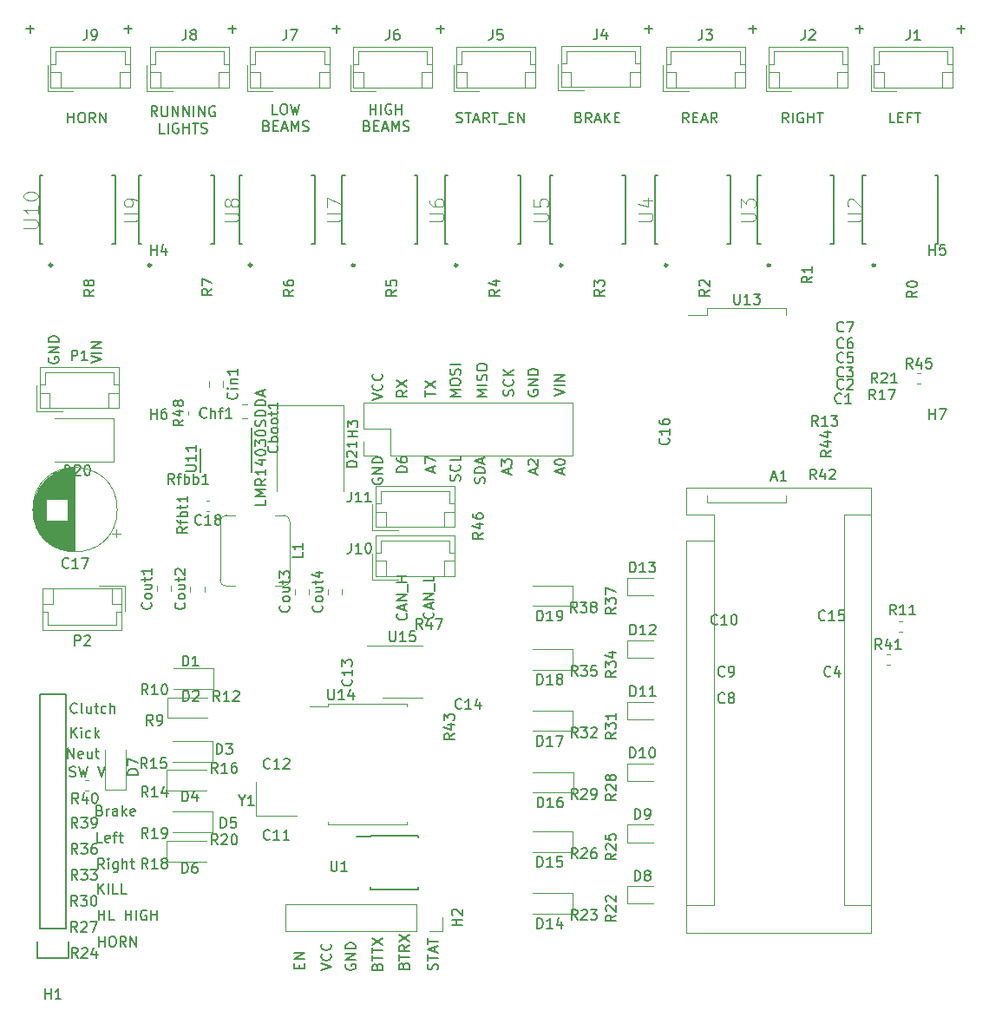
<source format=gbr>
G04 #@! TF.GenerationSoftware,KiCad,Pcbnew,5.1.5+dfsg1-2build2*
G04 #@! TF.CreationDate,2021-05-26T19:01:52-04:00*
G04 #@! TF.ProjectId,front_controls,66726f6e-745f-4636-9f6e-74726f6c732e,1*
G04 #@! TF.SameCoordinates,Original*
G04 #@! TF.FileFunction,Legend,Top*
G04 #@! TF.FilePolarity,Positive*
%FSLAX46Y46*%
G04 Gerber Fmt 4.6, Leading zero omitted, Abs format (unit mm)*
G04 Created by KiCad (PCBNEW 5.1.5+dfsg1-2build2) date 2021-05-26 19:01:52*
%MOMM*%
%LPD*%
G04 APERTURE LIST*
%ADD10C,0.150000*%
%ADD11C,0.152400*%
%ADD12C,0.120000*%
%ADD13C,0.127000*%
%ADD14C,0.300000*%
%ADD15C,0.015000*%
G04 APERTURE END LIST*
D10*
X100876190Y-57627380D02*
X100542857Y-57151190D01*
X100304761Y-57627380D02*
X100304761Y-56627380D01*
X100685714Y-56627380D01*
X100780952Y-56675000D01*
X100828571Y-56722619D01*
X100876190Y-56817857D01*
X100876190Y-56960714D01*
X100828571Y-57055952D01*
X100780952Y-57103571D01*
X100685714Y-57151190D01*
X100304761Y-57151190D01*
X101304761Y-56627380D02*
X101304761Y-57436904D01*
X101352380Y-57532142D01*
X101400000Y-57579761D01*
X101495238Y-57627380D01*
X101685714Y-57627380D01*
X101780952Y-57579761D01*
X101828571Y-57532142D01*
X101876190Y-57436904D01*
X101876190Y-56627380D01*
X102352380Y-57627380D02*
X102352380Y-56627380D01*
X102923809Y-57627380D01*
X102923809Y-56627380D01*
X103400000Y-57627380D02*
X103400000Y-56627380D01*
X103971428Y-57627380D01*
X103971428Y-56627380D01*
X104447619Y-57627380D02*
X104447619Y-56627380D01*
X104923809Y-57627380D02*
X104923809Y-56627380D01*
X105495238Y-57627380D01*
X105495238Y-56627380D01*
X106495238Y-56675000D02*
X106400000Y-56627380D01*
X106257142Y-56627380D01*
X106114285Y-56675000D01*
X106019047Y-56770238D01*
X105971428Y-56865476D01*
X105923809Y-57055952D01*
X105923809Y-57198809D01*
X105971428Y-57389285D01*
X106019047Y-57484523D01*
X106114285Y-57579761D01*
X106257142Y-57627380D01*
X106352380Y-57627380D01*
X106495238Y-57579761D01*
X106542857Y-57532142D01*
X106542857Y-57198809D01*
X106352380Y-57198809D01*
X101590476Y-59277380D02*
X101114285Y-59277380D01*
X101114285Y-58277380D01*
X101923809Y-59277380D02*
X101923809Y-58277380D01*
X102923809Y-58325000D02*
X102828571Y-58277380D01*
X102685714Y-58277380D01*
X102542857Y-58325000D01*
X102447619Y-58420238D01*
X102400000Y-58515476D01*
X102352380Y-58705952D01*
X102352380Y-58848809D01*
X102400000Y-59039285D01*
X102447619Y-59134523D01*
X102542857Y-59229761D01*
X102685714Y-59277380D01*
X102780952Y-59277380D01*
X102923809Y-59229761D01*
X102971428Y-59182142D01*
X102971428Y-58848809D01*
X102780952Y-58848809D01*
X103400000Y-59277380D02*
X103400000Y-58277380D01*
X103400000Y-58753571D02*
X103971428Y-58753571D01*
X103971428Y-59277380D02*
X103971428Y-58277380D01*
X104304761Y-58277380D02*
X104876190Y-58277380D01*
X104590476Y-59277380D02*
X104590476Y-58277380D01*
X105161904Y-59229761D02*
X105304761Y-59277380D01*
X105542857Y-59277380D01*
X105638095Y-59229761D01*
X105685714Y-59182142D01*
X105733333Y-59086904D01*
X105733333Y-58991666D01*
X105685714Y-58896428D01*
X105638095Y-58848809D01*
X105542857Y-58801190D01*
X105352380Y-58753571D01*
X105257142Y-58705952D01*
X105209523Y-58658333D01*
X105161904Y-58563095D01*
X105161904Y-58467857D01*
X105209523Y-58372619D01*
X105257142Y-58325000D01*
X105352380Y-58277380D01*
X105590476Y-58277380D01*
X105733333Y-58325000D01*
X112614285Y-57427380D02*
X112138095Y-57427380D01*
X112138095Y-56427380D01*
X113138095Y-56427380D02*
X113328571Y-56427380D01*
X113423809Y-56475000D01*
X113519047Y-56570238D01*
X113566666Y-56760714D01*
X113566666Y-57094047D01*
X113519047Y-57284523D01*
X113423809Y-57379761D01*
X113328571Y-57427380D01*
X113138095Y-57427380D01*
X113042857Y-57379761D01*
X112947619Y-57284523D01*
X112900000Y-57094047D01*
X112900000Y-56760714D01*
X112947619Y-56570238D01*
X113042857Y-56475000D01*
X113138095Y-56427380D01*
X113900000Y-56427380D02*
X114138095Y-57427380D01*
X114328571Y-56713095D01*
X114519047Y-57427380D01*
X114757142Y-56427380D01*
X111542857Y-58553571D02*
X111685714Y-58601190D01*
X111733333Y-58648809D01*
X111780952Y-58744047D01*
X111780952Y-58886904D01*
X111733333Y-58982142D01*
X111685714Y-59029761D01*
X111590476Y-59077380D01*
X111209523Y-59077380D01*
X111209523Y-58077380D01*
X111542857Y-58077380D01*
X111638095Y-58125000D01*
X111685714Y-58172619D01*
X111733333Y-58267857D01*
X111733333Y-58363095D01*
X111685714Y-58458333D01*
X111638095Y-58505952D01*
X111542857Y-58553571D01*
X111209523Y-58553571D01*
X112209523Y-58553571D02*
X112542857Y-58553571D01*
X112685714Y-59077380D02*
X112209523Y-59077380D01*
X112209523Y-58077380D01*
X112685714Y-58077380D01*
X113066666Y-58791666D02*
X113542857Y-58791666D01*
X112971428Y-59077380D02*
X113304761Y-58077380D01*
X113638095Y-59077380D01*
X113971428Y-59077380D02*
X113971428Y-58077380D01*
X114304761Y-58791666D01*
X114638095Y-58077380D01*
X114638095Y-59077380D01*
X115066666Y-59029761D02*
X115209523Y-59077380D01*
X115447619Y-59077380D01*
X115542857Y-59029761D01*
X115590476Y-58982142D01*
X115638095Y-58886904D01*
X115638095Y-58791666D01*
X115590476Y-58696428D01*
X115542857Y-58648809D01*
X115447619Y-58601190D01*
X115257142Y-58553571D01*
X115161904Y-58505952D01*
X115114285Y-58458333D01*
X115066666Y-58363095D01*
X115066666Y-58267857D01*
X115114285Y-58172619D01*
X115161904Y-58125000D01*
X115257142Y-58077380D01*
X115495238Y-58077380D01*
X115638095Y-58125000D01*
X121652380Y-57427380D02*
X121652380Y-56427380D01*
X121652380Y-56903571D02*
X122223809Y-56903571D01*
X122223809Y-57427380D02*
X122223809Y-56427380D01*
X122700000Y-57427380D02*
X122700000Y-56427380D01*
X123700000Y-56475000D02*
X123604761Y-56427380D01*
X123461904Y-56427380D01*
X123319047Y-56475000D01*
X123223809Y-56570238D01*
X123176190Y-56665476D01*
X123128571Y-56855952D01*
X123128571Y-56998809D01*
X123176190Y-57189285D01*
X123223809Y-57284523D01*
X123319047Y-57379761D01*
X123461904Y-57427380D01*
X123557142Y-57427380D01*
X123700000Y-57379761D01*
X123747619Y-57332142D01*
X123747619Y-56998809D01*
X123557142Y-56998809D01*
X124176190Y-57427380D02*
X124176190Y-56427380D01*
X124176190Y-56903571D02*
X124747619Y-56903571D01*
X124747619Y-57427380D02*
X124747619Y-56427380D01*
X121342857Y-58553571D02*
X121485714Y-58601190D01*
X121533333Y-58648809D01*
X121580952Y-58744047D01*
X121580952Y-58886904D01*
X121533333Y-58982142D01*
X121485714Y-59029761D01*
X121390476Y-59077380D01*
X121009523Y-59077380D01*
X121009523Y-58077380D01*
X121342857Y-58077380D01*
X121438095Y-58125000D01*
X121485714Y-58172619D01*
X121533333Y-58267857D01*
X121533333Y-58363095D01*
X121485714Y-58458333D01*
X121438095Y-58505952D01*
X121342857Y-58553571D01*
X121009523Y-58553571D01*
X122009523Y-58553571D02*
X122342857Y-58553571D01*
X122485714Y-59077380D02*
X122009523Y-59077380D01*
X122009523Y-58077380D01*
X122485714Y-58077380D01*
X122866666Y-58791666D02*
X123342857Y-58791666D01*
X122771428Y-59077380D02*
X123104761Y-58077380D01*
X123438095Y-59077380D01*
X123771428Y-59077380D02*
X123771428Y-58077380D01*
X124104761Y-58791666D01*
X124438095Y-58077380D01*
X124438095Y-59077380D01*
X124866666Y-59029761D02*
X125009523Y-59077380D01*
X125247619Y-59077380D01*
X125342857Y-59029761D01*
X125390476Y-58982142D01*
X125438095Y-58886904D01*
X125438095Y-58791666D01*
X125390476Y-58696428D01*
X125342857Y-58648809D01*
X125247619Y-58601190D01*
X125057142Y-58553571D01*
X124961904Y-58505952D01*
X124914285Y-58458333D01*
X124866666Y-58363095D01*
X124866666Y-58267857D01*
X124914285Y-58172619D01*
X124961904Y-58125000D01*
X125057142Y-58077380D01*
X125295238Y-58077380D01*
X125438095Y-58125000D01*
X128204761Y-140876190D02*
X128252380Y-140733333D01*
X128252380Y-140495238D01*
X128204761Y-140400000D01*
X128157142Y-140352380D01*
X128061904Y-140304761D01*
X127966666Y-140304761D01*
X127871428Y-140352380D01*
X127823809Y-140400000D01*
X127776190Y-140495238D01*
X127728571Y-140685714D01*
X127680952Y-140780952D01*
X127633333Y-140828571D01*
X127538095Y-140876190D01*
X127442857Y-140876190D01*
X127347619Y-140828571D01*
X127300000Y-140780952D01*
X127252380Y-140685714D01*
X127252380Y-140447619D01*
X127300000Y-140304761D01*
X127252380Y-140019047D02*
X127252380Y-139447619D01*
X128252380Y-139733333D02*
X127252380Y-139733333D01*
X127966666Y-139161904D02*
X127966666Y-138685714D01*
X128252380Y-139257142D02*
X127252380Y-138923809D01*
X128252380Y-138590476D01*
X127252380Y-138400000D02*
X127252380Y-137828571D01*
X128252380Y-138114285D02*
X127252380Y-138114285D01*
X124928571Y-140485714D02*
X124976190Y-140342857D01*
X125023809Y-140295238D01*
X125119047Y-140247619D01*
X125261904Y-140247619D01*
X125357142Y-140295238D01*
X125404761Y-140342857D01*
X125452380Y-140438095D01*
X125452380Y-140819047D01*
X124452380Y-140819047D01*
X124452380Y-140485714D01*
X124500000Y-140390476D01*
X124547619Y-140342857D01*
X124642857Y-140295238D01*
X124738095Y-140295238D01*
X124833333Y-140342857D01*
X124880952Y-140390476D01*
X124928571Y-140485714D01*
X124928571Y-140819047D01*
X124452380Y-139961904D02*
X124452380Y-139390476D01*
X125452380Y-139676190D02*
X124452380Y-139676190D01*
X125452380Y-138485714D02*
X124976190Y-138819047D01*
X125452380Y-139057142D02*
X124452380Y-139057142D01*
X124452380Y-138676190D01*
X124500000Y-138580952D01*
X124547619Y-138533333D01*
X124642857Y-138485714D01*
X124785714Y-138485714D01*
X124880952Y-138533333D01*
X124928571Y-138580952D01*
X124976190Y-138676190D01*
X124976190Y-139057142D01*
X124452380Y-138152380D02*
X125452380Y-137485714D01*
X124452380Y-137485714D02*
X125452380Y-138152380D01*
X122328571Y-140566666D02*
X122376190Y-140423809D01*
X122423809Y-140376190D01*
X122519047Y-140328571D01*
X122661904Y-140328571D01*
X122757142Y-140376190D01*
X122804761Y-140423809D01*
X122852380Y-140519047D01*
X122852380Y-140900000D01*
X121852380Y-140900000D01*
X121852380Y-140566666D01*
X121900000Y-140471428D01*
X121947619Y-140423809D01*
X122042857Y-140376190D01*
X122138095Y-140376190D01*
X122233333Y-140423809D01*
X122280952Y-140471428D01*
X122328571Y-140566666D01*
X122328571Y-140900000D01*
X121852380Y-140042857D02*
X121852380Y-139471428D01*
X122852380Y-139757142D02*
X121852380Y-139757142D01*
X121852380Y-139280952D02*
X121852380Y-138709523D01*
X122852380Y-138995238D02*
X121852380Y-138995238D01*
X121852380Y-138471428D02*
X122852380Y-137804761D01*
X121852380Y-137804761D02*
X122852380Y-138471428D01*
X119300000Y-140361904D02*
X119252380Y-140457142D01*
X119252380Y-140600000D01*
X119300000Y-140742857D01*
X119395238Y-140838095D01*
X119490476Y-140885714D01*
X119680952Y-140933333D01*
X119823809Y-140933333D01*
X120014285Y-140885714D01*
X120109523Y-140838095D01*
X120204761Y-140742857D01*
X120252380Y-140600000D01*
X120252380Y-140504761D01*
X120204761Y-140361904D01*
X120157142Y-140314285D01*
X119823809Y-140314285D01*
X119823809Y-140504761D01*
X120252380Y-139885714D02*
X119252380Y-139885714D01*
X120252380Y-139314285D01*
X119252380Y-139314285D01*
X120252380Y-138838095D02*
X119252380Y-138838095D01*
X119252380Y-138600000D01*
X119300000Y-138457142D01*
X119395238Y-138361904D01*
X119490476Y-138314285D01*
X119680952Y-138266666D01*
X119823809Y-138266666D01*
X120014285Y-138314285D01*
X120109523Y-138361904D01*
X120204761Y-138457142D01*
X120252380Y-138600000D01*
X120252380Y-138838095D01*
X116852380Y-140933333D02*
X117852380Y-140600000D01*
X116852380Y-140266666D01*
X117757142Y-139361904D02*
X117804761Y-139409523D01*
X117852380Y-139552380D01*
X117852380Y-139647619D01*
X117804761Y-139790476D01*
X117709523Y-139885714D01*
X117614285Y-139933333D01*
X117423809Y-139980952D01*
X117280952Y-139980952D01*
X117090476Y-139933333D01*
X116995238Y-139885714D01*
X116900000Y-139790476D01*
X116852380Y-139647619D01*
X116852380Y-139552380D01*
X116900000Y-139409523D01*
X116947619Y-139361904D01*
X117757142Y-138361904D02*
X117804761Y-138409523D01*
X117852380Y-138552380D01*
X117852380Y-138647619D01*
X117804761Y-138790476D01*
X117709523Y-138885714D01*
X117614285Y-138933333D01*
X117423809Y-138980952D01*
X117280952Y-138980952D01*
X117090476Y-138933333D01*
X116995238Y-138885714D01*
X116900000Y-138790476D01*
X116852380Y-138647619D01*
X116852380Y-138552380D01*
X116900000Y-138409523D01*
X116947619Y-138361904D01*
X114728571Y-140738095D02*
X114728571Y-140404761D01*
X115252380Y-140261904D02*
X115252380Y-140738095D01*
X114252380Y-140738095D01*
X114252380Y-140261904D01*
X115252380Y-139833333D02*
X114252380Y-139833333D01*
X115252380Y-139261904D01*
X114252380Y-139261904D01*
X139652380Y-84895238D02*
X140652380Y-84561904D01*
X139652380Y-84228571D01*
X140652380Y-83895238D02*
X139652380Y-83895238D01*
X140652380Y-83419047D02*
X139652380Y-83419047D01*
X140652380Y-82847619D01*
X139652380Y-82847619D01*
X135604761Y-84885714D02*
X135652380Y-84742857D01*
X135652380Y-84504761D01*
X135604761Y-84409523D01*
X135557142Y-84361904D01*
X135461904Y-84314285D01*
X135366666Y-84314285D01*
X135271428Y-84361904D01*
X135223809Y-84409523D01*
X135176190Y-84504761D01*
X135128571Y-84695238D01*
X135080952Y-84790476D01*
X135033333Y-84838095D01*
X134938095Y-84885714D01*
X134842857Y-84885714D01*
X134747619Y-84838095D01*
X134700000Y-84790476D01*
X134652380Y-84695238D01*
X134652380Y-84457142D01*
X134700000Y-84314285D01*
X135557142Y-83314285D02*
X135604761Y-83361904D01*
X135652380Y-83504761D01*
X135652380Y-83600000D01*
X135604761Y-83742857D01*
X135509523Y-83838095D01*
X135414285Y-83885714D01*
X135223809Y-83933333D01*
X135080952Y-83933333D01*
X134890476Y-83885714D01*
X134795238Y-83838095D01*
X134700000Y-83742857D01*
X134652380Y-83600000D01*
X134652380Y-83504761D01*
X134700000Y-83361904D01*
X134747619Y-83314285D01*
X135652380Y-82885714D02*
X134652380Y-82885714D01*
X135652380Y-82314285D02*
X135080952Y-82742857D01*
X134652380Y-82314285D02*
X135223809Y-82885714D01*
X133052380Y-84971428D02*
X132052380Y-84971428D01*
X132766666Y-84638095D01*
X132052380Y-84304761D01*
X133052380Y-84304761D01*
X133052380Y-83828571D02*
X132052380Y-83828571D01*
X133004761Y-83400000D02*
X133052380Y-83257142D01*
X133052380Y-83019047D01*
X133004761Y-82923809D01*
X132957142Y-82876190D01*
X132861904Y-82828571D01*
X132766666Y-82828571D01*
X132671428Y-82876190D01*
X132623809Y-82923809D01*
X132576190Y-83019047D01*
X132528571Y-83209523D01*
X132480952Y-83304761D01*
X132433333Y-83352380D01*
X132338095Y-83400000D01*
X132242857Y-83400000D01*
X132147619Y-83352380D01*
X132100000Y-83304761D01*
X132052380Y-83209523D01*
X132052380Y-82971428D01*
X132100000Y-82828571D01*
X132052380Y-82209523D02*
X132052380Y-82019047D01*
X132100000Y-81923809D01*
X132195238Y-81828571D01*
X132385714Y-81780952D01*
X132719047Y-81780952D01*
X132909523Y-81828571D01*
X133004761Y-81923809D01*
X133052380Y-82019047D01*
X133052380Y-82209523D01*
X133004761Y-82304761D01*
X132909523Y-82400000D01*
X132719047Y-82447619D01*
X132385714Y-82447619D01*
X132195238Y-82400000D01*
X132100000Y-82304761D01*
X132052380Y-82209523D01*
X130452380Y-84971428D02*
X129452380Y-84971428D01*
X130166666Y-84638095D01*
X129452380Y-84304761D01*
X130452380Y-84304761D01*
X129452380Y-83638095D02*
X129452380Y-83447619D01*
X129500000Y-83352380D01*
X129595238Y-83257142D01*
X129785714Y-83209523D01*
X130119047Y-83209523D01*
X130309523Y-83257142D01*
X130404761Y-83352380D01*
X130452380Y-83447619D01*
X130452380Y-83638095D01*
X130404761Y-83733333D01*
X130309523Y-83828571D01*
X130119047Y-83876190D01*
X129785714Y-83876190D01*
X129595238Y-83828571D01*
X129500000Y-83733333D01*
X129452380Y-83638095D01*
X130404761Y-82828571D02*
X130452380Y-82685714D01*
X130452380Y-82447619D01*
X130404761Y-82352380D01*
X130357142Y-82304761D01*
X130261904Y-82257142D01*
X130166666Y-82257142D01*
X130071428Y-82304761D01*
X130023809Y-82352380D01*
X129976190Y-82447619D01*
X129928571Y-82638095D01*
X129880952Y-82733333D01*
X129833333Y-82780952D01*
X129738095Y-82828571D01*
X129642857Y-82828571D01*
X129547619Y-82780952D01*
X129500000Y-82733333D01*
X129452380Y-82638095D01*
X129452380Y-82400000D01*
X129500000Y-82257142D01*
X130452380Y-81828571D02*
X129452380Y-81828571D01*
X127052380Y-84961904D02*
X127052380Y-84390476D01*
X128052380Y-84676190D02*
X127052380Y-84676190D01*
X127052380Y-84152380D02*
X128052380Y-83485714D01*
X127052380Y-83485714D02*
X128052380Y-84152380D01*
X125252380Y-84366666D02*
X124776190Y-84700000D01*
X125252380Y-84938095D02*
X124252380Y-84938095D01*
X124252380Y-84557142D01*
X124300000Y-84461904D01*
X124347619Y-84414285D01*
X124442857Y-84366666D01*
X124585714Y-84366666D01*
X124680952Y-84414285D01*
X124728571Y-84461904D01*
X124776190Y-84557142D01*
X124776190Y-84938095D01*
X124252380Y-84033333D02*
X125252380Y-83366666D01*
X124252380Y-83366666D02*
X125252380Y-84033333D01*
X121852380Y-85333333D02*
X122852380Y-85000000D01*
X121852380Y-84666666D01*
X122757142Y-83761904D02*
X122804761Y-83809523D01*
X122852380Y-83952380D01*
X122852380Y-84047619D01*
X122804761Y-84190476D01*
X122709523Y-84285714D01*
X122614285Y-84333333D01*
X122423809Y-84380952D01*
X122280952Y-84380952D01*
X122090476Y-84333333D01*
X121995238Y-84285714D01*
X121900000Y-84190476D01*
X121852380Y-84047619D01*
X121852380Y-83952380D01*
X121900000Y-83809523D01*
X121947619Y-83761904D01*
X122757142Y-82761904D02*
X122804761Y-82809523D01*
X122852380Y-82952380D01*
X122852380Y-83047619D01*
X122804761Y-83190476D01*
X122709523Y-83285714D01*
X122614285Y-83333333D01*
X122423809Y-83380952D01*
X122280952Y-83380952D01*
X122090476Y-83333333D01*
X121995238Y-83285714D01*
X121900000Y-83190476D01*
X121852380Y-83047619D01*
X121852380Y-82952380D01*
X121900000Y-82809523D01*
X121947619Y-82761904D01*
X121900000Y-92961904D02*
X121852380Y-93057142D01*
X121852380Y-93200000D01*
X121900000Y-93342857D01*
X121995238Y-93438095D01*
X122090476Y-93485714D01*
X122280952Y-93533333D01*
X122423809Y-93533333D01*
X122614285Y-93485714D01*
X122709523Y-93438095D01*
X122804761Y-93342857D01*
X122852380Y-93200000D01*
X122852380Y-93104761D01*
X122804761Y-92961904D01*
X122757142Y-92914285D01*
X122423809Y-92914285D01*
X122423809Y-93104761D01*
X122852380Y-92485714D02*
X121852380Y-92485714D01*
X122852380Y-91914285D01*
X121852380Y-91914285D01*
X122852380Y-91438095D02*
X121852380Y-91438095D01*
X121852380Y-91200000D01*
X121900000Y-91057142D01*
X121995238Y-90961904D01*
X122090476Y-90914285D01*
X122280952Y-90866666D01*
X122423809Y-90866666D01*
X122614285Y-90914285D01*
X122709523Y-90961904D01*
X122804761Y-91057142D01*
X122852380Y-91200000D01*
X122852380Y-91438095D01*
X125252380Y-92338095D02*
X124252380Y-92338095D01*
X124252380Y-92100000D01*
X124300000Y-91957142D01*
X124395238Y-91861904D01*
X124490476Y-91814285D01*
X124680952Y-91766666D01*
X124823809Y-91766666D01*
X125014285Y-91814285D01*
X125109523Y-91861904D01*
X125204761Y-91957142D01*
X125252380Y-92100000D01*
X125252380Y-92338095D01*
X124252380Y-90909523D02*
X124252380Y-91100000D01*
X124300000Y-91195238D01*
X124347619Y-91242857D01*
X124490476Y-91338095D01*
X124680952Y-91385714D01*
X125061904Y-91385714D01*
X125157142Y-91338095D01*
X125204761Y-91290476D01*
X125252380Y-91195238D01*
X125252380Y-91004761D01*
X125204761Y-90909523D01*
X125157142Y-90861904D01*
X125061904Y-90814285D01*
X124823809Y-90814285D01*
X124728571Y-90861904D01*
X124680952Y-90909523D01*
X124633333Y-91004761D01*
X124633333Y-91195238D01*
X124680952Y-91290476D01*
X124728571Y-91338095D01*
X124823809Y-91385714D01*
X127766666Y-92314285D02*
X127766666Y-91838095D01*
X128052380Y-92409523D02*
X127052380Y-92076190D01*
X128052380Y-91742857D01*
X127052380Y-91504761D02*
X127052380Y-90838095D01*
X128052380Y-91266666D01*
X140366666Y-92514285D02*
X140366666Y-92038095D01*
X140652380Y-92609523D02*
X139652380Y-92276190D01*
X140652380Y-91942857D01*
X139652380Y-91419047D02*
X139652380Y-91323809D01*
X139700000Y-91228571D01*
X139747619Y-91180952D01*
X139842857Y-91133333D01*
X140033333Y-91085714D01*
X140271428Y-91085714D01*
X140461904Y-91133333D01*
X140557142Y-91180952D01*
X140604761Y-91228571D01*
X140652380Y-91323809D01*
X140652380Y-91419047D01*
X140604761Y-91514285D01*
X140557142Y-91561904D01*
X140461904Y-91609523D01*
X140271428Y-91657142D01*
X140033333Y-91657142D01*
X139842857Y-91609523D01*
X139747619Y-91561904D01*
X139700000Y-91514285D01*
X139652380Y-91419047D01*
X137766666Y-92514285D02*
X137766666Y-92038095D01*
X138052380Y-92609523D02*
X137052380Y-92276190D01*
X138052380Y-91942857D01*
X137147619Y-91657142D02*
X137100000Y-91609523D01*
X137052380Y-91514285D01*
X137052380Y-91276190D01*
X137100000Y-91180952D01*
X137147619Y-91133333D01*
X137242857Y-91085714D01*
X137338095Y-91085714D01*
X137480952Y-91133333D01*
X138052380Y-91704761D01*
X138052380Y-91085714D01*
X135166666Y-92514285D02*
X135166666Y-92038095D01*
X135452380Y-92609523D02*
X134452380Y-92276190D01*
X135452380Y-91942857D01*
X134452380Y-91704761D02*
X134452380Y-91085714D01*
X134833333Y-91419047D01*
X134833333Y-91276190D01*
X134880952Y-91180952D01*
X134928571Y-91133333D01*
X135023809Y-91085714D01*
X135261904Y-91085714D01*
X135357142Y-91133333D01*
X135404761Y-91180952D01*
X135452380Y-91276190D01*
X135452380Y-91561904D01*
X135404761Y-91657142D01*
X135357142Y-91704761D01*
X132804761Y-93414285D02*
X132852380Y-93271428D01*
X132852380Y-93033333D01*
X132804761Y-92938095D01*
X132757142Y-92890476D01*
X132661904Y-92842857D01*
X132566666Y-92842857D01*
X132471428Y-92890476D01*
X132423809Y-92938095D01*
X132376190Y-93033333D01*
X132328571Y-93223809D01*
X132280952Y-93319047D01*
X132233333Y-93366666D01*
X132138095Y-93414285D01*
X132042857Y-93414285D01*
X131947619Y-93366666D01*
X131900000Y-93319047D01*
X131852380Y-93223809D01*
X131852380Y-92985714D01*
X131900000Y-92842857D01*
X132852380Y-92414285D02*
X131852380Y-92414285D01*
X131852380Y-92176190D01*
X131900000Y-92033333D01*
X131995238Y-91938095D01*
X132090476Y-91890476D01*
X132280952Y-91842857D01*
X132423809Y-91842857D01*
X132614285Y-91890476D01*
X132709523Y-91938095D01*
X132804761Y-92033333D01*
X132852380Y-92176190D01*
X132852380Y-92414285D01*
X132566666Y-91461904D02*
X132566666Y-90985714D01*
X132852380Y-91557142D02*
X131852380Y-91223809D01*
X132852380Y-90890476D01*
X130404761Y-93190476D02*
X130452380Y-93047619D01*
X130452380Y-92809523D01*
X130404761Y-92714285D01*
X130357142Y-92666666D01*
X130261904Y-92619047D01*
X130166666Y-92619047D01*
X130071428Y-92666666D01*
X130023809Y-92714285D01*
X129976190Y-92809523D01*
X129928571Y-93000000D01*
X129880952Y-93095238D01*
X129833333Y-93142857D01*
X129738095Y-93190476D01*
X129642857Y-93190476D01*
X129547619Y-93142857D01*
X129500000Y-93095238D01*
X129452380Y-93000000D01*
X129452380Y-92761904D01*
X129500000Y-92619047D01*
X130357142Y-91619047D02*
X130404761Y-91666666D01*
X130452380Y-91809523D01*
X130452380Y-91904761D01*
X130404761Y-92047619D01*
X130309523Y-92142857D01*
X130214285Y-92190476D01*
X130023809Y-92238095D01*
X129880952Y-92238095D01*
X129690476Y-92190476D01*
X129595238Y-92142857D01*
X129500000Y-92047619D01*
X129452380Y-91904761D01*
X129452380Y-91809523D01*
X129500000Y-91666666D01*
X129547619Y-91619047D01*
X130452380Y-90714285D02*
X130452380Y-91190476D01*
X129452380Y-91190476D01*
X94452380Y-81695238D02*
X95452380Y-81361904D01*
X94452380Y-81028571D01*
X95452380Y-80695238D02*
X94452380Y-80695238D01*
X95452380Y-80219047D02*
X94452380Y-80219047D01*
X95452380Y-79647619D01*
X94452380Y-79647619D01*
X90300000Y-81161904D02*
X90252380Y-81257142D01*
X90252380Y-81400000D01*
X90300000Y-81542857D01*
X90395238Y-81638095D01*
X90490476Y-81685714D01*
X90680952Y-81733333D01*
X90823809Y-81733333D01*
X91014285Y-81685714D01*
X91109523Y-81638095D01*
X91204761Y-81542857D01*
X91252380Y-81400000D01*
X91252380Y-81304761D01*
X91204761Y-81161904D01*
X91157142Y-81114285D01*
X90823809Y-81114285D01*
X90823809Y-81304761D01*
X91252380Y-80685714D02*
X90252380Y-80685714D01*
X91252380Y-80114285D01*
X90252380Y-80114285D01*
X91252380Y-79638095D02*
X90252380Y-79638095D01*
X90252380Y-79400000D01*
X90300000Y-79257142D01*
X90395238Y-79161904D01*
X90490476Y-79114285D01*
X90680952Y-79066666D01*
X90823809Y-79066666D01*
X91014285Y-79114285D01*
X91109523Y-79161904D01*
X91204761Y-79257142D01*
X91252380Y-79400000D01*
X91252380Y-79638095D01*
X137100000Y-84361904D02*
X137052380Y-84457142D01*
X137052380Y-84600000D01*
X137100000Y-84742857D01*
X137195238Y-84838095D01*
X137290476Y-84885714D01*
X137480952Y-84933333D01*
X137623809Y-84933333D01*
X137814285Y-84885714D01*
X137909523Y-84838095D01*
X138004761Y-84742857D01*
X138052380Y-84600000D01*
X138052380Y-84504761D01*
X138004761Y-84361904D01*
X137957142Y-84314285D01*
X137623809Y-84314285D01*
X137623809Y-84504761D01*
X138052380Y-83885714D02*
X137052380Y-83885714D01*
X138052380Y-83314285D01*
X137052380Y-83314285D01*
X138052380Y-82838095D02*
X137052380Y-82838095D01*
X137052380Y-82600000D01*
X137100000Y-82457142D01*
X137195238Y-82361904D01*
X137290476Y-82314285D01*
X137480952Y-82266666D01*
X137623809Y-82266666D01*
X137814285Y-82314285D01*
X137909523Y-82361904D01*
X138004761Y-82457142D01*
X138052380Y-82600000D01*
X138052380Y-82838095D01*
X127757142Y-106028571D02*
X127804761Y-106076190D01*
X127852380Y-106219047D01*
X127852380Y-106314285D01*
X127804761Y-106457142D01*
X127709523Y-106552380D01*
X127614285Y-106600000D01*
X127423809Y-106647619D01*
X127280952Y-106647619D01*
X127090476Y-106600000D01*
X126995238Y-106552380D01*
X126900000Y-106457142D01*
X126852380Y-106314285D01*
X126852380Y-106219047D01*
X126900000Y-106076190D01*
X126947619Y-106028571D01*
X127566666Y-105647619D02*
X127566666Y-105171428D01*
X127852380Y-105742857D02*
X126852380Y-105409523D01*
X127852380Y-105076190D01*
X127852380Y-104742857D02*
X126852380Y-104742857D01*
X127852380Y-104171428D01*
X126852380Y-104171428D01*
X127947619Y-103933333D02*
X127947619Y-103171428D01*
X127852380Y-102457142D02*
X127852380Y-102933333D01*
X126852380Y-102933333D01*
X125157142Y-106147619D02*
X125204761Y-106195238D01*
X125252380Y-106338095D01*
X125252380Y-106433333D01*
X125204761Y-106576190D01*
X125109523Y-106671428D01*
X125014285Y-106719047D01*
X124823809Y-106766666D01*
X124680952Y-106766666D01*
X124490476Y-106719047D01*
X124395238Y-106671428D01*
X124300000Y-106576190D01*
X124252380Y-106433333D01*
X124252380Y-106338095D01*
X124300000Y-106195238D01*
X124347619Y-106147619D01*
X124966666Y-105766666D02*
X124966666Y-105290476D01*
X125252380Y-105861904D02*
X124252380Y-105528571D01*
X125252380Y-105195238D01*
X125252380Y-104861904D02*
X124252380Y-104861904D01*
X125252380Y-104290476D01*
X124252380Y-104290476D01*
X125347619Y-104052380D02*
X125347619Y-103290476D01*
X125252380Y-103052380D02*
X124252380Y-103052380D01*
X124728571Y-103052380D02*
X124728571Y-102480952D01*
X125252380Y-102480952D02*
X124252380Y-102480952D01*
X95090476Y-133452380D02*
X95090476Y-132452380D01*
X95661904Y-133452380D02*
X95233333Y-132880952D01*
X95661904Y-132452380D02*
X95090476Y-133023809D01*
X96090476Y-133452380D02*
X96090476Y-132452380D01*
X97042857Y-133452380D02*
X96566666Y-133452380D01*
X96566666Y-132452380D01*
X97852380Y-133452380D02*
X97376190Y-133452380D01*
X97376190Y-132452380D01*
X95142857Y-136052380D02*
X95142857Y-135052380D01*
X95142857Y-135528571D02*
X95714285Y-135528571D01*
X95714285Y-136052380D02*
X95714285Y-135052380D01*
X96666666Y-136052380D02*
X96190476Y-136052380D01*
X96190476Y-135052380D01*
X97761904Y-136052380D02*
X97761904Y-135052380D01*
X97761904Y-135528571D02*
X98333333Y-135528571D01*
X98333333Y-136052380D02*
X98333333Y-135052380D01*
X98809523Y-136052380D02*
X98809523Y-135052380D01*
X99809523Y-135100000D02*
X99714285Y-135052380D01*
X99571428Y-135052380D01*
X99428571Y-135100000D01*
X99333333Y-135195238D01*
X99285714Y-135290476D01*
X99238095Y-135480952D01*
X99238095Y-135623809D01*
X99285714Y-135814285D01*
X99333333Y-135909523D01*
X99428571Y-136004761D01*
X99571428Y-136052380D01*
X99666666Y-136052380D01*
X99809523Y-136004761D01*
X99857142Y-135957142D01*
X99857142Y-135623809D01*
X99666666Y-135623809D01*
X100285714Y-136052380D02*
X100285714Y-135052380D01*
X100285714Y-135528571D02*
X100857142Y-135528571D01*
X100857142Y-136052380D02*
X100857142Y-135052380D01*
X130066666Y-58204761D02*
X130209523Y-58252380D01*
X130447619Y-58252380D01*
X130542857Y-58204761D01*
X130590476Y-58157142D01*
X130638095Y-58061904D01*
X130638095Y-57966666D01*
X130590476Y-57871428D01*
X130542857Y-57823809D01*
X130447619Y-57776190D01*
X130257142Y-57728571D01*
X130161904Y-57680952D01*
X130114285Y-57633333D01*
X130066666Y-57538095D01*
X130066666Y-57442857D01*
X130114285Y-57347619D01*
X130161904Y-57300000D01*
X130257142Y-57252380D01*
X130495238Y-57252380D01*
X130638095Y-57300000D01*
X130923809Y-57252380D02*
X131495238Y-57252380D01*
X131209523Y-58252380D02*
X131209523Y-57252380D01*
X131780952Y-57966666D02*
X132257142Y-57966666D01*
X131685714Y-58252380D02*
X132019047Y-57252380D01*
X132352380Y-58252380D01*
X133257142Y-58252380D02*
X132923809Y-57776190D01*
X132685714Y-58252380D02*
X132685714Y-57252380D01*
X133066666Y-57252380D01*
X133161904Y-57300000D01*
X133209523Y-57347619D01*
X133257142Y-57442857D01*
X133257142Y-57585714D01*
X133209523Y-57680952D01*
X133161904Y-57728571D01*
X133066666Y-57776190D01*
X132685714Y-57776190D01*
X133542857Y-57252380D02*
X134114285Y-57252380D01*
X133828571Y-58252380D02*
X133828571Y-57252380D01*
X134209523Y-58347619D02*
X134971428Y-58347619D01*
X135209523Y-57728571D02*
X135542857Y-57728571D01*
X135685714Y-58252380D02*
X135209523Y-58252380D01*
X135209523Y-57252380D01*
X135685714Y-57252380D01*
X136114285Y-58252380D02*
X136114285Y-57252380D01*
X136685714Y-58252380D01*
X136685714Y-57252380D01*
X141990476Y-57728571D02*
X142133333Y-57776190D01*
X142180952Y-57823809D01*
X142228571Y-57919047D01*
X142228571Y-58061904D01*
X142180952Y-58157142D01*
X142133333Y-58204761D01*
X142038095Y-58252380D01*
X141657142Y-58252380D01*
X141657142Y-57252380D01*
X141990476Y-57252380D01*
X142085714Y-57300000D01*
X142133333Y-57347619D01*
X142180952Y-57442857D01*
X142180952Y-57538095D01*
X142133333Y-57633333D01*
X142085714Y-57680952D01*
X141990476Y-57728571D01*
X141657142Y-57728571D01*
X143228571Y-58252380D02*
X142895238Y-57776190D01*
X142657142Y-58252380D02*
X142657142Y-57252380D01*
X143038095Y-57252380D01*
X143133333Y-57300000D01*
X143180952Y-57347619D01*
X143228571Y-57442857D01*
X143228571Y-57585714D01*
X143180952Y-57680952D01*
X143133333Y-57728571D01*
X143038095Y-57776190D01*
X142657142Y-57776190D01*
X143609523Y-57966666D02*
X144085714Y-57966666D01*
X143514285Y-58252380D02*
X143847619Y-57252380D01*
X144180952Y-58252380D01*
X144514285Y-58252380D02*
X144514285Y-57252380D01*
X145085714Y-58252380D02*
X144657142Y-57680952D01*
X145085714Y-57252380D02*
X144514285Y-57823809D01*
X145514285Y-57728571D02*
X145847619Y-57728571D01*
X145990476Y-58252380D02*
X145514285Y-58252380D01*
X145514285Y-57252380D01*
X145990476Y-57252380D01*
X152728571Y-58252380D02*
X152395238Y-57776190D01*
X152157142Y-58252380D02*
X152157142Y-57252380D01*
X152538095Y-57252380D01*
X152633333Y-57300000D01*
X152680952Y-57347619D01*
X152728571Y-57442857D01*
X152728571Y-57585714D01*
X152680952Y-57680952D01*
X152633333Y-57728571D01*
X152538095Y-57776190D01*
X152157142Y-57776190D01*
X153157142Y-57728571D02*
X153490476Y-57728571D01*
X153633333Y-58252380D02*
X153157142Y-58252380D01*
X153157142Y-57252380D01*
X153633333Y-57252380D01*
X154014285Y-57966666D02*
X154490476Y-57966666D01*
X153919047Y-58252380D02*
X154252380Y-57252380D01*
X154585714Y-58252380D01*
X155490476Y-58252380D02*
X155157142Y-57776190D01*
X154919047Y-58252380D02*
X154919047Y-57252380D01*
X155300000Y-57252380D01*
X155395238Y-57300000D01*
X155442857Y-57347619D01*
X155490476Y-57442857D01*
X155490476Y-57585714D01*
X155442857Y-57680952D01*
X155395238Y-57728571D01*
X155300000Y-57776190D01*
X154919047Y-57776190D01*
X162466666Y-58252380D02*
X162133333Y-57776190D01*
X161895238Y-58252380D02*
X161895238Y-57252380D01*
X162276190Y-57252380D01*
X162371428Y-57300000D01*
X162419047Y-57347619D01*
X162466666Y-57442857D01*
X162466666Y-57585714D01*
X162419047Y-57680952D01*
X162371428Y-57728571D01*
X162276190Y-57776190D01*
X161895238Y-57776190D01*
X162895238Y-58252380D02*
X162895238Y-57252380D01*
X163895238Y-57300000D02*
X163800000Y-57252380D01*
X163657142Y-57252380D01*
X163514285Y-57300000D01*
X163419047Y-57395238D01*
X163371428Y-57490476D01*
X163323809Y-57680952D01*
X163323809Y-57823809D01*
X163371428Y-58014285D01*
X163419047Y-58109523D01*
X163514285Y-58204761D01*
X163657142Y-58252380D01*
X163752380Y-58252380D01*
X163895238Y-58204761D01*
X163942857Y-58157142D01*
X163942857Y-57823809D01*
X163752380Y-57823809D01*
X164371428Y-58252380D02*
X164371428Y-57252380D01*
X164371428Y-57728571D02*
X164942857Y-57728571D01*
X164942857Y-58252380D02*
X164942857Y-57252380D01*
X165276190Y-57252380D02*
X165847619Y-57252380D01*
X165561904Y-58252380D02*
X165561904Y-57252380D01*
X172847619Y-58252380D02*
X172371428Y-58252380D01*
X172371428Y-57252380D01*
X173180952Y-57728571D02*
X173514285Y-57728571D01*
X173657142Y-58252380D02*
X173180952Y-58252380D01*
X173180952Y-57252380D01*
X173657142Y-57252380D01*
X174419047Y-57728571D02*
X174085714Y-57728571D01*
X174085714Y-58252380D02*
X174085714Y-57252380D01*
X174561904Y-57252380D01*
X174800000Y-57252380D02*
X175371428Y-57252380D01*
X175085714Y-58252380D02*
X175085714Y-57252380D01*
X92166666Y-58252380D02*
X92166666Y-57252380D01*
X92166666Y-57728571D02*
X92738095Y-57728571D01*
X92738095Y-58252380D02*
X92738095Y-57252380D01*
X93404761Y-57252380D02*
X93595238Y-57252380D01*
X93690476Y-57300000D01*
X93785714Y-57395238D01*
X93833333Y-57585714D01*
X93833333Y-57919047D01*
X93785714Y-58109523D01*
X93690476Y-58204761D01*
X93595238Y-58252380D01*
X93404761Y-58252380D01*
X93309523Y-58204761D01*
X93214285Y-58109523D01*
X93166666Y-57919047D01*
X93166666Y-57585714D01*
X93214285Y-57395238D01*
X93309523Y-57300000D01*
X93404761Y-57252380D01*
X94833333Y-58252380D02*
X94500000Y-57776190D01*
X94261904Y-58252380D02*
X94261904Y-57252380D01*
X94642857Y-57252380D01*
X94738095Y-57300000D01*
X94785714Y-57347619D01*
X94833333Y-57442857D01*
X94833333Y-57585714D01*
X94785714Y-57680952D01*
X94738095Y-57728571D01*
X94642857Y-57776190D01*
X94261904Y-57776190D01*
X95261904Y-58252380D02*
X95261904Y-57252380D01*
X95833333Y-58252380D01*
X95833333Y-57252380D01*
X95166666Y-138652380D02*
X95166666Y-137652380D01*
X95166666Y-138128571D02*
X95738095Y-138128571D01*
X95738095Y-138652380D02*
X95738095Y-137652380D01*
X96404761Y-137652380D02*
X96595238Y-137652380D01*
X96690476Y-137700000D01*
X96785714Y-137795238D01*
X96833333Y-137985714D01*
X96833333Y-138319047D01*
X96785714Y-138509523D01*
X96690476Y-138604761D01*
X96595238Y-138652380D01*
X96404761Y-138652380D01*
X96309523Y-138604761D01*
X96214285Y-138509523D01*
X96166666Y-138319047D01*
X96166666Y-137985714D01*
X96214285Y-137795238D01*
X96309523Y-137700000D01*
X96404761Y-137652380D01*
X97833333Y-138652380D02*
X97500000Y-138176190D01*
X97261904Y-138652380D02*
X97261904Y-137652380D01*
X97642857Y-137652380D01*
X97738095Y-137700000D01*
X97785714Y-137747619D01*
X97833333Y-137842857D01*
X97833333Y-137985714D01*
X97785714Y-138080952D01*
X97738095Y-138128571D01*
X97642857Y-138176190D01*
X97261904Y-138176190D01*
X98261904Y-138652380D02*
X98261904Y-137652380D01*
X98833333Y-138652380D01*
X98833333Y-137652380D01*
X95680952Y-131052380D02*
X95347619Y-130576190D01*
X95109523Y-131052380D02*
X95109523Y-130052380D01*
X95490476Y-130052380D01*
X95585714Y-130100000D01*
X95633333Y-130147619D01*
X95680952Y-130242857D01*
X95680952Y-130385714D01*
X95633333Y-130480952D01*
X95585714Y-130528571D01*
X95490476Y-130576190D01*
X95109523Y-130576190D01*
X96109523Y-131052380D02*
X96109523Y-130385714D01*
X96109523Y-130052380D02*
X96061904Y-130100000D01*
X96109523Y-130147619D01*
X96157142Y-130100000D01*
X96109523Y-130052380D01*
X96109523Y-130147619D01*
X97014285Y-130385714D02*
X97014285Y-131195238D01*
X96966666Y-131290476D01*
X96919047Y-131338095D01*
X96823809Y-131385714D01*
X96680952Y-131385714D01*
X96585714Y-131338095D01*
X97014285Y-131004761D02*
X96919047Y-131052380D01*
X96728571Y-131052380D01*
X96633333Y-131004761D01*
X96585714Y-130957142D01*
X96538095Y-130861904D01*
X96538095Y-130576190D01*
X96585714Y-130480952D01*
X96633333Y-130433333D01*
X96728571Y-130385714D01*
X96919047Y-130385714D01*
X97014285Y-130433333D01*
X97490476Y-131052380D02*
X97490476Y-130052380D01*
X97919047Y-131052380D02*
X97919047Y-130528571D01*
X97871428Y-130433333D01*
X97776190Y-130385714D01*
X97633333Y-130385714D01*
X97538095Y-130433333D01*
X97490476Y-130480952D01*
X98252380Y-130385714D02*
X98633333Y-130385714D01*
X98395238Y-130052380D02*
X98395238Y-130909523D01*
X98442857Y-131004761D01*
X98538095Y-131052380D01*
X98633333Y-131052380D01*
X95509523Y-128452380D02*
X95033333Y-128452380D01*
X95033333Y-127452380D01*
X96223809Y-128404761D02*
X96128571Y-128452380D01*
X95938095Y-128452380D01*
X95842857Y-128404761D01*
X95795238Y-128309523D01*
X95795238Y-127928571D01*
X95842857Y-127833333D01*
X95938095Y-127785714D01*
X96128571Y-127785714D01*
X96223809Y-127833333D01*
X96271428Y-127928571D01*
X96271428Y-128023809D01*
X95795238Y-128119047D01*
X96557142Y-127785714D02*
X96938095Y-127785714D01*
X96700000Y-128452380D02*
X96700000Y-127595238D01*
X96747619Y-127500000D01*
X96842857Y-127452380D01*
X96938095Y-127452380D01*
X97128571Y-127785714D02*
X97509523Y-127785714D01*
X97271428Y-127452380D02*
X97271428Y-128309523D01*
X97319047Y-128404761D01*
X97414285Y-128452380D01*
X97509523Y-128452380D01*
X92333333Y-122004761D02*
X92476190Y-122052380D01*
X92714285Y-122052380D01*
X92809523Y-122004761D01*
X92857142Y-121957142D01*
X92904761Y-121861904D01*
X92904761Y-121766666D01*
X92857142Y-121671428D01*
X92809523Y-121623809D01*
X92714285Y-121576190D01*
X92523809Y-121528571D01*
X92428571Y-121480952D01*
X92380952Y-121433333D01*
X92333333Y-121338095D01*
X92333333Y-121242857D01*
X92380952Y-121147619D01*
X92428571Y-121100000D01*
X92523809Y-121052380D01*
X92761904Y-121052380D01*
X92904761Y-121100000D01*
X93238095Y-121052380D02*
X93476190Y-122052380D01*
X93666666Y-121338095D01*
X93857142Y-122052380D01*
X94095238Y-121052380D01*
X95095238Y-121052380D02*
X95428571Y-122052380D01*
X95761904Y-121052380D01*
X92147619Y-120252380D02*
X92147619Y-119252380D01*
X92719047Y-120252380D01*
X92719047Y-119252380D01*
X93576190Y-120204761D02*
X93480952Y-120252380D01*
X93290476Y-120252380D01*
X93195238Y-120204761D01*
X93147619Y-120109523D01*
X93147619Y-119728571D01*
X93195238Y-119633333D01*
X93290476Y-119585714D01*
X93480952Y-119585714D01*
X93576190Y-119633333D01*
X93623809Y-119728571D01*
X93623809Y-119823809D01*
X93147619Y-119919047D01*
X94480952Y-119585714D02*
X94480952Y-120252380D01*
X94052380Y-119585714D02*
X94052380Y-120109523D01*
X94100000Y-120204761D01*
X94195238Y-120252380D01*
X94338095Y-120252380D01*
X94433333Y-120204761D01*
X94480952Y-120157142D01*
X94814285Y-119585714D02*
X95195238Y-119585714D01*
X94957142Y-119252380D02*
X94957142Y-120109523D01*
X95004761Y-120204761D01*
X95100000Y-120252380D01*
X95195238Y-120252380D01*
X92466666Y-118252380D02*
X92466666Y-117252380D01*
X93038095Y-118252380D02*
X92609523Y-117680952D01*
X93038095Y-117252380D02*
X92466666Y-117823809D01*
X93466666Y-118252380D02*
X93466666Y-117585714D01*
X93466666Y-117252380D02*
X93419047Y-117300000D01*
X93466666Y-117347619D01*
X93514285Y-117300000D01*
X93466666Y-117252380D01*
X93466666Y-117347619D01*
X94371428Y-118204761D02*
X94276190Y-118252380D01*
X94085714Y-118252380D01*
X93990476Y-118204761D01*
X93942857Y-118157142D01*
X93895238Y-118061904D01*
X93895238Y-117776190D01*
X93942857Y-117680952D01*
X93990476Y-117633333D01*
X94085714Y-117585714D01*
X94276190Y-117585714D01*
X94371428Y-117633333D01*
X94800000Y-118252380D02*
X94800000Y-117252380D01*
X94895238Y-117871428D02*
X95180952Y-118252380D01*
X95180952Y-117585714D02*
X94800000Y-117966666D01*
X93028571Y-115757142D02*
X92980952Y-115804761D01*
X92838095Y-115852380D01*
X92742857Y-115852380D01*
X92600000Y-115804761D01*
X92504761Y-115709523D01*
X92457142Y-115614285D01*
X92409523Y-115423809D01*
X92409523Y-115280952D01*
X92457142Y-115090476D01*
X92504761Y-114995238D01*
X92600000Y-114900000D01*
X92742857Y-114852380D01*
X92838095Y-114852380D01*
X92980952Y-114900000D01*
X93028571Y-114947619D01*
X93600000Y-115852380D02*
X93504761Y-115804761D01*
X93457142Y-115709523D01*
X93457142Y-114852380D01*
X94409523Y-115185714D02*
X94409523Y-115852380D01*
X93980952Y-115185714D02*
X93980952Y-115709523D01*
X94028571Y-115804761D01*
X94123809Y-115852380D01*
X94266666Y-115852380D01*
X94361904Y-115804761D01*
X94409523Y-115757142D01*
X94742857Y-115185714D02*
X95123809Y-115185714D01*
X94885714Y-114852380D02*
X94885714Y-115709523D01*
X94933333Y-115804761D01*
X95028571Y-115852380D01*
X95123809Y-115852380D01*
X95885714Y-115804761D02*
X95790476Y-115852380D01*
X95600000Y-115852380D01*
X95504761Y-115804761D01*
X95457142Y-115757142D01*
X95409523Y-115661904D01*
X95409523Y-115376190D01*
X95457142Y-115280952D01*
X95504761Y-115233333D01*
X95600000Y-115185714D01*
X95790476Y-115185714D01*
X95885714Y-115233333D01*
X96314285Y-115852380D02*
X96314285Y-114852380D01*
X96742857Y-115852380D02*
X96742857Y-115328571D01*
X96695238Y-115233333D01*
X96599999Y-115185714D01*
X96457142Y-115185714D01*
X96361904Y-115233333D01*
X96314285Y-115280952D01*
X95276190Y-125328571D02*
X95419047Y-125376190D01*
X95466666Y-125423809D01*
X95514285Y-125519047D01*
X95514285Y-125661904D01*
X95466666Y-125757142D01*
X95419047Y-125804761D01*
X95323809Y-125852380D01*
X94942857Y-125852380D01*
X94942857Y-124852380D01*
X95276190Y-124852380D01*
X95371428Y-124900000D01*
X95419047Y-124947619D01*
X95466666Y-125042857D01*
X95466666Y-125138095D01*
X95419047Y-125233333D01*
X95371428Y-125280952D01*
X95276190Y-125328571D01*
X94942857Y-125328571D01*
X95942857Y-125852380D02*
X95942857Y-125185714D01*
X95942857Y-125376190D02*
X95990476Y-125280952D01*
X96038095Y-125233333D01*
X96133333Y-125185714D01*
X96228571Y-125185714D01*
X96990476Y-125852380D02*
X96990476Y-125328571D01*
X96942857Y-125233333D01*
X96847619Y-125185714D01*
X96657142Y-125185714D01*
X96561904Y-125233333D01*
X96990476Y-125804761D02*
X96895238Y-125852380D01*
X96657142Y-125852380D01*
X96561904Y-125804761D01*
X96514285Y-125709523D01*
X96514285Y-125614285D01*
X96561904Y-125519047D01*
X96657142Y-125471428D01*
X96895238Y-125471428D01*
X96990476Y-125423809D01*
X97466666Y-125852380D02*
X97466666Y-124852380D01*
X97561904Y-125471428D02*
X97847619Y-125852380D01*
X97847619Y-125185714D02*
X97466666Y-125566666D01*
X98657142Y-125804761D02*
X98561904Y-125852380D01*
X98371428Y-125852380D01*
X98276190Y-125804761D01*
X98228571Y-125709523D01*
X98228571Y-125328571D01*
X98276190Y-125233333D01*
X98371428Y-125185714D01*
X98561904Y-125185714D01*
X98657142Y-125233333D01*
X98704761Y-125328571D01*
X98704761Y-125423809D01*
X98228571Y-125519047D01*
X97663047Y-49093428D02*
X98424952Y-49093428D01*
X98044000Y-49474380D02*
X98044000Y-48712476D01*
X107823047Y-49093428D02*
X108584952Y-49093428D01*
X108204000Y-49474380D02*
X108204000Y-48712476D01*
X117983047Y-49093428D02*
X118744952Y-49093428D01*
X118364000Y-49474380D02*
X118364000Y-48712476D01*
X128143047Y-49093428D02*
X128904952Y-49093428D01*
X128524000Y-49474380D02*
X128524000Y-48712476D01*
X88103047Y-49093428D02*
X88864952Y-49093428D01*
X88484000Y-49474380D02*
X88484000Y-48712476D01*
X148463047Y-49093428D02*
X149224952Y-49093428D01*
X148844000Y-49474380D02*
X148844000Y-48712476D01*
X158623047Y-49093428D02*
X159384952Y-49093428D01*
X159004000Y-49474380D02*
X159004000Y-48712476D01*
X169037047Y-49093428D02*
X169798952Y-49093428D01*
X169418000Y-49474380D02*
X169418000Y-48712476D01*
X178943047Y-49093428D02*
X179704952Y-49093428D01*
X179324000Y-49474380D02*
X179324000Y-48712476D01*
D11*
X110100000Y-87975000D02*
X110100000Y-92350000D01*
X105100000Y-90075001D02*
X105100000Y-92300000D01*
D12*
X104910000Y-86750279D02*
X104910000Y-86424721D01*
X103890000Y-86750279D02*
X103890000Y-86424721D01*
X112350000Y-96540000D02*
X113200000Y-96540000D01*
X113200000Y-103460000D02*
X112350000Y-103460000D01*
X107650000Y-96540000D02*
X108450000Y-96540000D01*
X106990000Y-102850000D02*
X106990000Y-97200000D01*
X108450000Y-103460000D02*
X107600000Y-103460000D01*
X107600000Y-103460000D02*
G75*
G02X106990000Y-102850000I0J610000D01*
G01*
X106990000Y-97200000D02*
G75*
G02X107650000Y-96540000I660000J0D01*
G01*
X113810000Y-97150000D02*
X113810000Y-102850000D01*
X113810000Y-102850000D02*
G75*
G02X113200000Y-103460000I-610000J0D01*
G01*
X113200000Y-96540000D02*
G75*
G02X113810000Y-97150000I0J-610000D01*
G01*
X119050000Y-85800000D02*
X119050000Y-94200000D01*
X112550000Y-85800000D02*
X112550000Y-94200000D01*
X112550000Y-85800000D02*
X119050000Y-85800000D01*
X96600000Y-91350000D02*
X90900000Y-91350000D01*
X96600000Y-87050000D02*
X90900000Y-87050000D01*
X96600000Y-91350000D02*
X96600000Y-87050000D01*
X118910000Y-104258578D02*
X118910000Y-103741422D01*
X117490000Y-104258578D02*
X117490000Y-103741422D01*
X115710000Y-104258578D02*
X115710000Y-103741422D01*
X114290000Y-104258578D02*
X114290000Y-103741422D01*
X105510000Y-103996078D02*
X105510000Y-103478922D01*
X104090000Y-103996078D02*
X104090000Y-103478922D01*
X102235001Y-103963577D02*
X102235001Y-103446421D01*
X100815001Y-103963577D02*
X100815001Y-103446421D01*
X105890000Y-83478922D02*
X105890000Y-83996078D01*
X107310000Y-83478922D02*
X107310000Y-83996078D01*
X109658578Y-85690000D02*
X109141422Y-85690000D01*
X109658578Y-87110000D02*
X109141422Y-87110000D01*
X105962779Y-95090000D02*
X105637221Y-95090000D01*
X105962779Y-96110000D02*
X105637221Y-96110000D01*
X96859698Y-98715000D02*
X96859698Y-97915000D01*
X97259698Y-98315000D02*
X96459698Y-98315000D01*
X88769000Y-96533000D02*
X88769000Y-95467000D01*
X88809000Y-96768000D02*
X88809000Y-95232000D01*
X88849000Y-96948000D02*
X88849000Y-95052000D01*
X88889000Y-97098000D02*
X88889000Y-94902000D01*
X88929000Y-97229000D02*
X88929000Y-94771000D01*
X88969000Y-97346000D02*
X88969000Y-94654000D01*
X89009000Y-97453000D02*
X89009000Y-94547000D01*
X89049000Y-97552000D02*
X89049000Y-94448000D01*
X89089000Y-97645000D02*
X89089000Y-94355000D01*
X89129000Y-97731000D02*
X89129000Y-94269000D01*
X89169000Y-97813000D02*
X89169000Y-94187000D01*
X89209000Y-97890000D02*
X89209000Y-94110000D01*
X89249000Y-97964000D02*
X89249000Y-94036000D01*
X89289000Y-98034000D02*
X89289000Y-93966000D01*
X89329000Y-98102000D02*
X89329000Y-93898000D01*
X89369000Y-98166000D02*
X89369000Y-93834000D01*
X89409000Y-98228000D02*
X89409000Y-93772000D01*
X89449000Y-98287000D02*
X89449000Y-93713000D01*
X89489000Y-98345000D02*
X89489000Y-93655000D01*
X89529000Y-98400000D02*
X89529000Y-93600000D01*
X89569000Y-98454000D02*
X89569000Y-93546000D01*
X89609000Y-98505000D02*
X89609000Y-93495000D01*
X89649000Y-98556000D02*
X89649000Y-93444000D01*
X89689000Y-98604000D02*
X89689000Y-93396000D01*
X89729000Y-98651000D02*
X89729000Y-93349000D01*
X89769000Y-98697000D02*
X89769000Y-93303000D01*
X89809000Y-98741000D02*
X89809000Y-93259000D01*
X89849000Y-98784000D02*
X89849000Y-93216000D01*
X89889000Y-98826000D02*
X89889000Y-93174000D01*
X89929000Y-98867000D02*
X89929000Y-93133000D01*
X89969000Y-98907000D02*
X89969000Y-93093000D01*
X90009000Y-98945000D02*
X90009000Y-93055000D01*
X90049000Y-98983000D02*
X90049000Y-93017000D01*
X90089000Y-94960000D02*
X90089000Y-92981000D01*
X90089000Y-99019000D02*
X90089000Y-97040000D01*
X90129000Y-94960000D02*
X90129000Y-92945000D01*
X90129000Y-99055000D02*
X90129000Y-97040000D01*
X90169000Y-94960000D02*
X90169000Y-92910000D01*
X90169000Y-99090000D02*
X90169000Y-97040000D01*
X90209000Y-94960000D02*
X90209000Y-92876000D01*
X90209000Y-99124000D02*
X90209000Y-97040000D01*
X90249000Y-94960000D02*
X90249000Y-92844000D01*
X90249000Y-99156000D02*
X90249000Y-97040000D01*
X90289000Y-94960000D02*
X90289000Y-92811000D01*
X90289000Y-99189000D02*
X90289000Y-97040000D01*
X90329000Y-94960000D02*
X90329000Y-92780000D01*
X90329000Y-99220000D02*
X90329000Y-97040000D01*
X90369000Y-94960000D02*
X90369000Y-92750000D01*
X90369000Y-99250000D02*
X90369000Y-97040000D01*
X90409000Y-94960000D02*
X90409000Y-92720000D01*
X90409000Y-99280000D02*
X90409000Y-97040000D01*
X90449000Y-94960000D02*
X90449000Y-92691000D01*
X90449000Y-99309000D02*
X90449000Y-97040000D01*
X90489000Y-94960000D02*
X90489000Y-92662000D01*
X90489000Y-99338000D02*
X90489000Y-97040000D01*
X90529000Y-94960000D02*
X90529000Y-92635000D01*
X90529000Y-99365000D02*
X90529000Y-97040000D01*
X90569000Y-94960000D02*
X90569000Y-92608000D01*
X90569000Y-99392000D02*
X90569000Y-97040000D01*
X90609000Y-94960000D02*
X90609000Y-92582000D01*
X90609000Y-99418000D02*
X90609000Y-97040000D01*
X90649000Y-94960000D02*
X90649000Y-92556000D01*
X90649000Y-99444000D02*
X90649000Y-97040000D01*
X90689000Y-94960000D02*
X90689000Y-92531000D01*
X90689000Y-99469000D02*
X90689000Y-97040000D01*
X90729000Y-94960000D02*
X90729000Y-92507000D01*
X90729000Y-99493000D02*
X90729000Y-97040000D01*
X90769000Y-94960000D02*
X90769000Y-92483000D01*
X90769000Y-99517000D02*
X90769000Y-97040000D01*
X90809000Y-94960000D02*
X90809000Y-92460000D01*
X90809000Y-99540000D02*
X90809000Y-97040000D01*
X90849000Y-94960000D02*
X90849000Y-92438000D01*
X90849000Y-99562000D02*
X90849000Y-97040000D01*
X90889000Y-94960000D02*
X90889000Y-92416000D01*
X90889000Y-99584000D02*
X90889000Y-97040000D01*
X90929000Y-94960000D02*
X90929000Y-92394000D01*
X90929000Y-99606000D02*
X90929000Y-97040000D01*
X90969000Y-94960000D02*
X90969000Y-92373000D01*
X90969000Y-99627000D02*
X90969000Y-97040000D01*
X91009000Y-94960000D02*
X91009000Y-92353000D01*
X91009000Y-99647000D02*
X91009000Y-97040000D01*
X91049000Y-94960000D02*
X91049000Y-92334000D01*
X91049000Y-99666000D02*
X91049000Y-97040000D01*
X91089000Y-94960000D02*
X91089000Y-92314000D01*
X91089000Y-99686000D02*
X91089000Y-97040000D01*
X91129000Y-94960000D02*
X91129000Y-92296000D01*
X91129000Y-99704000D02*
X91129000Y-97040000D01*
X91169000Y-94960000D02*
X91169000Y-92278000D01*
X91169000Y-99722000D02*
X91169000Y-97040000D01*
X91209000Y-94960000D02*
X91209000Y-92260000D01*
X91209000Y-99740000D02*
X91209000Y-97040000D01*
X91249000Y-94960000D02*
X91249000Y-92243000D01*
X91249000Y-99757000D02*
X91249000Y-97040000D01*
X91289000Y-94960000D02*
X91289000Y-92226000D01*
X91289000Y-99774000D02*
X91289000Y-97040000D01*
X91329000Y-94960000D02*
X91329000Y-92210000D01*
X91329000Y-99790000D02*
X91329000Y-97040000D01*
X91369000Y-94960000D02*
X91369000Y-92195000D01*
X91369000Y-99805000D02*
X91369000Y-97040000D01*
X91409000Y-94960000D02*
X91409000Y-92179000D01*
X91409000Y-99821000D02*
X91409000Y-97040000D01*
X91449000Y-94960000D02*
X91449000Y-92165000D01*
X91449000Y-99835000D02*
X91449000Y-97040000D01*
X91489000Y-94960000D02*
X91489000Y-92150000D01*
X91489000Y-99850000D02*
X91489000Y-97040000D01*
X91529000Y-94960000D02*
X91529000Y-92137000D01*
X91529000Y-99863000D02*
X91529000Y-97040000D01*
X91569000Y-94960000D02*
X91569000Y-92123000D01*
X91569000Y-99877000D02*
X91569000Y-97040000D01*
X91609000Y-94960000D02*
X91609000Y-92111000D01*
X91609000Y-99889000D02*
X91609000Y-97040000D01*
X91649000Y-94960000D02*
X91649000Y-92098000D01*
X91649000Y-99902000D02*
X91649000Y-97040000D01*
X91689000Y-94960000D02*
X91689000Y-92086000D01*
X91689000Y-99914000D02*
X91689000Y-97040000D01*
X91729000Y-94960000D02*
X91729000Y-92075000D01*
X91729000Y-99925000D02*
X91729000Y-97040000D01*
X91769000Y-94960000D02*
X91769000Y-92064000D01*
X91769000Y-99936000D02*
X91769000Y-97040000D01*
X91809000Y-94960000D02*
X91809000Y-92053000D01*
X91809000Y-99947000D02*
X91809000Y-97040000D01*
X91849000Y-94960000D02*
X91849000Y-92043000D01*
X91849000Y-99957000D02*
X91849000Y-97040000D01*
X91889000Y-94960000D02*
X91889000Y-92033000D01*
X91889000Y-99967000D02*
X91889000Y-97040000D01*
X91929000Y-94960000D02*
X91929000Y-92024000D01*
X91929000Y-99976000D02*
X91929000Y-97040000D01*
X91969000Y-94960000D02*
X91969000Y-92015000D01*
X91969000Y-99985000D02*
X91969000Y-97040000D01*
X92009000Y-94960000D02*
X92009000Y-92006000D01*
X92009000Y-99994000D02*
X92009000Y-97040000D01*
X92049000Y-94960000D02*
X92049000Y-91998000D01*
X92049000Y-100002000D02*
X92049000Y-97040000D01*
X92089000Y-94960000D02*
X92089000Y-91990000D01*
X92089000Y-100010000D02*
X92089000Y-97040000D01*
X92129000Y-94960000D02*
X92129000Y-91983000D01*
X92129000Y-100017000D02*
X92129000Y-97040000D01*
X92170000Y-100024000D02*
X92170000Y-91976000D01*
X92210000Y-100030000D02*
X92210000Y-91970000D01*
X92250000Y-100037000D02*
X92250000Y-91963000D01*
X92290000Y-100042000D02*
X92290000Y-91958000D01*
X92330000Y-100048000D02*
X92330000Y-91952000D01*
X92370000Y-100052000D02*
X92370000Y-91948000D01*
X92410000Y-100057000D02*
X92410000Y-91943000D01*
X92450000Y-100061000D02*
X92450000Y-91939000D01*
X92490000Y-100065000D02*
X92490000Y-91935000D01*
X92530000Y-100068000D02*
X92530000Y-91932000D01*
X92570000Y-100071000D02*
X92570000Y-91929000D01*
X92610000Y-100074000D02*
X92610000Y-91926000D01*
X92650000Y-100076000D02*
X92650000Y-91924000D01*
X92690000Y-100077000D02*
X92690000Y-91923000D01*
X92730000Y-100079000D02*
X92730000Y-91921000D01*
X92770000Y-100080000D02*
X92770000Y-91920000D01*
X92810000Y-100080000D02*
X92810000Y-91920000D01*
X92850000Y-100080000D02*
X92850000Y-91920000D01*
X96970000Y-96000000D02*
G75*
G03X96970000Y-96000000I-4120000J0D01*
G01*
X97710000Y-103390000D02*
X95210000Y-103390000D01*
X97710000Y-105890000D02*
X97710000Y-103390000D01*
X90690000Y-105190000D02*
X90690000Y-103690000D01*
X89690000Y-105190000D02*
X90690000Y-105190000D01*
X96410000Y-105190000D02*
X96410000Y-103690000D01*
X97410000Y-105190000D02*
X96410000Y-105190000D01*
X90190000Y-106000000D02*
X89690000Y-106000000D01*
X90190000Y-107210000D02*
X90190000Y-106000000D01*
X96910000Y-107210000D02*
X90190000Y-107210000D01*
X96910000Y-106000000D02*
X96910000Y-107210000D01*
X97410000Y-106000000D02*
X96910000Y-106000000D01*
X89690000Y-107710000D02*
X97410000Y-107710000D01*
X89690000Y-103690000D02*
X89690000Y-107710000D01*
X97410000Y-103690000D02*
X89690000Y-103690000D01*
X97410000Y-107710000D02*
X97410000Y-103690000D01*
X89090000Y-86410000D02*
X91590000Y-86410000D01*
X89090000Y-83910000D02*
X89090000Y-86410000D01*
X96110000Y-84610000D02*
X96110000Y-86110000D01*
X97110000Y-84610000D02*
X96110000Y-84610000D01*
X90390000Y-84610000D02*
X90390000Y-86110000D01*
X89390000Y-84610000D02*
X90390000Y-84610000D01*
X96610000Y-83800000D02*
X97110000Y-83800000D01*
X96610000Y-82590000D02*
X96610000Y-83800000D01*
X89890000Y-82590000D02*
X96610000Y-82590000D01*
X89890000Y-83800000D02*
X89890000Y-82590000D01*
X89390000Y-83800000D02*
X89890000Y-83800000D01*
X97110000Y-82090000D02*
X89390000Y-82090000D01*
X97110000Y-86110000D02*
X97110000Y-82090000D01*
X89390000Y-86110000D02*
X97110000Y-86110000D01*
X89390000Y-82090000D02*
X89390000Y-86110000D01*
X121890000Y-98010000D02*
X124390000Y-98010000D01*
X121890000Y-95510000D02*
X121890000Y-98010000D01*
X128910000Y-96210000D02*
X128910000Y-97710000D01*
X129910000Y-96210000D02*
X128910000Y-96210000D01*
X123190000Y-96210000D02*
X123190000Y-97710000D01*
X122190000Y-96210000D02*
X123190000Y-96210000D01*
X129410000Y-95400000D02*
X129910000Y-95400000D01*
X129410000Y-94190000D02*
X129410000Y-95400000D01*
X122690000Y-94190000D02*
X129410000Y-94190000D01*
X122690000Y-95400000D02*
X122690000Y-94190000D01*
X122190000Y-95400000D02*
X122690000Y-95400000D01*
X129910000Y-93690000D02*
X122190000Y-93690000D01*
X129910000Y-97710000D02*
X129910000Y-93690000D01*
X122190000Y-97710000D02*
X129910000Y-97710000D01*
X122190000Y-93690000D02*
X122190000Y-97710000D01*
X121890000Y-102810000D02*
X124390000Y-102810000D01*
X121890000Y-100310000D02*
X121890000Y-102810000D01*
X128910000Y-101010000D02*
X128910000Y-102510000D01*
X129910000Y-101010000D02*
X128910000Y-101010000D01*
X123190000Y-101010000D02*
X123190000Y-102510000D01*
X122190000Y-101010000D02*
X123190000Y-101010000D01*
X129410000Y-100200000D02*
X129910000Y-100200000D01*
X129410000Y-98990000D02*
X129410000Y-100200000D01*
X122690000Y-98990000D02*
X129410000Y-98990000D01*
X122690000Y-100200000D02*
X122690000Y-98990000D01*
X122190000Y-100200000D02*
X122690000Y-100200000D01*
X129910000Y-98490000D02*
X122190000Y-98490000D01*
X129910000Y-102510000D02*
X129910000Y-98490000D01*
X122190000Y-102510000D02*
X129910000Y-102510000D01*
X122190000Y-98490000D02*
X122190000Y-102510000D01*
X120990000Y-90730000D02*
X120990000Y-89400000D01*
X122320000Y-90730000D02*
X120990000Y-90730000D01*
X120990000Y-88130000D02*
X120990000Y-85530000D01*
X123590000Y-88130000D02*
X120990000Y-88130000D01*
X123590000Y-90730000D02*
X123590000Y-88130000D01*
X120990000Y-85530000D02*
X141430000Y-85530000D01*
X123590000Y-90730000D02*
X141430000Y-90730000D01*
X141430000Y-90730000D02*
X141430000Y-85530000D01*
D10*
X121675000Y-127900000D02*
X120325000Y-127900000D01*
X121675000Y-133025000D02*
X126325000Y-133025000D01*
X121675000Y-127775000D02*
X126325000Y-127775000D01*
X121675000Y-133025000D02*
X121675000Y-132800000D01*
X126325000Y-133025000D02*
X126325000Y-132800000D01*
X126325000Y-127775000D02*
X126325000Y-128000000D01*
X121675000Y-127775000D02*
X121675000Y-127900000D01*
D12*
X175037221Y-83710000D02*
X175362779Y-83710000D01*
X175037221Y-82690000D02*
X175362779Y-82690000D01*
X172037221Y-111110000D02*
X172362779Y-111110000D01*
X172037221Y-110090000D02*
X172362779Y-110090000D01*
X93837221Y-123399000D02*
X94162779Y-123399000D01*
X93837221Y-122379000D02*
X94162779Y-122379000D01*
X173562779Y-106890000D02*
X173237221Y-106890000D01*
X173562779Y-107910000D02*
X173237221Y-107910000D01*
X154540000Y-76985000D02*
X152700000Y-76985000D01*
X154540000Y-76340000D02*
X154540000Y-76985000D01*
X158400000Y-76340000D02*
X154540000Y-76340000D01*
X162260000Y-76340000D02*
X162260000Y-76985000D01*
X158400000Y-76340000D02*
X162260000Y-76340000D01*
X154540000Y-95260000D02*
X154540000Y-94615000D01*
X158400000Y-95260000D02*
X154540000Y-95260000D01*
X162260000Y-95260000D02*
X162260000Y-94615000D01*
X158400000Y-95260000D02*
X162260000Y-95260000D01*
X146718000Y-102655000D02*
X149268000Y-102655000D01*
X146718000Y-104355000D02*
X149268000Y-104355000D01*
X146718000Y-102655000D02*
X146718000Y-104355000D01*
X146750000Y-108750000D02*
X149300000Y-108750000D01*
X146750000Y-110450000D02*
X149300000Y-110450000D01*
X146750000Y-108750000D02*
X146750000Y-110450000D01*
X146750000Y-114750000D02*
X149300000Y-114750000D01*
X146750000Y-116450000D02*
X149300000Y-116450000D01*
X146750000Y-114750000D02*
X146750000Y-116450000D01*
X146700000Y-120750000D02*
X149250000Y-120750000D01*
X146700000Y-122450000D02*
X149250000Y-122450000D01*
X146700000Y-120750000D02*
X146700000Y-122450000D01*
X146700000Y-126750000D02*
X149250000Y-126750000D01*
X146700000Y-128450000D02*
X149250000Y-128450000D01*
X146700000Y-126750000D02*
X146700000Y-128450000D01*
X146700000Y-132750000D02*
X149250000Y-132750000D01*
X146700000Y-134450000D02*
X149250000Y-134450000D01*
X146700000Y-132750000D02*
X146700000Y-134450000D01*
X110500000Y-125900000D02*
X114500000Y-125900000D01*
X110500000Y-122600000D02*
X110500000Y-125900000D01*
X124800000Y-109240000D02*
X121350000Y-109240000D01*
X124800000Y-109240000D02*
X126750000Y-109240000D01*
X124800000Y-114360000D02*
X122850000Y-114360000D01*
X124800000Y-114360000D02*
X126750000Y-114360000D01*
X117540000Y-115160000D02*
X115725000Y-115160000D01*
X117540000Y-114915000D02*
X117540000Y-115160000D01*
X121400000Y-114915000D02*
X117540000Y-114915000D01*
X125260000Y-114915000D02*
X125260000Y-115160000D01*
X121400000Y-114915000D02*
X125260000Y-114915000D01*
X117540000Y-126685000D02*
X117540000Y-126440000D01*
X121400000Y-126685000D02*
X117540000Y-126685000D01*
X125260000Y-126685000D02*
X125260000Y-126440000D01*
X121400000Y-126685000D02*
X125260000Y-126685000D01*
X128730000Y-135800000D02*
X128730000Y-137130000D01*
X128730000Y-137130000D02*
X127400000Y-137130000D01*
X126130000Y-137130000D02*
X113370000Y-137130000D01*
X113370000Y-134470000D02*
X113370000Y-137130000D01*
X126130000Y-134470000D02*
X113370000Y-134470000D01*
X126130000Y-134470000D02*
X126130000Y-137130000D01*
X170564000Y-93850000D02*
X152524000Y-93850000D01*
X170564000Y-137290000D02*
X170564000Y-93850000D01*
X152524000Y-137290000D02*
X170564000Y-137290000D01*
X155194000Y-134620000D02*
X152524000Y-134620000D01*
X155194000Y-99060000D02*
X155194000Y-134620000D01*
X155194000Y-99060000D02*
X152524000Y-99060000D01*
X167894000Y-134620000D02*
X170564000Y-134620000D01*
X167894000Y-96520000D02*
X167894000Y-134620000D01*
X167894000Y-96520000D02*
X170564000Y-96520000D01*
X152524000Y-93850000D02*
X152524000Y-96520000D01*
X152524000Y-99060000D02*
X152524000Y-137290000D01*
X155194000Y-96520000D02*
X152524000Y-96520000D01*
X155194000Y-99060000D02*
X155194000Y-96520000D01*
D13*
X108872000Y-70078000D02*
X108872000Y-63418000D01*
X116252000Y-63418000D02*
X116252000Y-70078000D01*
X108872000Y-63418000D02*
X109172000Y-63418000D01*
X116252000Y-63418000D02*
X115952000Y-63418000D01*
X116252000Y-70078000D02*
X115952000Y-70078000D01*
X108872000Y-70078000D02*
X109172000Y-70078000D01*
D14*
X110062000Y-72148000D02*
G75*
G03X110062000Y-72148000I-100000J0D01*
G01*
D12*
X141400000Y-105400000D02*
X137500000Y-105400000D01*
X141400000Y-103400000D02*
X137500000Y-103400000D01*
X141400000Y-105400000D02*
X141400000Y-103400000D01*
X141400000Y-111600000D02*
X137500000Y-111600000D01*
X141400000Y-109600000D02*
X137500000Y-109600000D01*
X141400000Y-111600000D02*
X141400000Y-109600000D01*
X141400000Y-117600000D02*
X137500000Y-117600000D01*
X141400000Y-115600000D02*
X137500000Y-115600000D01*
X141400000Y-117600000D02*
X141400000Y-115600000D01*
X141450000Y-123600000D02*
X137550000Y-123600000D01*
X141450000Y-121600000D02*
X137550000Y-121600000D01*
X141450000Y-123600000D02*
X141450000Y-121600000D01*
X141400000Y-129400000D02*
X137500000Y-129400000D01*
X141400000Y-127400000D02*
X137500000Y-127400000D01*
X141400000Y-129400000D02*
X141400000Y-127400000D01*
X141400000Y-135400000D02*
X137500000Y-135400000D01*
X141400000Y-133400000D02*
X137500000Y-133400000D01*
X141400000Y-135400000D02*
X141400000Y-133400000D01*
X106296000Y-127482000D02*
X102396000Y-127482000D01*
X106296000Y-125482000D02*
X102396000Y-125482000D01*
X106296000Y-127482000D02*
X106296000Y-125482000D01*
X101750000Y-128318000D02*
X105650000Y-128318000D01*
X101750000Y-130318000D02*
X105650000Y-130318000D01*
X101750000Y-128318000D02*
X101750000Y-130318000D01*
X106296000Y-120610000D02*
X102396000Y-120610000D01*
X106296000Y-118610000D02*
X102396000Y-118610000D01*
X106296000Y-120610000D02*
X106296000Y-118610000D01*
X101744000Y-121390000D02*
X105644000Y-121390000D01*
X101744000Y-123390000D02*
X105644000Y-123390000D01*
X101744000Y-121390000D02*
X101744000Y-123390000D01*
X106394000Y-113465000D02*
X102494000Y-113465000D01*
X106394000Y-111465000D02*
X102494000Y-111465000D01*
X106394000Y-113465000D02*
X106394000Y-111465000D01*
X101846000Y-114335000D02*
X105746000Y-114335000D01*
X101846000Y-116335000D02*
X105746000Y-116335000D01*
X101846000Y-114335000D02*
X101846000Y-116335000D01*
D13*
X89392000Y-70078000D02*
X89392000Y-63418000D01*
X96772000Y-63418000D02*
X96772000Y-70078000D01*
X89392000Y-63418000D02*
X89692000Y-63418000D01*
X96772000Y-63418000D02*
X96472000Y-63418000D01*
X96772000Y-70078000D02*
X96472000Y-70078000D01*
X89392000Y-70078000D02*
X89692000Y-70078000D01*
D14*
X90582000Y-72148000D02*
G75*
G03X90582000Y-72148000I-100000J0D01*
G01*
D13*
X99032000Y-70078000D02*
X99032000Y-63418000D01*
X106412000Y-63418000D02*
X106412000Y-70078000D01*
X99032000Y-63418000D02*
X99332000Y-63418000D01*
X106412000Y-63418000D02*
X106112000Y-63418000D01*
X106412000Y-70078000D02*
X106112000Y-70078000D01*
X99032000Y-70078000D02*
X99332000Y-70078000D01*
D14*
X100222000Y-72148000D02*
G75*
G03X100222000Y-72148000I-100000J0D01*
G01*
D13*
X118912000Y-70078000D02*
X118912000Y-63418000D01*
X126292000Y-63418000D02*
X126292000Y-70078000D01*
X118912000Y-63418000D02*
X119212000Y-63418000D01*
X126292000Y-63418000D02*
X125992000Y-63418000D01*
X126292000Y-70078000D02*
X125992000Y-70078000D01*
X118912000Y-70078000D02*
X119212000Y-70078000D01*
D14*
X120102000Y-72148000D02*
G75*
G03X120102000Y-72148000I-100000J0D01*
G01*
D13*
X128952000Y-70078000D02*
X128952000Y-63418000D01*
X136332000Y-63418000D02*
X136332000Y-70078000D01*
X128952000Y-63418000D02*
X129252000Y-63418000D01*
X136332000Y-63418000D02*
X136032000Y-63418000D01*
X136332000Y-70078000D02*
X136032000Y-70078000D01*
X128952000Y-70078000D02*
X129252000Y-70078000D01*
D14*
X130142000Y-72148000D02*
G75*
G03X130142000Y-72148000I-100000J0D01*
G01*
D13*
X139192000Y-70078000D02*
X139192000Y-63418000D01*
X146572000Y-63418000D02*
X146572000Y-70078000D01*
X139192000Y-63418000D02*
X139492000Y-63418000D01*
X146572000Y-63418000D02*
X146272000Y-63418000D01*
X146572000Y-70078000D02*
X146272000Y-70078000D01*
X139192000Y-70078000D02*
X139492000Y-70078000D01*
D14*
X140382000Y-72148000D02*
G75*
G03X140382000Y-72148000I-100000J0D01*
G01*
D13*
X149432000Y-70078000D02*
X149432000Y-63418000D01*
X156812000Y-63418000D02*
X156812000Y-70078000D01*
X149432000Y-63418000D02*
X149732000Y-63418000D01*
X156812000Y-63418000D02*
X156512000Y-63418000D01*
X156812000Y-70078000D02*
X156512000Y-70078000D01*
X149432000Y-70078000D02*
X149732000Y-70078000D01*
D14*
X150622000Y-72148000D02*
G75*
G03X150622000Y-72148000I-100000J0D01*
G01*
D13*
X159472000Y-70078000D02*
X159472000Y-63418000D01*
X166852000Y-63418000D02*
X166852000Y-70078000D01*
X159472000Y-63418000D02*
X159772000Y-63418000D01*
X166852000Y-63418000D02*
X166552000Y-63418000D01*
X166852000Y-70078000D02*
X166552000Y-70078000D01*
X159472000Y-70078000D02*
X159772000Y-70078000D01*
D14*
X160662000Y-72148000D02*
G75*
G03X160662000Y-72148000I-100000J0D01*
G01*
D13*
X169712000Y-70078000D02*
X169712000Y-63418000D01*
X177092000Y-63418000D02*
X177092000Y-70078000D01*
X169712000Y-63418000D02*
X170012000Y-63418000D01*
X177092000Y-63418000D02*
X176792000Y-63418000D01*
X177092000Y-70078000D02*
X176792000Y-70078000D01*
X169712000Y-70078000D02*
X170012000Y-70078000D01*
D14*
X170902000Y-72148000D02*
G75*
G03X170902000Y-72148000I-100000J0D01*
G01*
D12*
X90472000Y-50814000D02*
X90472000Y-54834000D01*
X90472000Y-54834000D02*
X98192000Y-54834000D01*
X98192000Y-54834000D02*
X98192000Y-50814000D01*
X98192000Y-50814000D02*
X90472000Y-50814000D01*
X90472000Y-52524000D02*
X90972000Y-52524000D01*
X90972000Y-52524000D02*
X90972000Y-51314000D01*
X90972000Y-51314000D02*
X97692000Y-51314000D01*
X97692000Y-51314000D02*
X97692000Y-52524000D01*
X97692000Y-52524000D02*
X98192000Y-52524000D01*
X90472000Y-53334000D02*
X91472000Y-53334000D01*
X91472000Y-53334000D02*
X91472000Y-54834000D01*
X98192000Y-53334000D02*
X97192000Y-53334000D01*
X97192000Y-53334000D02*
X97192000Y-54834000D01*
X90172000Y-52634000D02*
X90172000Y-55134000D01*
X90172000Y-55134000D02*
X92672000Y-55134000D01*
X100152000Y-50814000D02*
X100152000Y-54834000D01*
X100152000Y-54834000D02*
X107872000Y-54834000D01*
X107872000Y-54834000D02*
X107872000Y-50814000D01*
X107872000Y-50814000D02*
X100152000Y-50814000D01*
X100152000Y-52524000D02*
X100652000Y-52524000D01*
X100652000Y-52524000D02*
X100652000Y-51314000D01*
X100652000Y-51314000D02*
X107372000Y-51314000D01*
X107372000Y-51314000D02*
X107372000Y-52524000D01*
X107372000Y-52524000D02*
X107872000Y-52524000D01*
X100152000Y-53334000D02*
X101152000Y-53334000D01*
X101152000Y-53334000D02*
X101152000Y-54834000D01*
X107872000Y-53334000D02*
X106872000Y-53334000D01*
X106872000Y-53334000D02*
X106872000Y-54834000D01*
X99852000Y-52634000D02*
X99852000Y-55134000D01*
X99852000Y-55134000D02*
X102352000Y-55134000D01*
X109952000Y-50814000D02*
X109952000Y-54834000D01*
X109952000Y-54834000D02*
X117672000Y-54834000D01*
X117672000Y-54834000D02*
X117672000Y-50814000D01*
X117672000Y-50814000D02*
X109952000Y-50814000D01*
X109952000Y-52524000D02*
X110452000Y-52524000D01*
X110452000Y-52524000D02*
X110452000Y-51314000D01*
X110452000Y-51314000D02*
X117172000Y-51314000D01*
X117172000Y-51314000D02*
X117172000Y-52524000D01*
X117172000Y-52524000D02*
X117672000Y-52524000D01*
X109952000Y-53334000D02*
X110952000Y-53334000D01*
X110952000Y-53334000D02*
X110952000Y-54834000D01*
X117672000Y-53334000D02*
X116672000Y-53334000D01*
X116672000Y-53334000D02*
X116672000Y-54834000D01*
X109652000Y-52634000D02*
X109652000Y-55134000D01*
X109652000Y-55134000D02*
X112152000Y-55134000D01*
X119992000Y-50814000D02*
X119992000Y-54834000D01*
X119992000Y-54834000D02*
X127712000Y-54834000D01*
X127712000Y-54834000D02*
X127712000Y-50814000D01*
X127712000Y-50814000D02*
X119992000Y-50814000D01*
X119992000Y-52524000D02*
X120492000Y-52524000D01*
X120492000Y-52524000D02*
X120492000Y-51314000D01*
X120492000Y-51314000D02*
X127212000Y-51314000D01*
X127212000Y-51314000D02*
X127212000Y-52524000D01*
X127212000Y-52524000D02*
X127712000Y-52524000D01*
X119992000Y-53334000D02*
X120992000Y-53334000D01*
X120992000Y-53334000D02*
X120992000Y-54834000D01*
X127712000Y-53334000D02*
X126712000Y-53334000D01*
X126712000Y-53334000D02*
X126712000Y-54834000D01*
X119692000Y-52634000D02*
X119692000Y-55134000D01*
X119692000Y-55134000D02*
X122192000Y-55134000D01*
X130072000Y-50814000D02*
X130072000Y-54834000D01*
X130072000Y-54834000D02*
X137792000Y-54834000D01*
X137792000Y-54834000D02*
X137792000Y-50814000D01*
X137792000Y-50814000D02*
X130072000Y-50814000D01*
X130072000Y-52524000D02*
X130572000Y-52524000D01*
X130572000Y-52524000D02*
X130572000Y-51314000D01*
X130572000Y-51314000D02*
X137292000Y-51314000D01*
X137292000Y-51314000D02*
X137292000Y-52524000D01*
X137292000Y-52524000D02*
X137792000Y-52524000D01*
X130072000Y-53334000D02*
X131072000Y-53334000D01*
X131072000Y-53334000D02*
X131072000Y-54834000D01*
X137792000Y-53334000D02*
X136792000Y-53334000D01*
X136792000Y-53334000D02*
X136792000Y-54834000D01*
X129772000Y-52634000D02*
X129772000Y-55134000D01*
X129772000Y-55134000D02*
X132272000Y-55134000D01*
X140272000Y-50744000D02*
X140272000Y-54764000D01*
X140272000Y-54764000D02*
X147992000Y-54764000D01*
X147992000Y-54764000D02*
X147992000Y-50744000D01*
X147992000Y-50744000D02*
X140272000Y-50744000D01*
X140272000Y-52454000D02*
X140772000Y-52454000D01*
X140772000Y-52454000D02*
X140772000Y-51244000D01*
X140772000Y-51244000D02*
X147492000Y-51244000D01*
X147492000Y-51244000D02*
X147492000Y-52454000D01*
X147492000Y-52454000D02*
X147992000Y-52454000D01*
X140272000Y-53264000D02*
X141272000Y-53264000D01*
X141272000Y-53264000D02*
X141272000Y-54764000D01*
X147992000Y-53264000D02*
X146992000Y-53264000D01*
X146992000Y-53264000D02*
X146992000Y-54764000D01*
X139972000Y-52564000D02*
X139972000Y-55064000D01*
X139972000Y-55064000D02*
X142472000Y-55064000D01*
X150512000Y-50814000D02*
X150512000Y-54834000D01*
X150512000Y-54834000D02*
X158232000Y-54834000D01*
X158232000Y-54834000D02*
X158232000Y-50814000D01*
X158232000Y-50814000D02*
X150512000Y-50814000D01*
X150512000Y-52524000D02*
X151012000Y-52524000D01*
X151012000Y-52524000D02*
X151012000Y-51314000D01*
X151012000Y-51314000D02*
X157732000Y-51314000D01*
X157732000Y-51314000D02*
X157732000Y-52524000D01*
X157732000Y-52524000D02*
X158232000Y-52524000D01*
X150512000Y-53334000D02*
X151512000Y-53334000D01*
X151512000Y-53334000D02*
X151512000Y-54834000D01*
X158232000Y-53334000D02*
X157232000Y-53334000D01*
X157232000Y-53334000D02*
X157232000Y-54834000D01*
X150212000Y-52634000D02*
X150212000Y-55134000D01*
X150212000Y-55134000D02*
X152712000Y-55134000D01*
X160552000Y-50814000D02*
X160552000Y-54834000D01*
X160552000Y-54834000D02*
X168272000Y-54834000D01*
X168272000Y-54834000D02*
X168272000Y-50814000D01*
X168272000Y-50814000D02*
X160552000Y-50814000D01*
X160552000Y-52524000D02*
X161052000Y-52524000D01*
X161052000Y-52524000D02*
X161052000Y-51314000D01*
X161052000Y-51314000D02*
X167772000Y-51314000D01*
X167772000Y-51314000D02*
X167772000Y-52524000D01*
X167772000Y-52524000D02*
X168272000Y-52524000D01*
X160552000Y-53334000D02*
X161552000Y-53334000D01*
X161552000Y-53334000D02*
X161552000Y-54834000D01*
X168272000Y-53334000D02*
X167272000Y-53334000D01*
X167272000Y-53334000D02*
X167272000Y-54834000D01*
X160252000Y-52634000D02*
X160252000Y-55134000D01*
X160252000Y-55134000D02*
X162752000Y-55134000D01*
X170792000Y-50814000D02*
X170792000Y-54834000D01*
X170792000Y-54834000D02*
X178512000Y-54834000D01*
X178512000Y-54834000D02*
X178512000Y-50814000D01*
X178512000Y-50814000D02*
X170792000Y-50814000D01*
X170792000Y-52524000D02*
X171292000Y-52524000D01*
X171292000Y-52524000D02*
X171292000Y-51314000D01*
X171292000Y-51314000D02*
X178012000Y-51314000D01*
X178012000Y-51314000D02*
X178012000Y-52524000D01*
X178012000Y-52524000D02*
X178512000Y-52524000D01*
X170792000Y-53334000D02*
X171792000Y-53334000D01*
X171792000Y-53334000D02*
X171792000Y-54834000D01*
X178512000Y-53334000D02*
X177512000Y-53334000D01*
X177512000Y-53334000D02*
X177512000Y-54834000D01*
X170492000Y-52634000D02*
X170492000Y-55134000D01*
X170492000Y-55134000D02*
X172992000Y-55134000D01*
X95800000Y-123361000D02*
X95800000Y-119461000D01*
X97800000Y-123361000D02*
X97800000Y-119461000D01*
X95800000Y-123361000D02*
X97800000Y-123361000D01*
D10*
X89408000Y-136906000D02*
X89408000Y-114046000D01*
X89408000Y-114046000D02*
X91948000Y-114046000D01*
X91948000Y-114046000D02*
X91948000Y-136906000D01*
X89128000Y-139726000D02*
X89128000Y-138176000D01*
X89408000Y-136906000D02*
X91948000Y-136906000D01*
X92228000Y-138176000D02*
X92228000Y-139726000D01*
X92228000Y-139726000D02*
X89128000Y-139726000D01*
X103652380Y-92238095D02*
X104461904Y-92238095D01*
X104557142Y-92190476D01*
X104604761Y-92142857D01*
X104652380Y-92047619D01*
X104652380Y-91857142D01*
X104604761Y-91761904D01*
X104557142Y-91714285D01*
X104461904Y-91666666D01*
X103652380Y-91666666D01*
X104652380Y-90666666D02*
X104652380Y-91238095D01*
X104652380Y-90952380D02*
X103652380Y-90952380D01*
X103795238Y-91047619D01*
X103890476Y-91142857D01*
X103938095Y-91238095D01*
X104652380Y-89714285D02*
X104652380Y-90285714D01*
X104652380Y-90000000D02*
X103652380Y-90000000D01*
X103795238Y-90095238D01*
X103890476Y-90190476D01*
X103938095Y-90285714D01*
X111452380Y-95047619D02*
X111452380Y-95523809D01*
X110452380Y-95523809D01*
X111452380Y-94714285D02*
X110452380Y-94714285D01*
X111166666Y-94380952D01*
X110452380Y-94047619D01*
X111452380Y-94047619D01*
X111452380Y-93000000D02*
X110976190Y-93333333D01*
X111452380Y-93571428D02*
X110452380Y-93571428D01*
X110452380Y-93190476D01*
X110500000Y-93095238D01*
X110547619Y-93047619D01*
X110642857Y-93000000D01*
X110785714Y-93000000D01*
X110880952Y-93047619D01*
X110928571Y-93095238D01*
X110976190Y-93190476D01*
X110976190Y-93571428D01*
X111452380Y-92047619D02*
X111452380Y-92619047D01*
X111452380Y-92333333D02*
X110452380Y-92333333D01*
X110595238Y-92428571D01*
X110690476Y-92523809D01*
X110738095Y-92619047D01*
X110785714Y-91190476D02*
X111452380Y-91190476D01*
X110404761Y-91428571D02*
X111119047Y-91666666D01*
X111119047Y-91047619D01*
X110452380Y-90476190D02*
X110452380Y-90380952D01*
X110500000Y-90285714D01*
X110547619Y-90238095D01*
X110642857Y-90190476D01*
X110833333Y-90142857D01*
X111071428Y-90142857D01*
X111261904Y-90190476D01*
X111357142Y-90238095D01*
X111404761Y-90285714D01*
X111452380Y-90380952D01*
X111452380Y-90476190D01*
X111404761Y-90571428D01*
X111357142Y-90619047D01*
X111261904Y-90666666D01*
X111071428Y-90714285D01*
X110833333Y-90714285D01*
X110642857Y-90666666D01*
X110547619Y-90619047D01*
X110500000Y-90571428D01*
X110452380Y-90476190D01*
X110452380Y-89809523D02*
X110452380Y-89190476D01*
X110833333Y-89523809D01*
X110833333Y-89380952D01*
X110880952Y-89285714D01*
X110928571Y-89238095D01*
X111023809Y-89190476D01*
X111261904Y-89190476D01*
X111357142Y-89238095D01*
X111404761Y-89285714D01*
X111452380Y-89380952D01*
X111452380Y-89666666D01*
X111404761Y-89761904D01*
X111357142Y-89809523D01*
X110452380Y-88571428D02*
X110452380Y-88476190D01*
X110500000Y-88380952D01*
X110547619Y-88333333D01*
X110642857Y-88285714D01*
X110833333Y-88238095D01*
X111071428Y-88238095D01*
X111261904Y-88285714D01*
X111357142Y-88333333D01*
X111404761Y-88380952D01*
X111452380Y-88476190D01*
X111452380Y-88571428D01*
X111404761Y-88666666D01*
X111357142Y-88714285D01*
X111261904Y-88761904D01*
X111071428Y-88809523D01*
X110833333Y-88809523D01*
X110642857Y-88761904D01*
X110547619Y-88714285D01*
X110500000Y-88666666D01*
X110452380Y-88571428D01*
X111404761Y-87857142D02*
X111452380Y-87714285D01*
X111452380Y-87476190D01*
X111404761Y-87380952D01*
X111357142Y-87333333D01*
X111261904Y-87285714D01*
X111166666Y-87285714D01*
X111071428Y-87333333D01*
X111023809Y-87380952D01*
X110976190Y-87476190D01*
X110928571Y-87666666D01*
X110880952Y-87761904D01*
X110833333Y-87809523D01*
X110738095Y-87857142D01*
X110642857Y-87857142D01*
X110547619Y-87809523D01*
X110500000Y-87761904D01*
X110452380Y-87666666D01*
X110452380Y-87428571D01*
X110500000Y-87285714D01*
X111452380Y-86857142D02*
X110452380Y-86857142D01*
X110452380Y-86619047D01*
X110500000Y-86476190D01*
X110595238Y-86380952D01*
X110690476Y-86333333D01*
X110880952Y-86285714D01*
X111023809Y-86285714D01*
X111214285Y-86333333D01*
X111309523Y-86380952D01*
X111404761Y-86476190D01*
X111452380Y-86619047D01*
X111452380Y-86857142D01*
X111452380Y-85857142D02*
X110452380Y-85857142D01*
X110452380Y-85619047D01*
X110500000Y-85476190D01*
X110595238Y-85380952D01*
X110690476Y-85333333D01*
X110880952Y-85285714D01*
X111023809Y-85285714D01*
X111214285Y-85333333D01*
X111309523Y-85380952D01*
X111404761Y-85476190D01*
X111452380Y-85619047D01*
X111452380Y-85857142D01*
X111166666Y-84904761D02*
X111166666Y-84428571D01*
X111452380Y-85000000D02*
X110452380Y-84666666D01*
X111452380Y-84333333D01*
X103822380Y-97675476D02*
X103346190Y-98008809D01*
X103822380Y-98246904D02*
X102822380Y-98246904D01*
X102822380Y-97865952D01*
X102870000Y-97770714D01*
X102917619Y-97723095D01*
X103012857Y-97675476D01*
X103155714Y-97675476D01*
X103250952Y-97723095D01*
X103298571Y-97770714D01*
X103346190Y-97865952D01*
X103346190Y-98246904D01*
X103155714Y-97389761D02*
X103155714Y-97008809D01*
X103822380Y-97246904D02*
X102965238Y-97246904D01*
X102870000Y-97199285D01*
X102822380Y-97104047D01*
X102822380Y-97008809D01*
X103822380Y-96675476D02*
X102822380Y-96675476D01*
X103203333Y-96675476D02*
X103155714Y-96580238D01*
X103155714Y-96389761D01*
X103203333Y-96294523D01*
X103250952Y-96246904D01*
X103346190Y-96199285D01*
X103631904Y-96199285D01*
X103727142Y-96246904D01*
X103774761Y-96294523D01*
X103822380Y-96389761D01*
X103822380Y-96580238D01*
X103774761Y-96675476D01*
X103155714Y-95913571D02*
X103155714Y-95532619D01*
X102822380Y-95770714D02*
X103679523Y-95770714D01*
X103774761Y-95723095D01*
X103822380Y-95627857D01*
X103822380Y-95532619D01*
X103822380Y-94675476D02*
X103822380Y-95246904D01*
X103822380Y-94961190D02*
X102822380Y-94961190D01*
X102965238Y-95056428D01*
X103060476Y-95151666D01*
X103108095Y-95246904D01*
X102527857Y-93482380D02*
X102194523Y-93006190D01*
X101956428Y-93482380D02*
X101956428Y-92482380D01*
X102337380Y-92482380D01*
X102432619Y-92530000D01*
X102480238Y-92577619D01*
X102527857Y-92672857D01*
X102527857Y-92815714D01*
X102480238Y-92910952D01*
X102432619Y-92958571D01*
X102337380Y-93006190D01*
X101956428Y-93006190D01*
X102813571Y-92815714D02*
X103194523Y-92815714D01*
X102956428Y-93482380D02*
X102956428Y-92625238D01*
X103004047Y-92530000D01*
X103099285Y-92482380D01*
X103194523Y-92482380D01*
X103527857Y-93482380D02*
X103527857Y-92482380D01*
X103527857Y-92863333D02*
X103623095Y-92815714D01*
X103813571Y-92815714D01*
X103908809Y-92863333D01*
X103956428Y-92910952D01*
X104004047Y-93006190D01*
X104004047Y-93291904D01*
X103956428Y-93387142D01*
X103908809Y-93434761D01*
X103813571Y-93482380D01*
X103623095Y-93482380D01*
X103527857Y-93434761D01*
X104432619Y-93482380D02*
X104432619Y-92482380D01*
X104432619Y-92863333D02*
X104527857Y-92815714D01*
X104718333Y-92815714D01*
X104813571Y-92863333D01*
X104861190Y-92910952D01*
X104908809Y-93006190D01*
X104908809Y-93291904D01*
X104861190Y-93387142D01*
X104813571Y-93434761D01*
X104718333Y-93482380D01*
X104527857Y-93482380D01*
X104432619Y-93434761D01*
X105861190Y-93482380D02*
X105289761Y-93482380D01*
X105575476Y-93482380D02*
X105575476Y-92482380D01*
X105480238Y-92625238D01*
X105385000Y-92720476D01*
X105289761Y-92768095D01*
X103422380Y-87230357D02*
X102946190Y-87563690D01*
X103422380Y-87801785D02*
X102422380Y-87801785D01*
X102422380Y-87420833D01*
X102470000Y-87325595D01*
X102517619Y-87277976D01*
X102612857Y-87230357D01*
X102755714Y-87230357D01*
X102850952Y-87277976D01*
X102898571Y-87325595D01*
X102946190Y-87420833D01*
X102946190Y-87801785D01*
X102755714Y-86373214D02*
X103422380Y-86373214D01*
X102374761Y-86611309D02*
X103089047Y-86849404D01*
X103089047Y-86230357D01*
X102850952Y-85706547D02*
X102803333Y-85801785D01*
X102755714Y-85849404D01*
X102660476Y-85897023D01*
X102612857Y-85897023D01*
X102517619Y-85849404D01*
X102470000Y-85801785D01*
X102422380Y-85706547D01*
X102422380Y-85516071D01*
X102470000Y-85420833D01*
X102517619Y-85373214D01*
X102612857Y-85325595D01*
X102660476Y-85325595D01*
X102755714Y-85373214D01*
X102803333Y-85420833D01*
X102850952Y-85516071D01*
X102850952Y-85706547D01*
X102898571Y-85801785D01*
X102946190Y-85849404D01*
X103041428Y-85897023D01*
X103231904Y-85897023D01*
X103327142Y-85849404D01*
X103374761Y-85801785D01*
X103422380Y-85706547D01*
X103422380Y-85516071D01*
X103374761Y-85420833D01*
X103327142Y-85373214D01*
X103231904Y-85325595D01*
X103041428Y-85325595D01*
X102946190Y-85373214D01*
X102898571Y-85420833D01*
X102850952Y-85516071D01*
X126757142Y-107652380D02*
X126423809Y-107176190D01*
X126185714Y-107652380D02*
X126185714Y-106652380D01*
X126566666Y-106652380D01*
X126661904Y-106700000D01*
X126709523Y-106747619D01*
X126757142Y-106842857D01*
X126757142Y-106985714D01*
X126709523Y-107080952D01*
X126661904Y-107128571D01*
X126566666Y-107176190D01*
X126185714Y-107176190D01*
X127614285Y-106985714D02*
X127614285Y-107652380D01*
X127376190Y-106604761D02*
X127138095Y-107319047D01*
X127757142Y-107319047D01*
X128042857Y-106652380D02*
X128709523Y-106652380D01*
X128280952Y-107652380D01*
X115052380Y-100166666D02*
X115052380Y-100642857D01*
X114052380Y-100642857D01*
X115052380Y-99309523D02*
X115052380Y-99880952D01*
X115052380Y-99595238D02*
X114052380Y-99595238D01*
X114195238Y-99690476D01*
X114290476Y-99785714D01*
X114338095Y-99880952D01*
X120352380Y-91814285D02*
X119352380Y-91814285D01*
X119352380Y-91576190D01*
X119400000Y-91433333D01*
X119495238Y-91338095D01*
X119590476Y-91290476D01*
X119780952Y-91242857D01*
X119923809Y-91242857D01*
X120114285Y-91290476D01*
X120209523Y-91338095D01*
X120304761Y-91433333D01*
X120352380Y-91576190D01*
X120352380Y-91814285D01*
X119447619Y-90861904D02*
X119400000Y-90814285D01*
X119352380Y-90719047D01*
X119352380Y-90480952D01*
X119400000Y-90385714D01*
X119447619Y-90338095D01*
X119542857Y-90290476D01*
X119638095Y-90290476D01*
X119780952Y-90338095D01*
X120352380Y-90909523D01*
X120352380Y-90290476D01*
X120352380Y-89338095D02*
X120352380Y-89909523D01*
X120352380Y-89623809D02*
X119352380Y-89623809D01*
X119495238Y-89719047D01*
X119590476Y-89814285D01*
X119638095Y-89909523D01*
X91835714Y-92652380D02*
X91835714Y-91652380D01*
X92073809Y-91652380D01*
X92216666Y-91700000D01*
X92311904Y-91795238D01*
X92359523Y-91890476D01*
X92407142Y-92080952D01*
X92407142Y-92223809D01*
X92359523Y-92414285D01*
X92311904Y-92509523D01*
X92216666Y-92604761D01*
X92073809Y-92652380D01*
X91835714Y-92652380D01*
X92788095Y-91747619D02*
X92835714Y-91700000D01*
X92930952Y-91652380D01*
X93169047Y-91652380D01*
X93264285Y-91700000D01*
X93311904Y-91747619D01*
X93359523Y-91842857D01*
X93359523Y-91938095D01*
X93311904Y-92080952D01*
X92740476Y-92652380D01*
X93359523Y-92652380D01*
X93978571Y-91652380D02*
X94073809Y-91652380D01*
X94169047Y-91700000D01*
X94216666Y-91747619D01*
X94264285Y-91842857D01*
X94311904Y-92033333D01*
X94311904Y-92271428D01*
X94264285Y-92461904D01*
X94216666Y-92557142D01*
X94169047Y-92604761D01*
X94073809Y-92652380D01*
X93978571Y-92652380D01*
X93883333Y-92604761D01*
X93835714Y-92557142D01*
X93788095Y-92461904D01*
X93740476Y-92271428D01*
X93740476Y-92033333D01*
X93788095Y-91842857D01*
X93835714Y-91747619D01*
X93883333Y-91700000D01*
X93978571Y-91652380D01*
X116907142Y-105357142D02*
X116954761Y-105404761D01*
X117002380Y-105547619D01*
X117002380Y-105642857D01*
X116954761Y-105785714D01*
X116859523Y-105880952D01*
X116764285Y-105928571D01*
X116573809Y-105976190D01*
X116430952Y-105976190D01*
X116240476Y-105928571D01*
X116145238Y-105880952D01*
X116050000Y-105785714D01*
X116002380Y-105642857D01*
X116002380Y-105547619D01*
X116050000Y-105404761D01*
X116097619Y-105357142D01*
X117002380Y-104785714D02*
X116954761Y-104880952D01*
X116907142Y-104928571D01*
X116811904Y-104976190D01*
X116526190Y-104976190D01*
X116430952Y-104928571D01*
X116383333Y-104880952D01*
X116335714Y-104785714D01*
X116335714Y-104642857D01*
X116383333Y-104547619D01*
X116430952Y-104500000D01*
X116526190Y-104452380D01*
X116811904Y-104452380D01*
X116907142Y-104500000D01*
X116954761Y-104547619D01*
X117002380Y-104642857D01*
X117002380Y-104785714D01*
X116335714Y-103595238D02*
X117002380Y-103595238D01*
X116335714Y-104023809D02*
X116859523Y-104023809D01*
X116954761Y-103976190D01*
X117002380Y-103880952D01*
X117002380Y-103738095D01*
X116954761Y-103642857D01*
X116907142Y-103595238D01*
X116335714Y-103261904D02*
X116335714Y-102880952D01*
X116002380Y-103119047D02*
X116859523Y-103119047D01*
X116954761Y-103071428D01*
X117002380Y-102976190D01*
X117002380Y-102880952D01*
X116335714Y-102119047D02*
X117002380Y-102119047D01*
X115954761Y-102357142D02*
X116669047Y-102595238D01*
X116669047Y-101976190D01*
X113707142Y-105357142D02*
X113754761Y-105404761D01*
X113802380Y-105547619D01*
X113802380Y-105642857D01*
X113754761Y-105785714D01*
X113659523Y-105880952D01*
X113564285Y-105928571D01*
X113373809Y-105976190D01*
X113230952Y-105976190D01*
X113040476Y-105928571D01*
X112945238Y-105880952D01*
X112850000Y-105785714D01*
X112802380Y-105642857D01*
X112802380Y-105547619D01*
X112850000Y-105404761D01*
X112897619Y-105357142D01*
X113802380Y-104785714D02*
X113754761Y-104880952D01*
X113707142Y-104928571D01*
X113611904Y-104976190D01*
X113326190Y-104976190D01*
X113230952Y-104928571D01*
X113183333Y-104880952D01*
X113135714Y-104785714D01*
X113135714Y-104642857D01*
X113183333Y-104547619D01*
X113230952Y-104500000D01*
X113326190Y-104452380D01*
X113611904Y-104452380D01*
X113707142Y-104500000D01*
X113754761Y-104547619D01*
X113802380Y-104642857D01*
X113802380Y-104785714D01*
X113135714Y-103595238D02*
X113802380Y-103595238D01*
X113135714Y-104023809D02*
X113659523Y-104023809D01*
X113754761Y-103976190D01*
X113802380Y-103880952D01*
X113802380Y-103738095D01*
X113754761Y-103642857D01*
X113707142Y-103595238D01*
X113135714Y-103261904D02*
X113135714Y-102880952D01*
X112802380Y-103119047D02*
X113659523Y-103119047D01*
X113754761Y-103071428D01*
X113802380Y-102976190D01*
X113802380Y-102880952D01*
X112802380Y-102642857D02*
X112802380Y-102023809D01*
X113183333Y-102357142D01*
X113183333Y-102214285D01*
X113230952Y-102119047D01*
X113278571Y-102071428D01*
X113373809Y-102023809D01*
X113611904Y-102023809D01*
X113707142Y-102071428D01*
X113754761Y-102119047D01*
X113802380Y-102214285D01*
X113802380Y-102500000D01*
X113754761Y-102595238D01*
X113707142Y-102642857D01*
X103507142Y-105094642D02*
X103554761Y-105142261D01*
X103602380Y-105285119D01*
X103602380Y-105380357D01*
X103554761Y-105523214D01*
X103459523Y-105618452D01*
X103364285Y-105666071D01*
X103173809Y-105713690D01*
X103030952Y-105713690D01*
X102840476Y-105666071D01*
X102745238Y-105618452D01*
X102650000Y-105523214D01*
X102602380Y-105380357D01*
X102602380Y-105285119D01*
X102650000Y-105142261D01*
X102697619Y-105094642D01*
X103602380Y-104523214D02*
X103554761Y-104618452D01*
X103507142Y-104666071D01*
X103411904Y-104713690D01*
X103126190Y-104713690D01*
X103030952Y-104666071D01*
X102983333Y-104618452D01*
X102935714Y-104523214D01*
X102935714Y-104380357D01*
X102983333Y-104285119D01*
X103030952Y-104237500D01*
X103126190Y-104189880D01*
X103411904Y-104189880D01*
X103507142Y-104237500D01*
X103554761Y-104285119D01*
X103602380Y-104380357D01*
X103602380Y-104523214D01*
X102935714Y-103332738D02*
X103602380Y-103332738D01*
X102935714Y-103761309D02*
X103459523Y-103761309D01*
X103554761Y-103713690D01*
X103602380Y-103618452D01*
X103602380Y-103475595D01*
X103554761Y-103380357D01*
X103507142Y-103332738D01*
X102935714Y-102999404D02*
X102935714Y-102618452D01*
X102602380Y-102856547D02*
X103459523Y-102856547D01*
X103554761Y-102808928D01*
X103602380Y-102713690D01*
X103602380Y-102618452D01*
X102697619Y-102332738D02*
X102650000Y-102285119D01*
X102602380Y-102189880D01*
X102602380Y-101951785D01*
X102650000Y-101856547D01*
X102697619Y-101808928D01*
X102792857Y-101761309D01*
X102888095Y-101761309D01*
X103030952Y-101808928D01*
X103602380Y-102380357D01*
X103602380Y-101761309D01*
X100232143Y-105062141D02*
X100279762Y-105109760D01*
X100327381Y-105252618D01*
X100327381Y-105347856D01*
X100279762Y-105490713D01*
X100184524Y-105585951D01*
X100089286Y-105633570D01*
X99898810Y-105681189D01*
X99755953Y-105681189D01*
X99565477Y-105633570D01*
X99470239Y-105585951D01*
X99375001Y-105490713D01*
X99327381Y-105347856D01*
X99327381Y-105252618D01*
X99375001Y-105109760D01*
X99422620Y-105062141D01*
X100327381Y-104490713D02*
X100279762Y-104585951D01*
X100232143Y-104633570D01*
X100136905Y-104681189D01*
X99851191Y-104681189D01*
X99755953Y-104633570D01*
X99708334Y-104585951D01*
X99660715Y-104490713D01*
X99660715Y-104347856D01*
X99708334Y-104252618D01*
X99755953Y-104204999D01*
X99851191Y-104157379D01*
X100136905Y-104157379D01*
X100232143Y-104204999D01*
X100279762Y-104252618D01*
X100327381Y-104347856D01*
X100327381Y-104490713D01*
X99660715Y-103300237D02*
X100327381Y-103300237D01*
X99660715Y-103728808D02*
X100184524Y-103728808D01*
X100279762Y-103681189D01*
X100327381Y-103585951D01*
X100327381Y-103443094D01*
X100279762Y-103347856D01*
X100232143Y-103300237D01*
X99660715Y-102966903D02*
X99660715Y-102585951D01*
X99327381Y-102824046D02*
X100184524Y-102824046D01*
X100279762Y-102776427D01*
X100327381Y-102681189D01*
X100327381Y-102585951D01*
X100327381Y-101728808D02*
X100327381Y-102300237D01*
X100327381Y-102014522D02*
X99327381Y-102014522D01*
X99470239Y-102109760D01*
X99565477Y-102204999D01*
X99613096Y-102300237D01*
X108607142Y-84594642D02*
X108654761Y-84642261D01*
X108702380Y-84785119D01*
X108702380Y-84880357D01*
X108654761Y-85023214D01*
X108559523Y-85118452D01*
X108464285Y-85166071D01*
X108273809Y-85213690D01*
X108130952Y-85213690D01*
X107940476Y-85166071D01*
X107845238Y-85118452D01*
X107750000Y-85023214D01*
X107702380Y-84880357D01*
X107702380Y-84785119D01*
X107750000Y-84642261D01*
X107797619Y-84594642D01*
X108702380Y-84166071D02*
X108035714Y-84166071D01*
X107702380Y-84166071D02*
X107750000Y-84213690D01*
X107797619Y-84166071D01*
X107750000Y-84118452D01*
X107702380Y-84166071D01*
X107797619Y-84166071D01*
X108035714Y-83689880D02*
X108702380Y-83689880D01*
X108130952Y-83689880D02*
X108083333Y-83642261D01*
X108035714Y-83547023D01*
X108035714Y-83404166D01*
X108083333Y-83308928D01*
X108178571Y-83261309D01*
X108702380Y-83261309D01*
X108702380Y-82261309D02*
X108702380Y-82832738D01*
X108702380Y-82547023D02*
X107702380Y-82547023D01*
X107845238Y-82642261D01*
X107940476Y-82737500D01*
X107988095Y-82832738D01*
X105695238Y-86957142D02*
X105647619Y-87004761D01*
X105504761Y-87052380D01*
X105409523Y-87052380D01*
X105266666Y-87004761D01*
X105171428Y-86909523D01*
X105123809Y-86814285D01*
X105076190Y-86623809D01*
X105076190Y-86480952D01*
X105123809Y-86290476D01*
X105171428Y-86195238D01*
X105266666Y-86100000D01*
X105409523Y-86052380D01*
X105504761Y-86052380D01*
X105647619Y-86100000D01*
X105695238Y-86147619D01*
X106123809Y-87052380D02*
X106123809Y-86052380D01*
X106552380Y-87052380D02*
X106552380Y-86528571D01*
X106504761Y-86433333D01*
X106409523Y-86385714D01*
X106266666Y-86385714D01*
X106171428Y-86433333D01*
X106123809Y-86480952D01*
X106885714Y-86385714D02*
X107266666Y-86385714D01*
X107028571Y-87052380D02*
X107028571Y-86195238D01*
X107076190Y-86100000D01*
X107171428Y-86052380D01*
X107266666Y-86052380D01*
X108123809Y-87052380D02*
X107552380Y-87052380D01*
X107838095Y-87052380D02*
X107838095Y-86052380D01*
X107742857Y-86195238D01*
X107647619Y-86290476D01*
X107552380Y-86338095D01*
X112557142Y-89809523D02*
X112604761Y-89857142D01*
X112652380Y-90000000D01*
X112652380Y-90095238D01*
X112604761Y-90238095D01*
X112509523Y-90333333D01*
X112414285Y-90380952D01*
X112223809Y-90428571D01*
X112080952Y-90428571D01*
X111890476Y-90380952D01*
X111795238Y-90333333D01*
X111700000Y-90238095D01*
X111652380Y-90095238D01*
X111652380Y-90000000D01*
X111700000Y-89857142D01*
X111747619Y-89809523D01*
X112652380Y-89380952D02*
X111652380Y-89380952D01*
X112033333Y-89380952D02*
X111985714Y-89285714D01*
X111985714Y-89095238D01*
X112033333Y-89000000D01*
X112080952Y-88952380D01*
X112176190Y-88904761D01*
X112461904Y-88904761D01*
X112557142Y-88952380D01*
X112604761Y-89000000D01*
X112652380Y-89095238D01*
X112652380Y-89285714D01*
X112604761Y-89380952D01*
X112652380Y-88333333D02*
X112604761Y-88428571D01*
X112557142Y-88476190D01*
X112461904Y-88523809D01*
X112176190Y-88523809D01*
X112080952Y-88476190D01*
X112033333Y-88428571D01*
X111985714Y-88333333D01*
X111985714Y-88190476D01*
X112033333Y-88095238D01*
X112080952Y-88047619D01*
X112176190Y-88000000D01*
X112461904Y-88000000D01*
X112557142Y-88047619D01*
X112604761Y-88095238D01*
X112652380Y-88190476D01*
X112652380Y-88333333D01*
X112652380Y-87428571D02*
X112604761Y-87523809D01*
X112557142Y-87571428D01*
X112461904Y-87619047D01*
X112176190Y-87619047D01*
X112080952Y-87571428D01*
X112033333Y-87523809D01*
X111985714Y-87428571D01*
X111985714Y-87285714D01*
X112033333Y-87190476D01*
X112080952Y-87142857D01*
X112176190Y-87095238D01*
X112461904Y-87095238D01*
X112557142Y-87142857D01*
X112604761Y-87190476D01*
X112652380Y-87285714D01*
X112652380Y-87428571D01*
X111985714Y-86809523D02*
X111985714Y-86428571D01*
X111652380Y-86666666D02*
X112509523Y-86666666D01*
X112604761Y-86619047D01*
X112652380Y-86523809D01*
X112652380Y-86428571D01*
X112652380Y-85571428D02*
X112652380Y-86142857D01*
X112652380Y-85857142D02*
X111652380Y-85857142D01*
X111795238Y-85952380D01*
X111890476Y-86047619D01*
X111938095Y-86142857D01*
X105157142Y-97387142D02*
X105109523Y-97434761D01*
X104966666Y-97482380D01*
X104871428Y-97482380D01*
X104728571Y-97434761D01*
X104633333Y-97339523D01*
X104585714Y-97244285D01*
X104538095Y-97053809D01*
X104538095Y-96910952D01*
X104585714Y-96720476D01*
X104633333Y-96625238D01*
X104728571Y-96530000D01*
X104871428Y-96482380D01*
X104966666Y-96482380D01*
X105109523Y-96530000D01*
X105157142Y-96577619D01*
X106109523Y-97482380D02*
X105538095Y-97482380D01*
X105823809Y-97482380D02*
X105823809Y-96482380D01*
X105728571Y-96625238D01*
X105633333Y-96720476D01*
X105538095Y-96768095D01*
X106680952Y-96910952D02*
X106585714Y-96863333D01*
X106538095Y-96815714D01*
X106490476Y-96720476D01*
X106490476Y-96672857D01*
X106538095Y-96577619D01*
X106585714Y-96530000D01*
X106680952Y-96482380D01*
X106871428Y-96482380D01*
X106966666Y-96530000D01*
X107014285Y-96577619D01*
X107061904Y-96672857D01*
X107061904Y-96720476D01*
X107014285Y-96815714D01*
X106966666Y-96863333D01*
X106871428Y-96910952D01*
X106680952Y-96910952D01*
X106585714Y-96958571D01*
X106538095Y-97006190D01*
X106490476Y-97101428D01*
X106490476Y-97291904D01*
X106538095Y-97387142D01*
X106585714Y-97434761D01*
X106680952Y-97482380D01*
X106871428Y-97482380D01*
X106966666Y-97434761D01*
X107014285Y-97387142D01*
X107061904Y-97291904D01*
X107061904Y-97101428D01*
X107014285Y-97006190D01*
X106966666Y-96958571D01*
X106871428Y-96910952D01*
X92207142Y-101607142D02*
X92159523Y-101654761D01*
X92016666Y-101702380D01*
X91921428Y-101702380D01*
X91778571Y-101654761D01*
X91683333Y-101559523D01*
X91635714Y-101464285D01*
X91588095Y-101273809D01*
X91588095Y-101130952D01*
X91635714Y-100940476D01*
X91683333Y-100845238D01*
X91778571Y-100750000D01*
X91921428Y-100702380D01*
X92016666Y-100702380D01*
X92159523Y-100750000D01*
X92207142Y-100797619D01*
X93159523Y-101702380D02*
X92588095Y-101702380D01*
X92873809Y-101702380D02*
X92873809Y-100702380D01*
X92778571Y-100845238D01*
X92683333Y-100940476D01*
X92588095Y-100988095D01*
X93492857Y-100702380D02*
X94159523Y-100702380D01*
X93730952Y-101702380D01*
X100238095Y-87152380D02*
X100238095Y-86152380D01*
X100238095Y-86628571D02*
X100809523Y-86628571D01*
X100809523Y-87152380D02*
X100809523Y-86152380D01*
X101714285Y-86152380D02*
X101523809Y-86152380D01*
X101428571Y-86200000D01*
X101380952Y-86247619D01*
X101285714Y-86390476D01*
X101238095Y-86580952D01*
X101238095Y-86961904D01*
X101285714Y-87057142D01*
X101333333Y-87104761D01*
X101428571Y-87152380D01*
X101619047Y-87152380D01*
X101714285Y-87104761D01*
X101761904Y-87057142D01*
X101809523Y-86961904D01*
X101809523Y-86723809D01*
X101761904Y-86628571D01*
X101714285Y-86580952D01*
X101619047Y-86533333D01*
X101428571Y-86533333D01*
X101333333Y-86580952D01*
X101285714Y-86628571D01*
X101238095Y-86723809D01*
X176238095Y-87152380D02*
X176238095Y-86152380D01*
X176238095Y-86628571D02*
X176809523Y-86628571D01*
X176809523Y-87152380D02*
X176809523Y-86152380D01*
X177190476Y-86152380D02*
X177857142Y-86152380D01*
X177428571Y-87152380D01*
X176238095Y-71152380D02*
X176238095Y-70152380D01*
X176238095Y-70628571D02*
X176809523Y-70628571D01*
X176809523Y-71152380D02*
X176809523Y-70152380D01*
X177761904Y-70152380D02*
X177285714Y-70152380D01*
X177238095Y-70628571D01*
X177285714Y-70580952D01*
X177380952Y-70533333D01*
X177619047Y-70533333D01*
X177714285Y-70580952D01*
X177761904Y-70628571D01*
X177809523Y-70723809D01*
X177809523Y-70961904D01*
X177761904Y-71057142D01*
X177714285Y-71104761D01*
X177619047Y-71152380D01*
X177380952Y-71152380D01*
X177285714Y-71104761D01*
X177238095Y-71057142D01*
X100238095Y-71152380D02*
X100238095Y-70152380D01*
X100238095Y-70628571D02*
X100809523Y-70628571D01*
X100809523Y-71152380D02*
X100809523Y-70152380D01*
X101714285Y-70485714D02*
X101714285Y-71152380D01*
X101476190Y-70104761D02*
X101238095Y-70819047D01*
X101857142Y-70819047D01*
X132652380Y-98242857D02*
X132176190Y-98576190D01*
X132652380Y-98814285D02*
X131652380Y-98814285D01*
X131652380Y-98433333D01*
X131700000Y-98338095D01*
X131747619Y-98290476D01*
X131842857Y-98242857D01*
X131985714Y-98242857D01*
X132080952Y-98290476D01*
X132128571Y-98338095D01*
X132176190Y-98433333D01*
X132176190Y-98814285D01*
X131985714Y-97385714D02*
X132652380Y-97385714D01*
X131604761Y-97623809D02*
X132319047Y-97861904D01*
X132319047Y-97242857D01*
X131652380Y-96433333D02*
X131652380Y-96623809D01*
X131700000Y-96719047D01*
X131747619Y-96766666D01*
X131890476Y-96861904D01*
X132080952Y-96909523D01*
X132461904Y-96909523D01*
X132557142Y-96861904D01*
X132604761Y-96814285D01*
X132652380Y-96719047D01*
X132652380Y-96528571D01*
X132604761Y-96433333D01*
X132557142Y-96385714D01*
X132461904Y-96338095D01*
X132223809Y-96338095D01*
X132128571Y-96385714D01*
X132080952Y-96433333D01*
X132033333Y-96528571D01*
X132033333Y-96719047D01*
X132080952Y-96814285D01*
X132128571Y-96861904D01*
X132223809Y-96909523D01*
X92811904Y-109252380D02*
X92811904Y-108252380D01*
X93192857Y-108252380D01*
X93288095Y-108300000D01*
X93335714Y-108347619D01*
X93383333Y-108442857D01*
X93383333Y-108585714D01*
X93335714Y-108680952D01*
X93288095Y-108728571D01*
X93192857Y-108776190D01*
X92811904Y-108776190D01*
X93764285Y-108347619D02*
X93811904Y-108300000D01*
X93907142Y-108252380D01*
X94145238Y-108252380D01*
X94240476Y-108300000D01*
X94288095Y-108347619D01*
X94335714Y-108442857D01*
X94335714Y-108538095D01*
X94288095Y-108680952D01*
X93716666Y-109252380D01*
X94335714Y-109252380D01*
X92511904Y-81452380D02*
X92511904Y-80452380D01*
X92892857Y-80452380D01*
X92988095Y-80500000D01*
X93035714Y-80547619D01*
X93083333Y-80642857D01*
X93083333Y-80785714D01*
X93035714Y-80880952D01*
X92988095Y-80928571D01*
X92892857Y-80976190D01*
X92511904Y-80976190D01*
X94035714Y-81452380D02*
X93464285Y-81452380D01*
X93750000Y-81452380D02*
X93750000Y-80452380D01*
X93654761Y-80595238D01*
X93559523Y-80690476D01*
X93464285Y-80738095D01*
X119790476Y-94252380D02*
X119790476Y-94966666D01*
X119742857Y-95109523D01*
X119647619Y-95204761D01*
X119504761Y-95252380D01*
X119409523Y-95252380D01*
X120790476Y-95252380D02*
X120219047Y-95252380D01*
X120504761Y-95252380D02*
X120504761Y-94252380D01*
X120409523Y-94395238D01*
X120314285Y-94490476D01*
X120219047Y-94538095D01*
X121742857Y-95252380D02*
X121171428Y-95252380D01*
X121457142Y-95252380D02*
X121457142Y-94252380D01*
X121361904Y-94395238D01*
X121266666Y-94490476D01*
X121171428Y-94538095D01*
X119790476Y-99252380D02*
X119790476Y-99966666D01*
X119742857Y-100109523D01*
X119647619Y-100204761D01*
X119504761Y-100252380D01*
X119409523Y-100252380D01*
X120790476Y-100252380D02*
X120219047Y-100252380D01*
X120504761Y-100252380D02*
X120504761Y-99252380D01*
X120409523Y-99395238D01*
X120314285Y-99490476D01*
X120219047Y-99538095D01*
X121409523Y-99252380D02*
X121504761Y-99252380D01*
X121600000Y-99300000D01*
X121647619Y-99347619D01*
X121695238Y-99442857D01*
X121742857Y-99633333D01*
X121742857Y-99871428D01*
X121695238Y-100061904D01*
X121647619Y-100157142D01*
X121600000Y-100204761D01*
X121504761Y-100252380D01*
X121409523Y-100252380D01*
X121314285Y-100204761D01*
X121266666Y-100157142D01*
X121219047Y-100061904D01*
X121171428Y-99871428D01*
X121171428Y-99633333D01*
X121219047Y-99442857D01*
X121266666Y-99347619D01*
X121314285Y-99300000D01*
X121409523Y-99252380D01*
X120442380Y-88891904D02*
X119442380Y-88891904D01*
X119918571Y-88891904D02*
X119918571Y-88320476D01*
X120442380Y-88320476D02*
X119442380Y-88320476D01*
X119442380Y-87939523D02*
X119442380Y-87320476D01*
X119823333Y-87653809D01*
X119823333Y-87510952D01*
X119870952Y-87415714D01*
X119918571Y-87368095D01*
X120013809Y-87320476D01*
X120251904Y-87320476D01*
X120347142Y-87368095D01*
X120394761Y-87415714D01*
X120442380Y-87510952D01*
X120442380Y-87796666D01*
X120394761Y-87891904D01*
X120347142Y-87939523D01*
X117838095Y-130252380D02*
X117838095Y-131061904D01*
X117885714Y-131157142D01*
X117933333Y-131204761D01*
X118028571Y-131252380D01*
X118219047Y-131252380D01*
X118314285Y-131204761D01*
X118361904Y-131157142D01*
X118409523Y-131061904D01*
X118409523Y-130252380D01*
X119409523Y-131252380D02*
X118838095Y-131252380D01*
X119123809Y-131252380D02*
X119123809Y-130252380D01*
X119028571Y-130395238D01*
X118933333Y-130490476D01*
X118838095Y-130538095D01*
X174557142Y-82222380D02*
X174223809Y-81746190D01*
X173985714Y-82222380D02*
X173985714Y-81222380D01*
X174366666Y-81222380D01*
X174461904Y-81270000D01*
X174509523Y-81317619D01*
X174557142Y-81412857D01*
X174557142Y-81555714D01*
X174509523Y-81650952D01*
X174461904Y-81698571D01*
X174366666Y-81746190D01*
X173985714Y-81746190D01*
X175414285Y-81555714D02*
X175414285Y-82222380D01*
X175176190Y-81174761D02*
X174938095Y-81889047D01*
X175557142Y-81889047D01*
X176414285Y-81222380D02*
X175938095Y-81222380D01*
X175890476Y-81698571D01*
X175938095Y-81650952D01*
X176033333Y-81603333D01*
X176271428Y-81603333D01*
X176366666Y-81650952D01*
X176414285Y-81698571D01*
X176461904Y-81793809D01*
X176461904Y-82031904D01*
X176414285Y-82127142D01*
X176366666Y-82174761D01*
X176271428Y-82222380D01*
X176033333Y-82222380D01*
X175938095Y-82174761D01*
X175890476Y-82127142D01*
X171557142Y-109622380D02*
X171223809Y-109146190D01*
X170985714Y-109622380D02*
X170985714Y-108622380D01*
X171366666Y-108622380D01*
X171461904Y-108670000D01*
X171509523Y-108717619D01*
X171557142Y-108812857D01*
X171557142Y-108955714D01*
X171509523Y-109050952D01*
X171461904Y-109098571D01*
X171366666Y-109146190D01*
X170985714Y-109146190D01*
X172414285Y-108955714D02*
X172414285Y-109622380D01*
X172176190Y-108574761D02*
X171938095Y-109289047D01*
X172557142Y-109289047D01*
X173461904Y-109622380D02*
X172890476Y-109622380D01*
X173176190Y-109622380D02*
X173176190Y-108622380D01*
X173080952Y-108765238D01*
X172985714Y-108860476D01*
X172890476Y-108908095D01*
X93157142Y-124652380D02*
X92823809Y-124176190D01*
X92585714Y-124652380D02*
X92585714Y-123652380D01*
X92966666Y-123652380D01*
X93061904Y-123700000D01*
X93109523Y-123747619D01*
X93157142Y-123842857D01*
X93157142Y-123985714D01*
X93109523Y-124080952D01*
X93061904Y-124128571D01*
X92966666Y-124176190D01*
X92585714Y-124176190D01*
X94014285Y-123985714D02*
X94014285Y-124652380D01*
X93776190Y-123604761D02*
X93538095Y-124319047D01*
X94157142Y-124319047D01*
X94728571Y-123652380D02*
X94823809Y-123652380D01*
X94919047Y-123700000D01*
X94966666Y-123747619D01*
X95014285Y-123842857D01*
X95061904Y-124033333D01*
X95061904Y-124271428D01*
X95014285Y-124461904D01*
X94966666Y-124557142D01*
X94919047Y-124604761D01*
X94823809Y-124652380D01*
X94728571Y-124652380D01*
X94633333Y-124604761D01*
X94585714Y-124557142D01*
X94538095Y-124461904D01*
X94490476Y-124271428D01*
X94490476Y-124033333D01*
X94538095Y-123842857D01*
X94585714Y-123747619D01*
X94633333Y-123700000D01*
X94728571Y-123652380D01*
X172957142Y-106252380D02*
X172623809Y-105776190D01*
X172385714Y-106252380D02*
X172385714Y-105252380D01*
X172766666Y-105252380D01*
X172861904Y-105300000D01*
X172909523Y-105347619D01*
X172957142Y-105442857D01*
X172957142Y-105585714D01*
X172909523Y-105680952D01*
X172861904Y-105728571D01*
X172766666Y-105776190D01*
X172385714Y-105776190D01*
X173909523Y-106252380D02*
X173338095Y-106252380D01*
X173623809Y-106252380D02*
X173623809Y-105252380D01*
X173528571Y-105395238D01*
X173433333Y-105490476D01*
X173338095Y-105538095D01*
X174861904Y-106252380D02*
X174290476Y-106252380D01*
X174576190Y-106252380D02*
X174576190Y-105252380D01*
X174480952Y-105395238D01*
X174385714Y-105490476D01*
X174290476Y-105538095D01*
X167833333Y-84157142D02*
X167785714Y-84204761D01*
X167642857Y-84252380D01*
X167547619Y-84252380D01*
X167404761Y-84204761D01*
X167309523Y-84109523D01*
X167261904Y-84014285D01*
X167214285Y-83823809D01*
X167214285Y-83680952D01*
X167261904Y-83490476D01*
X167309523Y-83395238D01*
X167404761Y-83300000D01*
X167547619Y-83252380D01*
X167642857Y-83252380D01*
X167785714Y-83300000D01*
X167833333Y-83347619D01*
X168214285Y-83347619D02*
X168261904Y-83300000D01*
X168357142Y-83252380D01*
X168595238Y-83252380D01*
X168690476Y-83300000D01*
X168738095Y-83347619D01*
X168785714Y-83442857D01*
X168785714Y-83538095D01*
X168738095Y-83680952D01*
X168166666Y-84252380D01*
X168785714Y-84252380D01*
X157161904Y-74952380D02*
X157161904Y-75761904D01*
X157209523Y-75857142D01*
X157257142Y-75904761D01*
X157352380Y-75952380D01*
X157542857Y-75952380D01*
X157638095Y-75904761D01*
X157685714Y-75857142D01*
X157733333Y-75761904D01*
X157733333Y-74952380D01*
X158733333Y-75952380D02*
X158161904Y-75952380D01*
X158447619Y-75952380D02*
X158447619Y-74952380D01*
X158352380Y-75095238D01*
X158257142Y-75190476D01*
X158161904Y-75238095D01*
X159066666Y-74952380D02*
X159685714Y-74952380D01*
X159352380Y-75333333D01*
X159495238Y-75333333D01*
X159590476Y-75380952D01*
X159638095Y-75428571D01*
X159685714Y-75523809D01*
X159685714Y-75761904D01*
X159638095Y-75857142D01*
X159590476Y-75904761D01*
X159495238Y-75952380D01*
X159209523Y-75952380D01*
X159114285Y-75904761D01*
X159066666Y-75857142D01*
X147003714Y-102107380D02*
X147003714Y-101107380D01*
X147241809Y-101107380D01*
X147384666Y-101155000D01*
X147479904Y-101250238D01*
X147527523Y-101345476D01*
X147575142Y-101535952D01*
X147575142Y-101678809D01*
X147527523Y-101869285D01*
X147479904Y-101964523D01*
X147384666Y-102059761D01*
X147241809Y-102107380D01*
X147003714Y-102107380D01*
X148527523Y-102107380D02*
X147956095Y-102107380D01*
X148241809Y-102107380D02*
X148241809Y-101107380D01*
X148146571Y-101250238D01*
X148051333Y-101345476D01*
X147956095Y-101393095D01*
X148860857Y-101107380D02*
X149479904Y-101107380D01*
X149146571Y-101488333D01*
X149289428Y-101488333D01*
X149384666Y-101535952D01*
X149432285Y-101583571D01*
X149479904Y-101678809D01*
X149479904Y-101916904D01*
X149432285Y-102012142D01*
X149384666Y-102059761D01*
X149289428Y-102107380D01*
X149003714Y-102107380D01*
X148908476Y-102059761D01*
X148860857Y-102012142D01*
X147035714Y-108202380D02*
X147035714Y-107202380D01*
X147273809Y-107202380D01*
X147416666Y-107250000D01*
X147511904Y-107345238D01*
X147559523Y-107440476D01*
X147607142Y-107630952D01*
X147607142Y-107773809D01*
X147559523Y-107964285D01*
X147511904Y-108059523D01*
X147416666Y-108154761D01*
X147273809Y-108202380D01*
X147035714Y-108202380D01*
X148559523Y-108202380D02*
X147988095Y-108202380D01*
X148273809Y-108202380D02*
X148273809Y-107202380D01*
X148178571Y-107345238D01*
X148083333Y-107440476D01*
X147988095Y-107488095D01*
X148940476Y-107297619D02*
X148988095Y-107250000D01*
X149083333Y-107202380D01*
X149321428Y-107202380D01*
X149416666Y-107250000D01*
X149464285Y-107297619D01*
X149511904Y-107392857D01*
X149511904Y-107488095D01*
X149464285Y-107630952D01*
X148892857Y-108202380D01*
X149511904Y-108202380D01*
X147035714Y-114202380D02*
X147035714Y-113202380D01*
X147273809Y-113202380D01*
X147416666Y-113250000D01*
X147511904Y-113345238D01*
X147559523Y-113440476D01*
X147607142Y-113630952D01*
X147607142Y-113773809D01*
X147559523Y-113964285D01*
X147511904Y-114059523D01*
X147416666Y-114154761D01*
X147273809Y-114202380D01*
X147035714Y-114202380D01*
X148559523Y-114202380D02*
X147988095Y-114202380D01*
X148273809Y-114202380D02*
X148273809Y-113202380D01*
X148178571Y-113345238D01*
X148083333Y-113440476D01*
X147988095Y-113488095D01*
X149511904Y-114202380D02*
X148940476Y-114202380D01*
X149226190Y-114202380D02*
X149226190Y-113202380D01*
X149130952Y-113345238D01*
X149035714Y-113440476D01*
X148940476Y-113488095D01*
X146985714Y-120202380D02*
X146985714Y-119202380D01*
X147223809Y-119202380D01*
X147366666Y-119250000D01*
X147461904Y-119345238D01*
X147509523Y-119440476D01*
X147557142Y-119630952D01*
X147557142Y-119773809D01*
X147509523Y-119964285D01*
X147461904Y-120059523D01*
X147366666Y-120154761D01*
X147223809Y-120202380D01*
X146985714Y-120202380D01*
X148509523Y-120202380D02*
X147938095Y-120202380D01*
X148223809Y-120202380D02*
X148223809Y-119202380D01*
X148128571Y-119345238D01*
X148033333Y-119440476D01*
X147938095Y-119488095D01*
X149128571Y-119202380D02*
X149223809Y-119202380D01*
X149319047Y-119250000D01*
X149366666Y-119297619D01*
X149414285Y-119392857D01*
X149461904Y-119583333D01*
X149461904Y-119821428D01*
X149414285Y-120011904D01*
X149366666Y-120107142D01*
X149319047Y-120154761D01*
X149223809Y-120202380D01*
X149128571Y-120202380D01*
X149033333Y-120154761D01*
X148985714Y-120107142D01*
X148938095Y-120011904D01*
X148890476Y-119821428D01*
X148890476Y-119583333D01*
X148938095Y-119392857D01*
X148985714Y-119297619D01*
X149033333Y-119250000D01*
X149128571Y-119202380D01*
X147461904Y-126202380D02*
X147461904Y-125202380D01*
X147700000Y-125202380D01*
X147842857Y-125250000D01*
X147938095Y-125345238D01*
X147985714Y-125440476D01*
X148033333Y-125630952D01*
X148033333Y-125773809D01*
X147985714Y-125964285D01*
X147938095Y-126059523D01*
X147842857Y-126154761D01*
X147700000Y-126202380D01*
X147461904Y-126202380D01*
X148509523Y-126202380D02*
X148700000Y-126202380D01*
X148795238Y-126154761D01*
X148842857Y-126107142D01*
X148938095Y-125964285D01*
X148985714Y-125773809D01*
X148985714Y-125392857D01*
X148938095Y-125297619D01*
X148890476Y-125250000D01*
X148795238Y-125202380D01*
X148604761Y-125202380D01*
X148509523Y-125250000D01*
X148461904Y-125297619D01*
X148414285Y-125392857D01*
X148414285Y-125630952D01*
X148461904Y-125726190D01*
X148509523Y-125773809D01*
X148604761Y-125821428D01*
X148795238Y-125821428D01*
X148890476Y-125773809D01*
X148938095Y-125726190D01*
X148985714Y-125630952D01*
X147461904Y-132202380D02*
X147461904Y-131202380D01*
X147700000Y-131202380D01*
X147842857Y-131250000D01*
X147938095Y-131345238D01*
X147985714Y-131440476D01*
X148033333Y-131630952D01*
X148033333Y-131773809D01*
X147985714Y-131964285D01*
X147938095Y-132059523D01*
X147842857Y-132154761D01*
X147700000Y-132202380D01*
X147461904Y-132202380D01*
X148604761Y-131630952D02*
X148509523Y-131583333D01*
X148461904Y-131535714D01*
X148414285Y-131440476D01*
X148414285Y-131392857D01*
X148461904Y-131297619D01*
X148509523Y-131250000D01*
X148604761Y-131202380D01*
X148795238Y-131202380D01*
X148890476Y-131250000D01*
X148938095Y-131297619D01*
X148985714Y-131392857D01*
X148985714Y-131440476D01*
X148938095Y-131535714D01*
X148890476Y-131583333D01*
X148795238Y-131630952D01*
X148604761Y-131630952D01*
X148509523Y-131678571D01*
X148461904Y-131726190D01*
X148414285Y-131821428D01*
X148414285Y-132011904D01*
X148461904Y-132107142D01*
X148509523Y-132154761D01*
X148604761Y-132202380D01*
X148795238Y-132202380D01*
X148890476Y-132154761D01*
X148938095Y-132107142D01*
X148985714Y-132011904D01*
X148985714Y-131821428D01*
X148938095Y-131726190D01*
X148890476Y-131678571D01*
X148795238Y-131630952D01*
X109123809Y-124376190D02*
X109123809Y-124852380D01*
X108790476Y-123852380D02*
X109123809Y-124376190D01*
X109457142Y-123852380D01*
X110314285Y-124852380D02*
X109742857Y-124852380D01*
X110028571Y-124852380D02*
X110028571Y-123852380D01*
X109933333Y-123995238D01*
X109838095Y-124090476D01*
X109742857Y-124138095D01*
X123561904Y-107852380D02*
X123561904Y-108661904D01*
X123609523Y-108757142D01*
X123657142Y-108804761D01*
X123752380Y-108852380D01*
X123942857Y-108852380D01*
X124038095Y-108804761D01*
X124085714Y-108757142D01*
X124133333Y-108661904D01*
X124133333Y-107852380D01*
X125133333Y-108852380D02*
X124561904Y-108852380D01*
X124847619Y-108852380D02*
X124847619Y-107852380D01*
X124752380Y-107995238D01*
X124657142Y-108090476D01*
X124561904Y-108138095D01*
X126038095Y-107852380D02*
X125561904Y-107852380D01*
X125514285Y-108328571D01*
X125561904Y-108280952D01*
X125657142Y-108233333D01*
X125895238Y-108233333D01*
X125990476Y-108280952D01*
X126038095Y-108328571D01*
X126085714Y-108423809D01*
X126085714Y-108661904D01*
X126038095Y-108757142D01*
X125990476Y-108804761D01*
X125895238Y-108852380D01*
X125657142Y-108852380D01*
X125561904Y-108804761D01*
X125514285Y-108757142D01*
X117561904Y-113532380D02*
X117561904Y-114341904D01*
X117609523Y-114437142D01*
X117657142Y-114484761D01*
X117752380Y-114532380D01*
X117942857Y-114532380D01*
X118038095Y-114484761D01*
X118085714Y-114437142D01*
X118133333Y-114341904D01*
X118133333Y-113532380D01*
X119133333Y-114532380D02*
X118561904Y-114532380D01*
X118847619Y-114532380D02*
X118847619Y-113532380D01*
X118752380Y-113675238D01*
X118657142Y-113770476D01*
X118561904Y-113818095D01*
X119990476Y-113865714D02*
X119990476Y-114532380D01*
X119752380Y-113484761D02*
X119514285Y-114199047D01*
X120133333Y-114199047D01*
X166622380Y-90242857D02*
X166146190Y-90576190D01*
X166622380Y-90814285D02*
X165622380Y-90814285D01*
X165622380Y-90433333D01*
X165670000Y-90338095D01*
X165717619Y-90290476D01*
X165812857Y-90242857D01*
X165955714Y-90242857D01*
X166050952Y-90290476D01*
X166098571Y-90338095D01*
X166146190Y-90433333D01*
X166146190Y-90814285D01*
X165955714Y-89385714D02*
X166622380Y-89385714D01*
X165574761Y-89623809D02*
X166289047Y-89861904D01*
X166289047Y-89242857D01*
X165955714Y-88433333D02*
X166622380Y-88433333D01*
X165574761Y-88671428D02*
X166289047Y-88909523D01*
X166289047Y-88290476D01*
X129852380Y-117842857D02*
X129376190Y-118176190D01*
X129852380Y-118414285D02*
X128852380Y-118414285D01*
X128852380Y-118033333D01*
X128900000Y-117938095D01*
X128947619Y-117890476D01*
X129042857Y-117842857D01*
X129185714Y-117842857D01*
X129280952Y-117890476D01*
X129328571Y-117938095D01*
X129376190Y-118033333D01*
X129376190Y-118414285D01*
X129185714Y-116985714D02*
X129852380Y-116985714D01*
X128804761Y-117223809D02*
X129519047Y-117461904D01*
X129519047Y-116842857D01*
X128852380Y-116557142D02*
X128852380Y-115938095D01*
X129233333Y-116271428D01*
X129233333Y-116128571D01*
X129280952Y-116033333D01*
X129328571Y-115985714D01*
X129423809Y-115938095D01*
X129661904Y-115938095D01*
X129757142Y-115985714D01*
X129804761Y-116033333D01*
X129852380Y-116128571D01*
X129852380Y-116414285D01*
X129804761Y-116509523D01*
X129757142Y-116557142D01*
X165157142Y-93052380D02*
X164823809Y-92576190D01*
X164585714Y-93052380D02*
X164585714Y-92052380D01*
X164966666Y-92052380D01*
X165061904Y-92100000D01*
X165109523Y-92147619D01*
X165157142Y-92242857D01*
X165157142Y-92385714D01*
X165109523Y-92480952D01*
X165061904Y-92528571D01*
X164966666Y-92576190D01*
X164585714Y-92576190D01*
X166014285Y-92385714D02*
X166014285Y-93052380D01*
X165776190Y-92004761D02*
X165538095Y-92719047D01*
X166157142Y-92719047D01*
X166490476Y-92147619D02*
X166538095Y-92100000D01*
X166633333Y-92052380D01*
X166871428Y-92052380D01*
X166966666Y-92100000D01*
X167014285Y-92147619D01*
X167061904Y-92242857D01*
X167061904Y-92338095D01*
X167014285Y-92480952D01*
X166442857Y-93052380D01*
X167061904Y-93052380D01*
X130622380Y-136561904D02*
X129622380Y-136561904D01*
X130098571Y-136561904D02*
X130098571Y-135990476D01*
X130622380Y-135990476D02*
X129622380Y-135990476D01*
X129717619Y-135561904D02*
X129670000Y-135514285D01*
X129622380Y-135419047D01*
X129622380Y-135180952D01*
X129670000Y-135085714D01*
X129717619Y-135038095D01*
X129812857Y-134990476D01*
X129908095Y-134990476D01*
X130050952Y-135038095D01*
X130622380Y-135609523D01*
X130622380Y-134990476D01*
X150757142Y-89042857D02*
X150804761Y-89090476D01*
X150852380Y-89233333D01*
X150852380Y-89328571D01*
X150804761Y-89471428D01*
X150709523Y-89566666D01*
X150614285Y-89614285D01*
X150423809Y-89661904D01*
X150280952Y-89661904D01*
X150090476Y-89614285D01*
X149995238Y-89566666D01*
X149900000Y-89471428D01*
X149852380Y-89328571D01*
X149852380Y-89233333D01*
X149900000Y-89090476D01*
X149947619Y-89042857D01*
X150852380Y-88090476D02*
X150852380Y-88661904D01*
X150852380Y-88376190D02*
X149852380Y-88376190D01*
X149995238Y-88471428D01*
X150090476Y-88566666D01*
X150138095Y-88661904D01*
X149852380Y-87233333D02*
X149852380Y-87423809D01*
X149900000Y-87519047D01*
X149947619Y-87566666D01*
X150090476Y-87661904D01*
X150280952Y-87709523D01*
X150661904Y-87709523D01*
X150757142Y-87661904D01*
X150804761Y-87614285D01*
X150852380Y-87519047D01*
X150852380Y-87328571D01*
X150804761Y-87233333D01*
X150757142Y-87185714D01*
X150661904Y-87138095D01*
X150423809Y-87138095D01*
X150328571Y-87185714D01*
X150280952Y-87233333D01*
X150233333Y-87328571D01*
X150233333Y-87519047D01*
X150280952Y-87614285D01*
X150328571Y-87661904D01*
X150423809Y-87709523D01*
X166042142Y-106727142D02*
X165994523Y-106774761D01*
X165851666Y-106822380D01*
X165756428Y-106822380D01*
X165613571Y-106774761D01*
X165518333Y-106679523D01*
X165470714Y-106584285D01*
X165423095Y-106393809D01*
X165423095Y-106250952D01*
X165470714Y-106060476D01*
X165518333Y-105965238D01*
X165613571Y-105870000D01*
X165756428Y-105822380D01*
X165851666Y-105822380D01*
X165994523Y-105870000D01*
X166042142Y-105917619D01*
X166994523Y-106822380D02*
X166423095Y-106822380D01*
X166708809Y-106822380D02*
X166708809Y-105822380D01*
X166613571Y-105965238D01*
X166518333Y-106060476D01*
X166423095Y-106108095D01*
X167899285Y-105822380D02*
X167423095Y-105822380D01*
X167375476Y-106298571D01*
X167423095Y-106250952D01*
X167518333Y-106203333D01*
X167756428Y-106203333D01*
X167851666Y-106250952D01*
X167899285Y-106298571D01*
X167946904Y-106393809D01*
X167946904Y-106631904D01*
X167899285Y-106727142D01*
X167851666Y-106774761D01*
X167756428Y-106822380D01*
X167518333Y-106822380D01*
X167423095Y-106774761D01*
X167375476Y-106727142D01*
X130557142Y-115357142D02*
X130509523Y-115404761D01*
X130366666Y-115452380D01*
X130271428Y-115452380D01*
X130128571Y-115404761D01*
X130033333Y-115309523D01*
X129985714Y-115214285D01*
X129938095Y-115023809D01*
X129938095Y-114880952D01*
X129985714Y-114690476D01*
X130033333Y-114595238D01*
X130128571Y-114500000D01*
X130271428Y-114452380D01*
X130366666Y-114452380D01*
X130509523Y-114500000D01*
X130557142Y-114547619D01*
X131509523Y-115452380D02*
X130938095Y-115452380D01*
X131223809Y-115452380D02*
X131223809Y-114452380D01*
X131128571Y-114595238D01*
X131033333Y-114690476D01*
X130938095Y-114738095D01*
X132366666Y-114785714D02*
X132366666Y-115452380D01*
X132128571Y-114404761D02*
X131890476Y-115119047D01*
X132509523Y-115119047D01*
X119787142Y-112557857D02*
X119834761Y-112605476D01*
X119882380Y-112748333D01*
X119882380Y-112843571D01*
X119834761Y-112986428D01*
X119739523Y-113081666D01*
X119644285Y-113129285D01*
X119453809Y-113176904D01*
X119310952Y-113176904D01*
X119120476Y-113129285D01*
X119025238Y-113081666D01*
X118930000Y-112986428D01*
X118882380Y-112843571D01*
X118882380Y-112748333D01*
X118930000Y-112605476D01*
X118977619Y-112557857D01*
X119882380Y-111605476D02*
X119882380Y-112176904D01*
X119882380Y-111891190D02*
X118882380Y-111891190D01*
X119025238Y-111986428D01*
X119120476Y-112081666D01*
X119168095Y-112176904D01*
X118882380Y-111272142D02*
X118882380Y-110653095D01*
X119263333Y-110986428D01*
X119263333Y-110843571D01*
X119310952Y-110748333D01*
X119358571Y-110700714D01*
X119453809Y-110653095D01*
X119691904Y-110653095D01*
X119787142Y-110700714D01*
X119834761Y-110748333D01*
X119882380Y-110843571D01*
X119882380Y-111129285D01*
X119834761Y-111224523D01*
X119787142Y-111272142D01*
X111872142Y-121187142D02*
X111824523Y-121234761D01*
X111681666Y-121282380D01*
X111586428Y-121282380D01*
X111443571Y-121234761D01*
X111348333Y-121139523D01*
X111300714Y-121044285D01*
X111253095Y-120853809D01*
X111253095Y-120710952D01*
X111300714Y-120520476D01*
X111348333Y-120425238D01*
X111443571Y-120330000D01*
X111586428Y-120282380D01*
X111681666Y-120282380D01*
X111824523Y-120330000D01*
X111872142Y-120377619D01*
X112824523Y-121282380D02*
X112253095Y-121282380D01*
X112538809Y-121282380D02*
X112538809Y-120282380D01*
X112443571Y-120425238D01*
X112348333Y-120520476D01*
X112253095Y-120568095D01*
X113205476Y-120377619D02*
X113253095Y-120330000D01*
X113348333Y-120282380D01*
X113586428Y-120282380D01*
X113681666Y-120330000D01*
X113729285Y-120377619D01*
X113776904Y-120472857D01*
X113776904Y-120568095D01*
X113729285Y-120710952D01*
X113157857Y-121282380D01*
X113776904Y-121282380D01*
X111842142Y-128127142D02*
X111794523Y-128174761D01*
X111651666Y-128222380D01*
X111556428Y-128222380D01*
X111413571Y-128174761D01*
X111318333Y-128079523D01*
X111270714Y-127984285D01*
X111223095Y-127793809D01*
X111223095Y-127650952D01*
X111270714Y-127460476D01*
X111318333Y-127365238D01*
X111413571Y-127270000D01*
X111556428Y-127222380D01*
X111651666Y-127222380D01*
X111794523Y-127270000D01*
X111842142Y-127317619D01*
X112794523Y-128222380D02*
X112223095Y-128222380D01*
X112508809Y-128222380D02*
X112508809Y-127222380D01*
X112413571Y-127365238D01*
X112318333Y-127460476D01*
X112223095Y-127508095D01*
X113746904Y-128222380D02*
X113175476Y-128222380D01*
X113461190Y-128222380D02*
X113461190Y-127222380D01*
X113365952Y-127365238D01*
X113270714Y-127460476D01*
X113175476Y-127508095D01*
X160829714Y-92876666D02*
X161305904Y-92876666D01*
X160734476Y-93162380D02*
X161067809Y-92162380D01*
X161401142Y-93162380D01*
X162258285Y-93162380D02*
X161686857Y-93162380D01*
X161972571Y-93162380D02*
X161972571Y-92162380D01*
X161877333Y-92305238D01*
X161782095Y-92400476D01*
X161686857Y-92448095D01*
D15*
X107433333Y-67866666D02*
X108566666Y-67866666D01*
X108700000Y-67800000D01*
X108766666Y-67733333D01*
X108833333Y-67600000D01*
X108833333Y-67333333D01*
X108766666Y-67200000D01*
X108700000Y-67133333D01*
X108566666Y-67066666D01*
X107433333Y-67066666D01*
X108033333Y-66200000D02*
X107966666Y-66333333D01*
X107900000Y-66400000D01*
X107766666Y-66466666D01*
X107700000Y-66466666D01*
X107566666Y-66400000D01*
X107500000Y-66333333D01*
X107433333Y-66200000D01*
X107433333Y-65933333D01*
X107500000Y-65800000D01*
X107566666Y-65733333D01*
X107700000Y-65666666D01*
X107766666Y-65666666D01*
X107900000Y-65733333D01*
X107966666Y-65800000D01*
X108033333Y-65933333D01*
X108033333Y-66200000D01*
X108100000Y-66333333D01*
X108166666Y-66400000D01*
X108300000Y-66466666D01*
X108566666Y-66466666D01*
X108700000Y-66400000D01*
X108766666Y-66333333D01*
X108833333Y-66200000D01*
X108833333Y-65933333D01*
X108766666Y-65800000D01*
X108700000Y-65733333D01*
X108566666Y-65666666D01*
X108300000Y-65666666D01*
X108166666Y-65733333D01*
X108100000Y-65800000D01*
X108033333Y-65933333D01*
D10*
X137935714Y-106852380D02*
X137935714Y-105852380D01*
X138173809Y-105852380D01*
X138316666Y-105900000D01*
X138411904Y-105995238D01*
X138459523Y-106090476D01*
X138507142Y-106280952D01*
X138507142Y-106423809D01*
X138459523Y-106614285D01*
X138411904Y-106709523D01*
X138316666Y-106804761D01*
X138173809Y-106852380D01*
X137935714Y-106852380D01*
X139459523Y-106852380D02*
X138888095Y-106852380D01*
X139173809Y-106852380D02*
X139173809Y-105852380D01*
X139078571Y-105995238D01*
X138983333Y-106090476D01*
X138888095Y-106138095D01*
X139935714Y-106852380D02*
X140126190Y-106852380D01*
X140221428Y-106804761D01*
X140269047Y-106757142D01*
X140364285Y-106614285D01*
X140411904Y-106423809D01*
X140411904Y-106042857D01*
X140364285Y-105947619D01*
X140316666Y-105900000D01*
X140221428Y-105852380D01*
X140030952Y-105852380D01*
X139935714Y-105900000D01*
X139888095Y-105947619D01*
X139840476Y-106042857D01*
X139840476Y-106280952D01*
X139888095Y-106376190D01*
X139935714Y-106423809D01*
X140030952Y-106471428D01*
X140221428Y-106471428D01*
X140316666Y-106423809D01*
X140364285Y-106376190D01*
X140411904Y-106280952D01*
X137935714Y-113052380D02*
X137935714Y-112052380D01*
X138173809Y-112052380D01*
X138316666Y-112100000D01*
X138411904Y-112195238D01*
X138459523Y-112290476D01*
X138507142Y-112480952D01*
X138507142Y-112623809D01*
X138459523Y-112814285D01*
X138411904Y-112909523D01*
X138316666Y-113004761D01*
X138173809Y-113052380D01*
X137935714Y-113052380D01*
X139459523Y-113052380D02*
X138888095Y-113052380D01*
X139173809Y-113052380D02*
X139173809Y-112052380D01*
X139078571Y-112195238D01*
X138983333Y-112290476D01*
X138888095Y-112338095D01*
X140030952Y-112480952D02*
X139935714Y-112433333D01*
X139888095Y-112385714D01*
X139840476Y-112290476D01*
X139840476Y-112242857D01*
X139888095Y-112147619D01*
X139935714Y-112100000D01*
X140030952Y-112052380D01*
X140221428Y-112052380D01*
X140316666Y-112100000D01*
X140364285Y-112147619D01*
X140411904Y-112242857D01*
X140411904Y-112290476D01*
X140364285Y-112385714D01*
X140316666Y-112433333D01*
X140221428Y-112480952D01*
X140030952Y-112480952D01*
X139935714Y-112528571D01*
X139888095Y-112576190D01*
X139840476Y-112671428D01*
X139840476Y-112861904D01*
X139888095Y-112957142D01*
X139935714Y-113004761D01*
X140030952Y-113052380D01*
X140221428Y-113052380D01*
X140316666Y-113004761D01*
X140364285Y-112957142D01*
X140411904Y-112861904D01*
X140411904Y-112671428D01*
X140364285Y-112576190D01*
X140316666Y-112528571D01*
X140221428Y-112480952D01*
X137935714Y-119052380D02*
X137935714Y-118052380D01*
X138173809Y-118052380D01*
X138316666Y-118100000D01*
X138411904Y-118195238D01*
X138459523Y-118290476D01*
X138507142Y-118480952D01*
X138507142Y-118623809D01*
X138459523Y-118814285D01*
X138411904Y-118909523D01*
X138316666Y-119004761D01*
X138173809Y-119052380D01*
X137935714Y-119052380D01*
X139459523Y-119052380D02*
X138888095Y-119052380D01*
X139173809Y-119052380D02*
X139173809Y-118052380D01*
X139078571Y-118195238D01*
X138983333Y-118290476D01*
X138888095Y-118338095D01*
X139792857Y-118052380D02*
X140459523Y-118052380D01*
X140030952Y-119052380D01*
X137985714Y-125052380D02*
X137985714Y-124052380D01*
X138223809Y-124052380D01*
X138366666Y-124100000D01*
X138461904Y-124195238D01*
X138509523Y-124290476D01*
X138557142Y-124480952D01*
X138557142Y-124623809D01*
X138509523Y-124814285D01*
X138461904Y-124909523D01*
X138366666Y-125004761D01*
X138223809Y-125052380D01*
X137985714Y-125052380D01*
X139509523Y-125052380D02*
X138938095Y-125052380D01*
X139223809Y-125052380D02*
X139223809Y-124052380D01*
X139128571Y-124195238D01*
X139033333Y-124290476D01*
X138938095Y-124338095D01*
X140366666Y-124052380D02*
X140176190Y-124052380D01*
X140080952Y-124100000D01*
X140033333Y-124147619D01*
X139938095Y-124290476D01*
X139890476Y-124480952D01*
X139890476Y-124861904D01*
X139938095Y-124957142D01*
X139985714Y-125004761D01*
X140080952Y-125052380D01*
X140271428Y-125052380D01*
X140366666Y-125004761D01*
X140414285Y-124957142D01*
X140461904Y-124861904D01*
X140461904Y-124623809D01*
X140414285Y-124528571D01*
X140366666Y-124480952D01*
X140271428Y-124433333D01*
X140080952Y-124433333D01*
X139985714Y-124480952D01*
X139938095Y-124528571D01*
X139890476Y-124623809D01*
X137935714Y-130852380D02*
X137935714Y-129852380D01*
X138173809Y-129852380D01*
X138316666Y-129900000D01*
X138411904Y-129995238D01*
X138459523Y-130090476D01*
X138507142Y-130280952D01*
X138507142Y-130423809D01*
X138459523Y-130614285D01*
X138411904Y-130709523D01*
X138316666Y-130804761D01*
X138173809Y-130852380D01*
X137935714Y-130852380D01*
X139459523Y-130852380D02*
X138888095Y-130852380D01*
X139173809Y-130852380D02*
X139173809Y-129852380D01*
X139078571Y-129995238D01*
X138983333Y-130090476D01*
X138888095Y-130138095D01*
X140364285Y-129852380D02*
X139888095Y-129852380D01*
X139840476Y-130328571D01*
X139888095Y-130280952D01*
X139983333Y-130233333D01*
X140221428Y-130233333D01*
X140316666Y-130280952D01*
X140364285Y-130328571D01*
X140411904Y-130423809D01*
X140411904Y-130661904D01*
X140364285Y-130757142D01*
X140316666Y-130804761D01*
X140221428Y-130852380D01*
X139983333Y-130852380D01*
X139888095Y-130804761D01*
X139840476Y-130757142D01*
X137935714Y-136852380D02*
X137935714Y-135852380D01*
X138173809Y-135852380D01*
X138316666Y-135900000D01*
X138411904Y-135995238D01*
X138459523Y-136090476D01*
X138507142Y-136280952D01*
X138507142Y-136423809D01*
X138459523Y-136614285D01*
X138411904Y-136709523D01*
X138316666Y-136804761D01*
X138173809Y-136852380D01*
X137935714Y-136852380D01*
X139459523Y-136852380D02*
X138888095Y-136852380D01*
X139173809Y-136852380D02*
X139173809Y-135852380D01*
X139078571Y-135995238D01*
X138983333Y-136090476D01*
X138888095Y-136138095D01*
X140316666Y-136185714D02*
X140316666Y-136852380D01*
X140078571Y-135804761D02*
X139840476Y-136519047D01*
X140459523Y-136519047D01*
X103307904Y-131452380D02*
X103307904Y-130452380D01*
X103546000Y-130452380D01*
X103688857Y-130500000D01*
X103784095Y-130595238D01*
X103831714Y-130690476D01*
X103879333Y-130880952D01*
X103879333Y-131023809D01*
X103831714Y-131214285D01*
X103784095Y-131309523D01*
X103688857Y-131404761D01*
X103546000Y-131452380D01*
X103307904Y-131452380D01*
X104736476Y-130452380D02*
X104546000Y-130452380D01*
X104450761Y-130500000D01*
X104403142Y-130547619D01*
X104307904Y-130690476D01*
X104260285Y-130880952D01*
X104260285Y-131261904D01*
X104307904Y-131357142D01*
X104355523Y-131404761D01*
X104450761Y-131452380D01*
X104641238Y-131452380D01*
X104736476Y-131404761D01*
X104784095Y-131357142D01*
X104831714Y-131261904D01*
X104831714Y-131023809D01*
X104784095Y-130928571D01*
X104736476Y-130880952D01*
X104641238Y-130833333D01*
X104450761Y-130833333D01*
X104355523Y-130880952D01*
X104307904Y-130928571D01*
X104260285Y-131023809D01*
X107061904Y-127052380D02*
X107061904Y-126052380D01*
X107300000Y-126052380D01*
X107442857Y-126100000D01*
X107538095Y-126195238D01*
X107585714Y-126290476D01*
X107633333Y-126480952D01*
X107633333Y-126623809D01*
X107585714Y-126814285D01*
X107538095Y-126909523D01*
X107442857Y-127004761D01*
X107300000Y-127052380D01*
X107061904Y-127052380D01*
X108538095Y-126052380D02*
X108061904Y-126052380D01*
X108014285Y-126528571D01*
X108061904Y-126480952D01*
X108157142Y-126433333D01*
X108395238Y-126433333D01*
X108490476Y-126480952D01*
X108538095Y-126528571D01*
X108585714Y-126623809D01*
X108585714Y-126861904D01*
X108538095Y-126957142D01*
X108490476Y-127004761D01*
X108395238Y-127052380D01*
X108157142Y-127052380D01*
X108061904Y-127004761D01*
X108014285Y-126957142D01*
X103307904Y-124452380D02*
X103307904Y-123452380D01*
X103546000Y-123452380D01*
X103688857Y-123500000D01*
X103784095Y-123595238D01*
X103831714Y-123690476D01*
X103879333Y-123880952D01*
X103879333Y-124023809D01*
X103831714Y-124214285D01*
X103784095Y-124309523D01*
X103688857Y-124404761D01*
X103546000Y-124452380D01*
X103307904Y-124452380D01*
X104736476Y-123785714D02*
X104736476Y-124452380D01*
X104498380Y-123404761D02*
X104260285Y-124119047D01*
X104879333Y-124119047D01*
X106661904Y-119852380D02*
X106661904Y-118852380D01*
X106900000Y-118852380D01*
X107042857Y-118900000D01*
X107138095Y-118995238D01*
X107185714Y-119090476D01*
X107233333Y-119280952D01*
X107233333Y-119423809D01*
X107185714Y-119614285D01*
X107138095Y-119709523D01*
X107042857Y-119804761D01*
X106900000Y-119852380D01*
X106661904Y-119852380D01*
X107566666Y-118852380D02*
X108185714Y-118852380D01*
X107852380Y-119233333D01*
X107995238Y-119233333D01*
X108090476Y-119280952D01*
X108138095Y-119328571D01*
X108185714Y-119423809D01*
X108185714Y-119661904D01*
X108138095Y-119757142D01*
X108090476Y-119804761D01*
X107995238Y-119852380D01*
X107709523Y-119852380D01*
X107614285Y-119804761D01*
X107566666Y-119757142D01*
X103405904Y-114652380D02*
X103405904Y-113652380D01*
X103644000Y-113652380D01*
X103786857Y-113700000D01*
X103882095Y-113795238D01*
X103929714Y-113890476D01*
X103977333Y-114080952D01*
X103977333Y-114223809D01*
X103929714Y-114414285D01*
X103882095Y-114509523D01*
X103786857Y-114604761D01*
X103644000Y-114652380D01*
X103405904Y-114652380D01*
X104358285Y-113747619D02*
X104405904Y-113700000D01*
X104501142Y-113652380D01*
X104739238Y-113652380D01*
X104834476Y-113700000D01*
X104882095Y-113747619D01*
X104929714Y-113842857D01*
X104929714Y-113938095D01*
X104882095Y-114080952D01*
X104310666Y-114652380D01*
X104929714Y-114652380D01*
X103357904Y-111252380D02*
X103357904Y-110252380D01*
X103596000Y-110252380D01*
X103738857Y-110300000D01*
X103834095Y-110395238D01*
X103881714Y-110490476D01*
X103929333Y-110680952D01*
X103929333Y-110823809D01*
X103881714Y-111014285D01*
X103834095Y-111109523D01*
X103738857Y-111204761D01*
X103596000Y-111252380D01*
X103357904Y-111252380D01*
X104881714Y-111252380D02*
X104310285Y-111252380D01*
X104596000Y-111252380D02*
X104596000Y-110252380D01*
X104500761Y-110395238D01*
X104405523Y-110490476D01*
X104310285Y-110538095D01*
X99957142Y-128022380D02*
X99623809Y-127546190D01*
X99385714Y-128022380D02*
X99385714Y-127022380D01*
X99766666Y-127022380D01*
X99861904Y-127070000D01*
X99909523Y-127117619D01*
X99957142Y-127212857D01*
X99957142Y-127355714D01*
X99909523Y-127450952D01*
X99861904Y-127498571D01*
X99766666Y-127546190D01*
X99385714Y-127546190D01*
X100909523Y-128022380D02*
X100338095Y-128022380D01*
X100623809Y-128022380D02*
X100623809Y-127022380D01*
X100528571Y-127165238D01*
X100433333Y-127260476D01*
X100338095Y-127308095D01*
X101385714Y-128022380D02*
X101576190Y-128022380D01*
X101671428Y-127974761D01*
X101719047Y-127927142D01*
X101814285Y-127784285D01*
X101861904Y-127593809D01*
X101861904Y-127212857D01*
X101814285Y-127117619D01*
X101766666Y-127070000D01*
X101671428Y-127022380D01*
X101480952Y-127022380D01*
X101385714Y-127070000D01*
X101338095Y-127117619D01*
X101290476Y-127212857D01*
X101290476Y-127450952D01*
X101338095Y-127546190D01*
X101385714Y-127593809D01*
X101480952Y-127641428D01*
X101671428Y-127641428D01*
X101766666Y-127593809D01*
X101814285Y-127546190D01*
X101861904Y-127450952D01*
X99957142Y-131022380D02*
X99623809Y-130546190D01*
X99385714Y-131022380D02*
X99385714Y-130022380D01*
X99766666Y-130022380D01*
X99861904Y-130070000D01*
X99909523Y-130117619D01*
X99957142Y-130212857D01*
X99957142Y-130355714D01*
X99909523Y-130450952D01*
X99861904Y-130498571D01*
X99766666Y-130546190D01*
X99385714Y-130546190D01*
X100909523Y-131022380D02*
X100338095Y-131022380D01*
X100623809Y-131022380D02*
X100623809Y-130022380D01*
X100528571Y-130165238D01*
X100433333Y-130260476D01*
X100338095Y-130308095D01*
X101480952Y-130450952D02*
X101385714Y-130403333D01*
X101338095Y-130355714D01*
X101290476Y-130260476D01*
X101290476Y-130212857D01*
X101338095Y-130117619D01*
X101385714Y-130070000D01*
X101480952Y-130022380D01*
X101671428Y-130022380D01*
X101766666Y-130070000D01*
X101814285Y-130117619D01*
X101861904Y-130212857D01*
X101861904Y-130260476D01*
X101814285Y-130355714D01*
X101766666Y-130403333D01*
X101671428Y-130450952D01*
X101480952Y-130450952D01*
X101385714Y-130498571D01*
X101338095Y-130546190D01*
X101290476Y-130641428D01*
X101290476Y-130831904D01*
X101338095Y-130927142D01*
X101385714Y-130974761D01*
X101480952Y-131022380D01*
X101671428Y-131022380D01*
X101766666Y-130974761D01*
X101814285Y-130927142D01*
X101861904Y-130831904D01*
X101861904Y-130641428D01*
X101814285Y-130546190D01*
X101766666Y-130498571D01*
X101671428Y-130450952D01*
X99872142Y-121232380D02*
X99538809Y-120756190D01*
X99300714Y-121232380D02*
X99300714Y-120232380D01*
X99681666Y-120232380D01*
X99776904Y-120280000D01*
X99824523Y-120327619D01*
X99872142Y-120422857D01*
X99872142Y-120565714D01*
X99824523Y-120660952D01*
X99776904Y-120708571D01*
X99681666Y-120756190D01*
X99300714Y-120756190D01*
X100824523Y-121232380D02*
X100253095Y-121232380D01*
X100538809Y-121232380D02*
X100538809Y-120232380D01*
X100443571Y-120375238D01*
X100348333Y-120470476D01*
X100253095Y-120518095D01*
X101729285Y-120232380D02*
X101253095Y-120232380D01*
X101205476Y-120708571D01*
X101253095Y-120660952D01*
X101348333Y-120613333D01*
X101586428Y-120613333D01*
X101681666Y-120660952D01*
X101729285Y-120708571D01*
X101776904Y-120803809D01*
X101776904Y-121041904D01*
X101729285Y-121137142D01*
X101681666Y-121184761D01*
X101586428Y-121232380D01*
X101348333Y-121232380D01*
X101253095Y-121184761D01*
X101205476Y-121137142D01*
X99957142Y-124022380D02*
X99623809Y-123546190D01*
X99385714Y-124022380D02*
X99385714Y-123022380D01*
X99766666Y-123022380D01*
X99861904Y-123070000D01*
X99909523Y-123117619D01*
X99957142Y-123212857D01*
X99957142Y-123355714D01*
X99909523Y-123450952D01*
X99861904Y-123498571D01*
X99766666Y-123546190D01*
X99385714Y-123546190D01*
X100909523Y-124022380D02*
X100338095Y-124022380D01*
X100623809Y-124022380D02*
X100623809Y-123022380D01*
X100528571Y-123165238D01*
X100433333Y-123260476D01*
X100338095Y-123308095D01*
X101766666Y-123355714D02*
X101766666Y-124022380D01*
X101528571Y-122974761D02*
X101290476Y-123689047D01*
X101909523Y-123689047D01*
X99957142Y-114022380D02*
X99623809Y-113546190D01*
X99385714Y-114022380D02*
X99385714Y-113022380D01*
X99766666Y-113022380D01*
X99861904Y-113070000D01*
X99909523Y-113117619D01*
X99957142Y-113212857D01*
X99957142Y-113355714D01*
X99909523Y-113450952D01*
X99861904Y-113498571D01*
X99766666Y-113546190D01*
X99385714Y-113546190D01*
X100909523Y-114022380D02*
X100338095Y-114022380D01*
X100623809Y-114022380D02*
X100623809Y-113022380D01*
X100528571Y-113165238D01*
X100433333Y-113260476D01*
X100338095Y-113308095D01*
X101528571Y-113022380D02*
X101623809Y-113022380D01*
X101719047Y-113070000D01*
X101766666Y-113117619D01*
X101814285Y-113212857D01*
X101861904Y-113403333D01*
X101861904Y-113641428D01*
X101814285Y-113831904D01*
X101766666Y-113927142D01*
X101719047Y-113974761D01*
X101623809Y-114022380D01*
X101528571Y-114022380D01*
X101433333Y-113974761D01*
X101385714Y-113927142D01*
X101338095Y-113831904D01*
X101290476Y-113641428D01*
X101290476Y-113403333D01*
X101338095Y-113212857D01*
X101385714Y-113117619D01*
X101433333Y-113070000D01*
X101528571Y-113022380D01*
X100433333Y-117022380D02*
X100100000Y-116546190D01*
X99861904Y-117022380D02*
X99861904Y-116022380D01*
X100242857Y-116022380D01*
X100338095Y-116070000D01*
X100385714Y-116117619D01*
X100433333Y-116212857D01*
X100433333Y-116355714D01*
X100385714Y-116450952D01*
X100338095Y-116498571D01*
X100242857Y-116546190D01*
X99861904Y-116546190D01*
X100909523Y-117022380D02*
X101100000Y-117022380D01*
X101195238Y-116974761D01*
X101242857Y-116927142D01*
X101338095Y-116784285D01*
X101385714Y-116593809D01*
X101385714Y-116212857D01*
X101338095Y-116117619D01*
X101290476Y-116070000D01*
X101195238Y-116022380D01*
X101004761Y-116022380D01*
X100909523Y-116070000D01*
X100861904Y-116117619D01*
X100814285Y-116212857D01*
X100814285Y-116450952D01*
X100861904Y-116546190D01*
X100909523Y-116593809D01*
X101004761Y-116641428D01*
X101195238Y-116641428D01*
X101290476Y-116593809D01*
X101338095Y-116546190D01*
X101385714Y-116450952D01*
D15*
X87833333Y-68533333D02*
X88966666Y-68533333D01*
X89100000Y-68466666D01*
X89166666Y-68400000D01*
X89233333Y-68266666D01*
X89233333Y-68000000D01*
X89166666Y-67866666D01*
X89100000Y-67800000D01*
X88966666Y-67733333D01*
X87833333Y-67733333D01*
X89233333Y-66333333D02*
X89233333Y-67133333D01*
X89233333Y-66733333D02*
X87833333Y-66733333D01*
X88033333Y-66866666D01*
X88166666Y-67000000D01*
X88233333Y-67133333D01*
X87833333Y-65466666D02*
X87833333Y-65333333D01*
X87900000Y-65200000D01*
X87966666Y-65133333D01*
X88100000Y-65066666D01*
X88366666Y-65000000D01*
X88700000Y-65000000D01*
X88966666Y-65066666D01*
X89100000Y-65133333D01*
X89166666Y-65200000D01*
X89233333Y-65333333D01*
X89233333Y-65466666D01*
X89166666Y-65600000D01*
X89100000Y-65666666D01*
X88966666Y-65733333D01*
X88700000Y-65800000D01*
X88366666Y-65800000D01*
X88100000Y-65733333D01*
X87966666Y-65666666D01*
X87900000Y-65600000D01*
X87833333Y-65466666D01*
X97633333Y-67866666D02*
X98766666Y-67866666D01*
X98900000Y-67800000D01*
X98966666Y-67733333D01*
X99033333Y-67600000D01*
X99033333Y-67333333D01*
X98966666Y-67200000D01*
X98900000Y-67133333D01*
X98766666Y-67066666D01*
X97633333Y-67066666D01*
X99033333Y-66333333D02*
X99033333Y-66066666D01*
X98966666Y-65933333D01*
X98900000Y-65866666D01*
X98700000Y-65733333D01*
X98433333Y-65666666D01*
X97900000Y-65666666D01*
X97766666Y-65733333D01*
X97700000Y-65800000D01*
X97633333Y-65933333D01*
X97633333Y-66200000D01*
X97700000Y-66333333D01*
X97766666Y-66400000D01*
X97900000Y-66466666D01*
X98233333Y-66466666D01*
X98366666Y-66400000D01*
X98433333Y-66333333D01*
X98500000Y-66200000D01*
X98500000Y-65933333D01*
X98433333Y-65800000D01*
X98366666Y-65733333D01*
X98233333Y-65666666D01*
X117433333Y-67866666D02*
X118566666Y-67866666D01*
X118700000Y-67800000D01*
X118766666Y-67733333D01*
X118833333Y-67600000D01*
X118833333Y-67333333D01*
X118766666Y-67200000D01*
X118700000Y-67133333D01*
X118566666Y-67066666D01*
X117433333Y-67066666D01*
X117433333Y-66533333D02*
X117433333Y-65600000D01*
X118833333Y-66200000D01*
X127433333Y-67866666D02*
X128566666Y-67866666D01*
X128700000Y-67800000D01*
X128766666Y-67733333D01*
X128833333Y-67600000D01*
X128833333Y-67333333D01*
X128766666Y-67200000D01*
X128700000Y-67133333D01*
X128566666Y-67066666D01*
X127433333Y-67066666D01*
X127433333Y-65800000D02*
X127433333Y-66066666D01*
X127500000Y-66200000D01*
X127566666Y-66266666D01*
X127766666Y-66400000D01*
X128033333Y-66466666D01*
X128566666Y-66466666D01*
X128700000Y-66400000D01*
X128766666Y-66333333D01*
X128833333Y-66200000D01*
X128833333Y-65933333D01*
X128766666Y-65800000D01*
X128700000Y-65733333D01*
X128566666Y-65666666D01*
X128233333Y-65666666D01*
X128100000Y-65733333D01*
X128033333Y-65800000D01*
X127966666Y-65933333D01*
X127966666Y-66200000D01*
X128033333Y-66333333D01*
X128100000Y-66400000D01*
X128233333Y-66466666D01*
X137633333Y-67866666D02*
X138766666Y-67866666D01*
X138900000Y-67800000D01*
X138966666Y-67733333D01*
X139033333Y-67600000D01*
X139033333Y-67333333D01*
X138966666Y-67200000D01*
X138900000Y-67133333D01*
X138766666Y-67066666D01*
X137633333Y-67066666D01*
X137633333Y-65733333D02*
X137633333Y-66400000D01*
X138300000Y-66466666D01*
X138233333Y-66400000D01*
X138166666Y-66266666D01*
X138166666Y-65933333D01*
X138233333Y-65800000D01*
X138300000Y-65733333D01*
X138433333Y-65666666D01*
X138766666Y-65666666D01*
X138900000Y-65733333D01*
X138966666Y-65800000D01*
X139033333Y-65933333D01*
X139033333Y-66266666D01*
X138966666Y-66400000D01*
X138900000Y-66466666D01*
X147833333Y-67866666D02*
X148966666Y-67866666D01*
X149100000Y-67800000D01*
X149166666Y-67733333D01*
X149233333Y-67600000D01*
X149233333Y-67333333D01*
X149166666Y-67200000D01*
X149100000Y-67133333D01*
X148966666Y-67066666D01*
X147833333Y-67066666D01*
X148300000Y-65800000D02*
X149233333Y-65800000D01*
X147766666Y-66133333D02*
X148766666Y-66466666D01*
X148766666Y-65600000D01*
X157833333Y-67866666D02*
X158966666Y-67866666D01*
X159100000Y-67800000D01*
X159166666Y-67733333D01*
X159233333Y-67600000D01*
X159233333Y-67333333D01*
X159166666Y-67200000D01*
X159100000Y-67133333D01*
X158966666Y-67066666D01*
X157833333Y-67066666D01*
X157833333Y-66533333D02*
X157833333Y-65666666D01*
X158366666Y-66133333D01*
X158366666Y-65933333D01*
X158433333Y-65800000D01*
X158500000Y-65733333D01*
X158633333Y-65666666D01*
X158966666Y-65666666D01*
X159100000Y-65733333D01*
X159166666Y-65800000D01*
X159233333Y-65933333D01*
X159233333Y-66333333D01*
X159166666Y-66466666D01*
X159100000Y-66533333D01*
X168233333Y-67866666D02*
X169366666Y-67866666D01*
X169500000Y-67800000D01*
X169566666Y-67733333D01*
X169633333Y-67600000D01*
X169633333Y-67333333D01*
X169566666Y-67200000D01*
X169500000Y-67133333D01*
X169366666Y-67066666D01*
X168233333Y-67066666D01*
X168366666Y-66466666D02*
X168300000Y-66400000D01*
X168233333Y-66266666D01*
X168233333Y-65933333D01*
X168300000Y-65800000D01*
X168366666Y-65733333D01*
X168500000Y-65666666D01*
X168633333Y-65666666D01*
X168833333Y-65733333D01*
X169633333Y-66533333D01*
X169633333Y-65666666D01*
D10*
X93998666Y-49176380D02*
X93998666Y-49890666D01*
X93951047Y-50033523D01*
X93855809Y-50128761D01*
X93712952Y-50176380D01*
X93617714Y-50176380D01*
X94522476Y-50176380D02*
X94712952Y-50176380D01*
X94808190Y-50128761D01*
X94855809Y-50081142D01*
X94951047Y-49938285D01*
X94998666Y-49747809D01*
X94998666Y-49366857D01*
X94951047Y-49271619D01*
X94903428Y-49224000D01*
X94808190Y-49176380D01*
X94617714Y-49176380D01*
X94522476Y-49224000D01*
X94474857Y-49271619D01*
X94427238Y-49366857D01*
X94427238Y-49604952D01*
X94474857Y-49700190D01*
X94522476Y-49747809D01*
X94617714Y-49795428D01*
X94808190Y-49795428D01*
X94903428Y-49747809D01*
X94951047Y-49700190D01*
X94998666Y-49604952D01*
X103678666Y-49176380D02*
X103678666Y-49890666D01*
X103631047Y-50033523D01*
X103535809Y-50128761D01*
X103392952Y-50176380D01*
X103297714Y-50176380D01*
X104297714Y-49604952D02*
X104202476Y-49557333D01*
X104154857Y-49509714D01*
X104107238Y-49414476D01*
X104107238Y-49366857D01*
X104154857Y-49271619D01*
X104202476Y-49224000D01*
X104297714Y-49176380D01*
X104488190Y-49176380D01*
X104583428Y-49224000D01*
X104631047Y-49271619D01*
X104678666Y-49366857D01*
X104678666Y-49414476D01*
X104631047Y-49509714D01*
X104583428Y-49557333D01*
X104488190Y-49604952D01*
X104297714Y-49604952D01*
X104202476Y-49652571D01*
X104154857Y-49700190D01*
X104107238Y-49795428D01*
X104107238Y-49985904D01*
X104154857Y-50081142D01*
X104202476Y-50128761D01*
X104297714Y-50176380D01*
X104488190Y-50176380D01*
X104583428Y-50128761D01*
X104631047Y-50081142D01*
X104678666Y-49985904D01*
X104678666Y-49795428D01*
X104631047Y-49700190D01*
X104583428Y-49652571D01*
X104488190Y-49604952D01*
X113478666Y-49176380D02*
X113478666Y-49890666D01*
X113431047Y-50033523D01*
X113335809Y-50128761D01*
X113192952Y-50176380D01*
X113097714Y-50176380D01*
X113859619Y-49176380D02*
X114526285Y-49176380D01*
X114097714Y-50176380D01*
X123518666Y-49176380D02*
X123518666Y-49890666D01*
X123471047Y-50033523D01*
X123375809Y-50128761D01*
X123232952Y-50176380D01*
X123137714Y-50176380D01*
X124423428Y-49176380D02*
X124232952Y-49176380D01*
X124137714Y-49224000D01*
X124090095Y-49271619D01*
X123994857Y-49414476D01*
X123947238Y-49604952D01*
X123947238Y-49985904D01*
X123994857Y-50081142D01*
X124042476Y-50128761D01*
X124137714Y-50176380D01*
X124328190Y-50176380D01*
X124423428Y-50128761D01*
X124471047Y-50081142D01*
X124518666Y-49985904D01*
X124518666Y-49747809D01*
X124471047Y-49652571D01*
X124423428Y-49604952D01*
X124328190Y-49557333D01*
X124137714Y-49557333D01*
X124042476Y-49604952D01*
X123994857Y-49652571D01*
X123947238Y-49747809D01*
X133598666Y-49176380D02*
X133598666Y-49890666D01*
X133551047Y-50033523D01*
X133455809Y-50128761D01*
X133312952Y-50176380D01*
X133217714Y-50176380D01*
X134551047Y-49176380D02*
X134074857Y-49176380D01*
X134027238Y-49652571D01*
X134074857Y-49604952D01*
X134170095Y-49557333D01*
X134408190Y-49557333D01*
X134503428Y-49604952D01*
X134551047Y-49652571D01*
X134598666Y-49747809D01*
X134598666Y-49985904D01*
X134551047Y-50081142D01*
X134503428Y-50128761D01*
X134408190Y-50176380D01*
X134170095Y-50176380D01*
X134074857Y-50128761D01*
X134027238Y-50081142D01*
X143798666Y-49106380D02*
X143798666Y-49820666D01*
X143751047Y-49963523D01*
X143655809Y-50058761D01*
X143512952Y-50106380D01*
X143417714Y-50106380D01*
X144703428Y-49439714D02*
X144703428Y-50106380D01*
X144465333Y-49058761D02*
X144227238Y-49773047D01*
X144846285Y-49773047D01*
X154038666Y-49176380D02*
X154038666Y-49890666D01*
X153991047Y-50033523D01*
X153895809Y-50128761D01*
X153752952Y-50176380D01*
X153657714Y-50176380D01*
X154419619Y-49176380D02*
X155038666Y-49176380D01*
X154705333Y-49557333D01*
X154848190Y-49557333D01*
X154943428Y-49604952D01*
X154991047Y-49652571D01*
X155038666Y-49747809D01*
X155038666Y-49985904D01*
X154991047Y-50081142D01*
X154943428Y-50128761D01*
X154848190Y-50176380D01*
X154562476Y-50176380D01*
X154467238Y-50128761D01*
X154419619Y-50081142D01*
X164078666Y-49176380D02*
X164078666Y-49890666D01*
X164031047Y-50033523D01*
X163935809Y-50128761D01*
X163792952Y-50176380D01*
X163697714Y-50176380D01*
X164507238Y-49271619D02*
X164554857Y-49224000D01*
X164650095Y-49176380D01*
X164888190Y-49176380D01*
X164983428Y-49224000D01*
X165031047Y-49271619D01*
X165078666Y-49366857D01*
X165078666Y-49462095D01*
X165031047Y-49604952D01*
X164459619Y-50176380D01*
X165078666Y-50176380D01*
X174318666Y-49176380D02*
X174318666Y-49890666D01*
X174271047Y-50033523D01*
X174175809Y-50128761D01*
X174032952Y-50176380D01*
X173937714Y-50176380D01*
X175318666Y-50176380D02*
X174747238Y-50176380D01*
X175032952Y-50176380D02*
X175032952Y-49176380D01*
X174937714Y-49319238D01*
X174842476Y-49414476D01*
X174747238Y-49462095D01*
X94704380Y-74534666D02*
X94228190Y-74868000D01*
X94704380Y-75106095D02*
X93704380Y-75106095D01*
X93704380Y-74725142D01*
X93752000Y-74629904D01*
X93799619Y-74582285D01*
X93894857Y-74534666D01*
X94037714Y-74534666D01*
X94132952Y-74582285D01*
X94180571Y-74629904D01*
X94228190Y-74725142D01*
X94228190Y-75106095D01*
X94132952Y-73963238D02*
X94085333Y-74058476D01*
X94037714Y-74106095D01*
X93942476Y-74153714D01*
X93894857Y-74153714D01*
X93799619Y-74106095D01*
X93752000Y-74058476D01*
X93704380Y-73963238D01*
X93704380Y-73772761D01*
X93752000Y-73677523D01*
X93799619Y-73629904D01*
X93894857Y-73582285D01*
X93942476Y-73582285D01*
X94037714Y-73629904D01*
X94085333Y-73677523D01*
X94132952Y-73772761D01*
X94132952Y-73963238D01*
X94180571Y-74058476D01*
X94228190Y-74106095D01*
X94323428Y-74153714D01*
X94513904Y-74153714D01*
X94609142Y-74106095D01*
X94656761Y-74058476D01*
X94704380Y-73963238D01*
X94704380Y-73772761D01*
X94656761Y-73677523D01*
X94609142Y-73629904D01*
X94513904Y-73582285D01*
X94323428Y-73582285D01*
X94228190Y-73629904D01*
X94180571Y-73677523D01*
X94132952Y-73772761D01*
X106222380Y-74451666D02*
X105746190Y-74785000D01*
X106222380Y-75023095D02*
X105222380Y-75023095D01*
X105222380Y-74642142D01*
X105270000Y-74546904D01*
X105317619Y-74499285D01*
X105412857Y-74451666D01*
X105555714Y-74451666D01*
X105650952Y-74499285D01*
X105698571Y-74546904D01*
X105746190Y-74642142D01*
X105746190Y-75023095D01*
X105222380Y-74118333D02*
X105222380Y-73451666D01*
X106222380Y-73880238D01*
X114184380Y-74534666D02*
X113708190Y-74868000D01*
X114184380Y-75106095D02*
X113184380Y-75106095D01*
X113184380Y-74725142D01*
X113232000Y-74629904D01*
X113279619Y-74582285D01*
X113374857Y-74534666D01*
X113517714Y-74534666D01*
X113612952Y-74582285D01*
X113660571Y-74629904D01*
X113708190Y-74725142D01*
X113708190Y-75106095D01*
X113184380Y-73677523D02*
X113184380Y-73868000D01*
X113232000Y-73963238D01*
X113279619Y-74010857D01*
X113422476Y-74106095D01*
X113612952Y-74153714D01*
X113993904Y-74153714D01*
X114089142Y-74106095D01*
X114136761Y-74058476D01*
X114184380Y-73963238D01*
X114184380Y-73772761D01*
X114136761Y-73677523D01*
X114089142Y-73629904D01*
X113993904Y-73582285D01*
X113755809Y-73582285D01*
X113660571Y-73629904D01*
X113612952Y-73677523D01*
X113565333Y-73772761D01*
X113565333Y-73963238D01*
X113612952Y-74058476D01*
X113660571Y-74106095D01*
X113755809Y-74153714D01*
X124224380Y-74534666D02*
X123748190Y-74868000D01*
X124224380Y-75106095D02*
X123224380Y-75106095D01*
X123224380Y-74725142D01*
X123272000Y-74629904D01*
X123319619Y-74582285D01*
X123414857Y-74534666D01*
X123557714Y-74534666D01*
X123652952Y-74582285D01*
X123700571Y-74629904D01*
X123748190Y-74725142D01*
X123748190Y-75106095D01*
X123224380Y-73629904D02*
X123224380Y-74106095D01*
X123700571Y-74153714D01*
X123652952Y-74106095D01*
X123605333Y-74010857D01*
X123605333Y-73772761D01*
X123652952Y-73677523D01*
X123700571Y-73629904D01*
X123795809Y-73582285D01*
X124033904Y-73582285D01*
X124129142Y-73629904D01*
X124176761Y-73677523D01*
X124224380Y-73772761D01*
X124224380Y-74010857D01*
X124176761Y-74106095D01*
X124129142Y-74153714D01*
X134264380Y-74534666D02*
X133788190Y-74868000D01*
X134264380Y-75106095D02*
X133264380Y-75106095D01*
X133264380Y-74725142D01*
X133312000Y-74629904D01*
X133359619Y-74582285D01*
X133454857Y-74534666D01*
X133597714Y-74534666D01*
X133692952Y-74582285D01*
X133740571Y-74629904D01*
X133788190Y-74725142D01*
X133788190Y-75106095D01*
X133597714Y-73677523D02*
X134264380Y-73677523D01*
X133216761Y-73915619D02*
X133931047Y-74153714D01*
X133931047Y-73534666D01*
X144504380Y-74534666D02*
X144028190Y-74868000D01*
X144504380Y-75106095D02*
X143504380Y-75106095D01*
X143504380Y-74725142D01*
X143552000Y-74629904D01*
X143599619Y-74582285D01*
X143694857Y-74534666D01*
X143837714Y-74534666D01*
X143932952Y-74582285D01*
X143980571Y-74629904D01*
X144028190Y-74725142D01*
X144028190Y-75106095D01*
X143504380Y-74201333D02*
X143504380Y-73582285D01*
X143885333Y-73915619D01*
X143885333Y-73772761D01*
X143932952Y-73677523D01*
X143980571Y-73629904D01*
X144075809Y-73582285D01*
X144313904Y-73582285D01*
X144409142Y-73629904D01*
X144456761Y-73677523D01*
X144504380Y-73772761D01*
X144504380Y-74058476D01*
X144456761Y-74153714D01*
X144409142Y-74201333D01*
X154744380Y-74534666D02*
X154268190Y-74868000D01*
X154744380Y-75106095D02*
X153744380Y-75106095D01*
X153744380Y-74725142D01*
X153792000Y-74629904D01*
X153839619Y-74582285D01*
X153934857Y-74534666D01*
X154077714Y-74534666D01*
X154172952Y-74582285D01*
X154220571Y-74629904D01*
X154268190Y-74725142D01*
X154268190Y-75106095D01*
X153839619Y-74153714D02*
X153792000Y-74106095D01*
X153744380Y-74010857D01*
X153744380Y-73772761D01*
X153792000Y-73677523D01*
X153839619Y-73629904D01*
X153934857Y-73582285D01*
X154030095Y-73582285D01*
X154172952Y-73629904D01*
X154744380Y-74201333D01*
X154744380Y-73582285D01*
X164784380Y-73251666D02*
X164308190Y-73585000D01*
X164784380Y-73823095D02*
X163784380Y-73823095D01*
X163784380Y-73442142D01*
X163832000Y-73346904D01*
X163879619Y-73299285D01*
X163974857Y-73251666D01*
X164117714Y-73251666D01*
X164212952Y-73299285D01*
X164260571Y-73346904D01*
X164308190Y-73442142D01*
X164308190Y-73823095D01*
X164784380Y-72299285D02*
X164784380Y-72870714D01*
X164784380Y-72585000D02*
X163784380Y-72585000D01*
X163927238Y-72680238D01*
X164022476Y-72775476D01*
X164070095Y-72870714D01*
X175024380Y-74684666D02*
X174548190Y-75018000D01*
X175024380Y-75256095D02*
X174024380Y-75256095D01*
X174024380Y-74875142D01*
X174072000Y-74779904D01*
X174119619Y-74732285D01*
X174214857Y-74684666D01*
X174357714Y-74684666D01*
X174452952Y-74732285D01*
X174500571Y-74779904D01*
X174548190Y-74875142D01*
X174548190Y-75256095D01*
X174024380Y-74065619D02*
X174024380Y-73970380D01*
X174072000Y-73875142D01*
X174119619Y-73827523D01*
X174214857Y-73779904D01*
X174405333Y-73732285D01*
X174643428Y-73732285D01*
X174833904Y-73779904D01*
X174929142Y-73827523D01*
X174976761Y-73875142D01*
X175024380Y-73970380D01*
X175024380Y-74065619D01*
X174976761Y-74160857D01*
X174929142Y-74208476D01*
X174833904Y-74256095D01*
X174643428Y-74303714D01*
X174405333Y-74303714D01*
X174214857Y-74256095D01*
X174119619Y-74208476D01*
X174072000Y-74160857D01*
X174024380Y-74065619D01*
X93083142Y-127051380D02*
X92749809Y-126575190D01*
X92511714Y-127051380D02*
X92511714Y-126051380D01*
X92892666Y-126051380D01*
X92987904Y-126099000D01*
X93035523Y-126146619D01*
X93083142Y-126241857D01*
X93083142Y-126384714D01*
X93035523Y-126479952D01*
X92987904Y-126527571D01*
X92892666Y-126575190D01*
X92511714Y-126575190D01*
X93416476Y-126051380D02*
X94035523Y-126051380D01*
X93702190Y-126432333D01*
X93845047Y-126432333D01*
X93940285Y-126479952D01*
X93987904Y-126527571D01*
X94035523Y-126622809D01*
X94035523Y-126860904D01*
X93987904Y-126956142D01*
X93940285Y-127003761D01*
X93845047Y-127051380D01*
X93559333Y-127051380D01*
X93464095Y-127003761D01*
X93416476Y-126956142D01*
X94511714Y-127051380D02*
X94702190Y-127051380D01*
X94797428Y-127003761D01*
X94845047Y-126956142D01*
X94940285Y-126813285D01*
X94987904Y-126622809D01*
X94987904Y-126241857D01*
X94940285Y-126146619D01*
X94892666Y-126099000D01*
X94797428Y-126051380D01*
X94606952Y-126051380D01*
X94511714Y-126099000D01*
X94464095Y-126146619D01*
X94416476Y-126241857D01*
X94416476Y-126479952D01*
X94464095Y-126575190D01*
X94511714Y-126622809D01*
X94606952Y-126670428D01*
X94797428Y-126670428D01*
X94892666Y-126622809D01*
X94940285Y-126575190D01*
X94987904Y-126479952D01*
X93083142Y-129591380D02*
X92749809Y-129115190D01*
X92511714Y-129591380D02*
X92511714Y-128591380D01*
X92892666Y-128591380D01*
X92987904Y-128639000D01*
X93035523Y-128686619D01*
X93083142Y-128781857D01*
X93083142Y-128924714D01*
X93035523Y-129019952D01*
X92987904Y-129067571D01*
X92892666Y-129115190D01*
X92511714Y-129115190D01*
X93416476Y-128591380D02*
X94035523Y-128591380D01*
X93702190Y-128972333D01*
X93845047Y-128972333D01*
X93940285Y-129019952D01*
X93987904Y-129067571D01*
X94035523Y-129162809D01*
X94035523Y-129400904D01*
X93987904Y-129496142D01*
X93940285Y-129543761D01*
X93845047Y-129591380D01*
X93559333Y-129591380D01*
X93464095Y-129543761D01*
X93416476Y-129496142D01*
X94892666Y-128591380D02*
X94702190Y-128591380D01*
X94606952Y-128639000D01*
X94559333Y-128686619D01*
X94464095Y-128829476D01*
X94416476Y-129019952D01*
X94416476Y-129400904D01*
X94464095Y-129496142D01*
X94511714Y-129543761D01*
X94606952Y-129591380D01*
X94797428Y-129591380D01*
X94892666Y-129543761D01*
X94940285Y-129496142D01*
X94987904Y-129400904D01*
X94987904Y-129162809D01*
X94940285Y-129067571D01*
X94892666Y-129019952D01*
X94797428Y-128972333D01*
X94606952Y-128972333D01*
X94511714Y-129019952D01*
X94464095Y-129067571D01*
X94416476Y-129162809D01*
X93083142Y-132131380D02*
X92749809Y-131655190D01*
X92511714Y-132131380D02*
X92511714Y-131131380D01*
X92892666Y-131131380D01*
X92987904Y-131179000D01*
X93035523Y-131226619D01*
X93083142Y-131321857D01*
X93083142Y-131464714D01*
X93035523Y-131559952D01*
X92987904Y-131607571D01*
X92892666Y-131655190D01*
X92511714Y-131655190D01*
X93416476Y-131131380D02*
X94035523Y-131131380D01*
X93702190Y-131512333D01*
X93845047Y-131512333D01*
X93940285Y-131559952D01*
X93987904Y-131607571D01*
X94035523Y-131702809D01*
X94035523Y-131940904D01*
X93987904Y-132036142D01*
X93940285Y-132083761D01*
X93845047Y-132131380D01*
X93559333Y-132131380D01*
X93464095Y-132083761D01*
X93416476Y-132036142D01*
X94368857Y-131131380D02*
X94987904Y-131131380D01*
X94654571Y-131512333D01*
X94797428Y-131512333D01*
X94892666Y-131559952D01*
X94940285Y-131607571D01*
X94987904Y-131702809D01*
X94987904Y-131940904D01*
X94940285Y-132036142D01*
X94892666Y-132083761D01*
X94797428Y-132131380D01*
X94511714Y-132131380D01*
X94416476Y-132083761D01*
X94368857Y-132036142D01*
X93060142Y-134671380D02*
X92726809Y-134195190D01*
X92488714Y-134671380D02*
X92488714Y-133671380D01*
X92869666Y-133671380D01*
X92964904Y-133719000D01*
X93012523Y-133766619D01*
X93060142Y-133861857D01*
X93060142Y-134004714D01*
X93012523Y-134099952D01*
X92964904Y-134147571D01*
X92869666Y-134195190D01*
X92488714Y-134195190D01*
X93393476Y-133671380D02*
X94012523Y-133671380D01*
X93679190Y-134052333D01*
X93822047Y-134052333D01*
X93917285Y-134099952D01*
X93964904Y-134147571D01*
X94012523Y-134242809D01*
X94012523Y-134480904D01*
X93964904Y-134576142D01*
X93917285Y-134623761D01*
X93822047Y-134671380D01*
X93536333Y-134671380D01*
X93441095Y-134623761D01*
X93393476Y-134576142D01*
X94631571Y-133671380D02*
X94726809Y-133671380D01*
X94822047Y-133719000D01*
X94869666Y-133766619D01*
X94917285Y-133861857D01*
X94964904Y-134052333D01*
X94964904Y-134290428D01*
X94917285Y-134480904D01*
X94869666Y-134576142D01*
X94822047Y-134623761D01*
X94726809Y-134671380D01*
X94631571Y-134671380D01*
X94536333Y-134623761D01*
X94488714Y-134576142D01*
X94441095Y-134480904D01*
X94393476Y-134290428D01*
X94393476Y-134052333D01*
X94441095Y-133861857D01*
X94488714Y-133766619D01*
X94536333Y-133719000D01*
X94631571Y-133671380D01*
X93060142Y-137211380D02*
X92726809Y-136735190D01*
X92488714Y-137211380D02*
X92488714Y-136211380D01*
X92869666Y-136211380D01*
X92964904Y-136259000D01*
X93012523Y-136306619D01*
X93060142Y-136401857D01*
X93060142Y-136544714D01*
X93012523Y-136639952D01*
X92964904Y-136687571D01*
X92869666Y-136735190D01*
X92488714Y-136735190D01*
X93441095Y-136306619D02*
X93488714Y-136259000D01*
X93583952Y-136211380D01*
X93822047Y-136211380D01*
X93917285Y-136259000D01*
X93964904Y-136306619D01*
X94012523Y-136401857D01*
X94012523Y-136497095D01*
X93964904Y-136639952D01*
X93393476Y-137211380D01*
X94012523Y-137211380D01*
X94345857Y-136211380D02*
X95012523Y-136211380D01*
X94583952Y-137211380D01*
X93106142Y-139751380D02*
X92772809Y-139275190D01*
X92534714Y-139751380D02*
X92534714Y-138751380D01*
X92915666Y-138751380D01*
X93010904Y-138799000D01*
X93058523Y-138846619D01*
X93106142Y-138941857D01*
X93106142Y-139084714D01*
X93058523Y-139179952D01*
X93010904Y-139227571D01*
X92915666Y-139275190D01*
X92534714Y-139275190D01*
X93487095Y-138846619D02*
X93534714Y-138799000D01*
X93629952Y-138751380D01*
X93868047Y-138751380D01*
X93963285Y-138799000D01*
X94010904Y-138846619D01*
X94058523Y-138941857D01*
X94058523Y-139037095D01*
X94010904Y-139179952D01*
X93439476Y-139751380D01*
X94058523Y-139751380D01*
X94915666Y-139084714D02*
X94915666Y-139751380D01*
X94677571Y-138703761D02*
X94439476Y-139418047D01*
X95058523Y-139418047D01*
X141842142Y-106022380D02*
X141508809Y-105546190D01*
X141270714Y-106022380D02*
X141270714Y-105022380D01*
X141651666Y-105022380D01*
X141746904Y-105070000D01*
X141794523Y-105117619D01*
X141842142Y-105212857D01*
X141842142Y-105355714D01*
X141794523Y-105450952D01*
X141746904Y-105498571D01*
X141651666Y-105546190D01*
X141270714Y-105546190D01*
X142175476Y-105022380D02*
X142794523Y-105022380D01*
X142461190Y-105403333D01*
X142604047Y-105403333D01*
X142699285Y-105450952D01*
X142746904Y-105498571D01*
X142794523Y-105593809D01*
X142794523Y-105831904D01*
X142746904Y-105927142D01*
X142699285Y-105974761D01*
X142604047Y-106022380D01*
X142318333Y-106022380D01*
X142223095Y-105974761D01*
X142175476Y-105927142D01*
X143365952Y-105450952D02*
X143270714Y-105403333D01*
X143223095Y-105355714D01*
X143175476Y-105260476D01*
X143175476Y-105212857D01*
X143223095Y-105117619D01*
X143270714Y-105070000D01*
X143365952Y-105022380D01*
X143556428Y-105022380D01*
X143651666Y-105070000D01*
X143699285Y-105117619D01*
X143746904Y-105212857D01*
X143746904Y-105260476D01*
X143699285Y-105355714D01*
X143651666Y-105403333D01*
X143556428Y-105450952D01*
X143365952Y-105450952D01*
X143270714Y-105498571D01*
X143223095Y-105546190D01*
X143175476Y-105641428D01*
X143175476Y-105831904D01*
X143223095Y-105927142D01*
X143270714Y-105974761D01*
X143365952Y-106022380D01*
X143556428Y-106022380D01*
X143651666Y-105974761D01*
X143699285Y-105927142D01*
X143746904Y-105831904D01*
X143746904Y-105641428D01*
X143699285Y-105546190D01*
X143651666Y-105498571D01*
X143556428Y-105450952D01*
X141872142Y-112222380D02*
X141538809Y-111746190D01*
X141300714Y-112222380D02*
X141300714Y-111222380D01*
X141681666Y-111222380D01*
X141776904Y-111270000D01*
X141824523Y-111317619D01*
X141872142Y-111412857D01*
X141872142Y-111555714D01*
X141824523Y-111650952D01*
X141776904Y-111698571D01*
X141681666Y-111746190D01*
X141300714Y-111746190D01*
X142205476Y-111222380D02*
X142824523Y-111222380D01*
X142491190Y-111603333D01*
X142634047Y-111603333D01*
X142729285Y-111650952D01*
X142776904Y-111698571D01*
X142824523Y-111793809D01*
X142824523Y-112031904D01*
X142776904Y-112127142D01*
X142729285Y-112174761D01*
X142634047Y-112222380D01*
X142348333Y-112222380D01*
X142253095Y-112174761D01*
X142205476Y-112127142D01*
X143729285Y-111222380D02*
X143253095Y-111222380D01*
X143205476Y-111698571D01*
X143253095Y-111650952D01*
X143348333Y-111603333D01*
X143586428Y-111603333D01*
X143681666Y-111650952D01*
X143729285Y-111698571D01*
X143776904Y-111793809D01*
X143776904Y-112031904D01*
X143729285Y-112127142D01*
X143681666Y-112174761D01*
X143586428Y-112222380D01*
X143348333Y-112222380D01*
X143253095Y-112174761D01*
X143205476Y-112127142D01*
X141872142Y-118222380D02*
X141538809Y-117746190D01*
X141300714Y-118222380D02*
X141300714Y-117222380D01*
X141681666Y-117222380D01*
X141776904Y-117270000D01*
X141824523Y-117317619D01*
X141872142Y-117412857D01*
X141872142Y-117555714D01*
X141824523Y-117650952D01*
X141776904Y-117698571D01*
X141681666Y-117746190D01*
X141300714Y-117746190D01*
X142205476Y-117222380D02*
X142824523Y-117222380D01*
X142491190Y-117603333D01*
X142634047Y-117603333D01*
X142729285Y-117650952D01*
X142776904Y-117698571D01*
X142824523Y-117793809D01*
X142824523Y-118031904D01*
X142776904Y-118127142D01*
X142729285Y-118174761D01*
X142634047Y-118222380D01*
X142348333Y-118222380D01*
X142253095Y-118174761D01*
X142205476Y-118127142D01*
X143205476Y-117317619D02*
X143253095Y-117270000D01*
X143348333Y-117222380D01*
X143586428Y-117222380D01*
X143681666Y-117270000D01*
X143729285Y-117317619D01*
X143776904Y-117412857D01*
X143776904Y-117508095D01*
X143729285Y-117650952D01*
X143157857Y-118222380D01*
X143776904Y-118222380D01*
X141872142Y-124222380D02*
X141538809Y-123746190D01*
X141300714Y-124222380D02*
X141300714Y-123222380D01*
X141681666Y-123222380D01*
X141776904Y-123270000D01*
X141824523Y-123317619D01*
X141872142Y-123412857D01*
X141872142Y-123555714D01*
X141824523Y-123650952D01*
X141776904Y-123698571D01*
X141681666Y-123746190D01*
X141300714Y-123746190D01*
X142253095Y-123317619D02*
X142300714Y-123270000D01*
X142395952Y-123222380D01*
X142634047Y-123222380D01*
X142729285Y-123270000D01*
X142776904Y-123317619D01*
X142824523Y-123412857D01*
X142824523Y-123508095D01*
X142776904Y-123650952D01*
X142205476Y-124222380D01*
X142824523Y-124222380D01*
X143300714Y-124222380D02*
X143491190Y-124222380D01*
X143586428Y-124174761D01*
X143634047Y-124127142D01*
X143729285Y-123984285D01*
X143776904Y-123793809D01*
X143776904Y-123412857D01*
X143729285Y-123317619D01*
X143681666Y-123270000D01*
X143586428Y-123222380D01*
X143395952Y-123222380D01*
X143300714Y-123270000D01*
X143253095Y-123317619D01*
X143205476Y-123412857D01*
X143205476Y-123650952D01*
X143253095Y-123746190D01*
X143300714Y-123793809D01*
X143395952Y-123841428D01*
X143586428Y-123841428D01*
X143681666Y-123793809D01*
X143729285Y-123746190D01*
X143776904Y-123650952D01*
X141872142Y-130022380D02*
X141538809Y-129546190D01*
X141300714Y-130022380D02*
X141300714Y-129022380D01*
X141681666Y-129022380D01*
X141776904Y-129070000D01*
X141824523Y-129117619D01*
X141872142Y-129212857D01*
X141872142Y-129355714D01*
X141824523Y-129450952D01*
X141776904Y-129498571D01*
X141681666Y-129546190D01*
X141300714Y-129546190D01*
X142253095Y-129117619D02*
X142300714Y-129070000D01*
X142395952Y-129022380D01*
X142634047Y-129022380D01*
X142729285Y-129070000D01*
X142776904Y-129117619D01*
X142824523Y-129212857D01*
X142824523Y-129308095D01*
X142776904Y-129450952D01*
X142205476Y-130022380D01*
X142824523Y-130022380D01*
X143681666Y-129022380D02*
X143491190Y-129022380D01*
X143395952Y-129070000D01*
X143348333Y-129117619D01*
X143253095Y-129260476D01*
X143205476Y-129450952D01*
X143205476Y-129831904D01*
X143253095Y-129927142D01*
X143300714Y-129974761D01*
X143395952Y-130022380D01*
X143586428Y-130022380D01*
X143681666Y-129974761D01*
X143729285Y-129927142D01*
X143776904Y-129831904D01*
X143776904Y-129593809D01*
X143729285Y-129498571D01*
X143681666Y-129450952D01*
X143586428Y-129403333D01*
X143395952Y-129403333D01*
X143300714Y-129450952D01*
X143253095Y-129498571D01*
X143205476Y-129593809D01*
X141872142Y-136022380D02*
X141538809Y-135546190D01*
X141300714Y-136022380D02*
X141300714Y-135022380D01*
X141681666Y-135022380D01*
X141776904Y-135070000D01*
X141824523Y-135117619D01*
X141872142Y-135212857D01*
X141872142Y-135355714D01*
X141824523Y-135450952D01*
X141776904Y-135498571D01*
X141681666Y-135546190D01*
X141300714Y-135546190D01*
X142253095Y-135117619D02*
X142300714Y-135070000D01*
X142395952Y-135022380D01*
X142634047Y-135022380D01*
X142729285Y-135070000D01*
X142776904Y-135117619D01*
X142824523Y-135212857D01*
X142824523Y-135308095D01*
X142776904Y-135450952D01*
X142205476Y-136022380D01*
X142824523Y-136022380D01*
X143157857Y-135022380D02*
X143776904Y-135022380D01*
X143443571Y-135403333D01*
X143586428Y-135403333D01*
X143681666Y-135450952D01*
X143729285Y-135498571D01*
X143776904Y-135593809D01*
X143776904Y-135831904D01*
X143729285Y-135927142D01*
X143681666Y-135974761D01*
X143586428Y-136022380D01*
X143300714Y-136022380D01*
X143205476Y-135974761D01*
X143157857Y-135927142D01*
X145622380Y-105557857D02*
X145146190Y-105891190D01*
X145622380Y-106129285D02*
X144622380Y-106129285D01*
X144622380Y-105748333D01*
X144670000Y-105653095D01*
X144717619Y-105605476D01*
X144812857Y-105557857D01*
X144955714Y-105557857D01*
X145050952Y-105605476D01*
X145098571Y-105653095D01*
X145146190Y-105748333D01*
X145146190Y-106129285D01*
X144622380Y-105224523D02*
X144622380Y-104605476D01*
X145003333Y-104938809D01*
X145003333Y-104795952D01*
X145050952Y-104700714D01*
X145098571Y-104653095D01*
X145193809Y-104605476D01*
X145431904Y-104605476D01*
X145527142Y-104653095D01*
X145574761Y-104700714D01*
X145622380Y-104795952D01*
X145622380Y-105081666D01*
X145574761Y-105176904D01*
X145527142Y-105224523D01*
X144622380Y-104272142D02*
X144622380Y-103605476D01*
X145622380Y-104034047D01*
X145622380Y-111757857D02*
X145146190Y-112091190D01*
X145622380Y-112329285D02*
X144622380Y-112329285D01*
X144622380Y-111948333D01*
X144670000Y-111853095D01*
X144717619Y-111805476D01*
X144812857Y-111757857D01*
X144955714Y-111757857D01*
X145050952Y-111805476D01*
X145098571Y-111853095D01*
X145146190Y-111948333D01*
X145146190Y-112329285D01*
X144622380Y-111424523D02*
X144622380Y-110805476D01*
X145003333Y-111138809D01*
X145003333Y-110995952D01*
X145050952Y-110900714D01*
X145098571Y-110853095D01*
X145193809Y-110805476D01*
X145431904Y-110805476D01*
X145527142Y-110853095D01*
X145574761Y-110900714D01*
X145622380Y-110995952D01*
X145622380Y-111281666D01*
X145574761Y-111376904D01*
X145527142Y-111424523D01*
X144955714Y-109948333D02*
X145622380Y-109948333D01*
X144574761Y-110186428D02*
X145289047Y-110424523D01*
X145289047Y-109805476D01*
X145622380Y-117757857D02*
X145146190Y-118091190D01*
X145622380Y-118329285D02*
X144622380Y-118329285D01*
X144622380Y-117948333D01*
X144670000Y-117853095D01*
X144717619Y-117805476D01*
X144812857Y-117757857D01*
X144955714Y-117757857D01*
X145050952Y-117805476D01*
X145098571Y-117853095D01*
X145146190Y-117948333D01*
X145146190Y-118329285D01*
X144622380Y-117424523D02*
X144622380Y-116805476D01*
X145003333Y-117138809D01*
X145003333Y-116995952D01*
X145050952Y-116900714D01*
X145098571Y-116853095D01*
X145193809Y-116805476D01*
X145431904Y-116805476D01*
X145527142Y-116853095D01*
X145574761Y-116900714D01*
X145622380Y-116995952D01*
X145622380Y-117281666D01*
X145574761Y-117376904D01*
X145527142Y-117424523D01*
X145622380Y-115853095D02*
X145622380Y-116424523D01*
X145622380Y-116138809D02*
X144622380Y-116138809D01*
X144765238Y-116234047D01*
X144860476Y-116329285D01*
X144908095Y-116424523D01*
X145622380Y-123757857D02*
X145146190Y-124091190D01*
X145622380Y-124329285D02*
X144622380Y-124329285D01*
X144622380Y-123948333D01*
X144670000Y-123853095D01*
X144717619Y-123805476D01*
X144812857Y-123757857D01*
X144955714Y-123757857D01*
X145050952Y-123805476D01*
X145098571Y-123853095D01*
X145146190Y-123948333D01*
X145146190Y-124329285D01*
X144717619Y-123376904D02*
X144670000Y-123329285D01*
X144622380Y-123234047D01*
X144622380Y-122995952D01*
X144670000Y-122900714D01*
X144717619Y-122853095D01*
X144812857Y-122805476D01*
X144908095Y-122805476D01*
X145050952Y-122853095D01*
X145622380Y-123424523D01*
X145622380Y-122805476D01*
X145050952Y-122234047D02*
X145003333Y-122329285D01*
X144955714Y-122376904D01*
X144860476Y-122424523D01*
X144812857Y-122424523D01*
X144717619Y-122376904D01*
X144670000Y-122329285D01*
X144622380Y-122234047D01*
X144622380Y-122043571D01*
X144670000Y-121948333D01*
X144717619Y-121900714D01*
X144812857Y-121853095D01*
X144860476Y-121853095D01*
X144955714Y-121900714D01*
X145003333Y-121948333D01*
X145050952Y-122043571D01*
X145050952Y-122234047D01*
X145098571Y-122329285D01*
X145146190Y-122376904D01*
X145241428Y-122424523D01*
X145431904Y-122424523D01*
X145527142Y-122376904D01*
X145574761Y-122329285D01*
X145622380Y-122234047D01*
X145622380Y-122043571D01*
X145574761Y-121948333D01*
X145527142Y-121900714D01*
X145431904Y-121853095D01*
X145241428Y-121853095D01*
X145146190Y-121900714D01*
X145098571Y-121948333D01*
X145050952Y-122043571D01*
X145622380Y-129557857D02*
X145146190Y-129891190D01*
X145622380Y-130129285D02*
X144622380Y-130129285D01*
X144622380Y-129748333D01*
X144670000Y-129653095D01*
X144717619Y-129605476D01*
X144812857Y-129557857D01*
X144955714Y-129557857D01*
X145050952Y-129605476D01*
X145098571Y-129653095D01*
X145146190Y-129748333D01*
X145146190Y-130129285D01*
X144717619Y-129176904D02*
X144670000Y-129129285D01*
X144622380Y-129034047D01*
X144622380Y-128795952D01*
X144670000Y-128700714D01*
X144717619Y-128653095D01*
X144812857Y-128605476D01*
X144908095Y-128605476D01*
X145050952Y-128653095D01*
X145622380Y-129224523D01*
X145622380Y-128605476D01*
X144622380Y-127700714D02*
X144622380Y-128176904D01*
X145098571Y-128224523D01*
X145050952Y-128176904D01*
X145003333Y-128081666D01*
X145003333Y-127843571D01*
X145050952Y-127748333D01*
X145098571Y-127700714D01*
X145193809Y-127653095D01*
X145431904Y-127653095D01*
X145527142Y-127700714D01*
X145574761Y-127748333D01*
X145622380Y-127843571D01*
X145622380Y-128081666D01*
X145574761Y-128176904D01*
X145527142Y-128224523D01*
X145622380Y-135557857D02*
X145146190Y-135891190D01*
X145622380Y-136129285D02*
X144622380Y-136129285D01*
X144622380Y-135748333D01*
X144670000Y-135653095D01*
X144717619Y-135605476D01*
X144812857Y-135557857D01*
X144955714Y-135557857D01*
X145050952Y-135605476D01*
X145098571Y-135653095D01*
X145146190Y-135748333D01*
X145146190Y-136129285D01*
X144717619Y-135176904D02*
X144670000Y-135129285D01*
X144622380Y-135034047D01*
X144622380Y-134795952D01*
X144670000Y-134700714D01*
X144717619Y-134653095D01*
X144812857Y-134605476D01*
X144908095Y-134605476D01*
X145050952Y-134653095D01*
X145622380Y-135224523D01*
X145622380Y-134605476D01*
X144717619Y-134224523D02*
X144670000Y-134176904D01*
X144622380Y-134081666D01*
X144622380Y-133843571D01*
X144670000Y-133748333D01*
X144717619Y-133700714D01*
X144812857Y-133653095D01*
X144908095Y-133653095D01*
X145050952Y-133700714D01*
X145622380Y-134272142D01*
X145622380Y-133653095D01*
X171157142Y-83652380D02*
X170823809Y-83176190D01*
X170585714Y-83652380D02*
X170585714Y-82652380D01*
X170966666Y-82652380D01*
X171061904Y-82700000D01*
X171109523Y-82747619D01*
X171157142Y-82842857D01*
X171157142Y-82985714D01*
X171109523Y-83080952D01*
X171061904Y-83128571D01*
X170966666Y-83176190D01*
X170585714Y-83176190D01*
X171538095Y-82747619D02*
X171585714Y-82700000D01*
X171680952Y-82652380D01*
X171919047Y-82652380D01*
X172014285Y-82700000D01*
X172061904Y-82747619D01*
X172109523Y-82842857D01*
X172109523Y-82938095D01*
X172061904Y-83080952D01*
X171490476Y-83652380D01*
X172109523Y-83652380D01*
X173061904Y-83652380D02*
X172490476Y-83652380D01*
X172776190Y-83652380D02*
X172776190Y-82652380D01*
X172680952Y-82795238D01*
X172585714Y-82890476D01*
X172490476Y-82938095D01*
X170957142Y-85252380D02*
X170623809Y-84776190D01*
X170385714Y-85252380D02*
X170385714Y-84252380D01*
X170766666Y-84252380D01*
X170861904Y-84300000D01*
X170909523Y-84347619D01*
X170957142Y-84442857D01*
X170957142Y-84585714D01*
X170909523Y-84680952D01*
X170861904Y-84728571D01*
X170766666Y-84776190D01*
X170385714Y-84776190D01*
X171909523Y-85252380D02*
X171338095Y-85252380D01*
X171623809Y-85252380D02*
X171623809Y-84252380D01*
X171528571Y-84395238D01*
X171433333Y-84490476D01*
X171338095Y-84538095D01*
X172242857Y-84252380D02*
X172909523Y-84252380D01*
X172480952Y-85252380D01*
X165357142Y-87822380D02*
X165023809Y-87346190D01*
X164785714Y-87822380D02*
X164785714Y-86822380D01*
X165166666Y-86822380D01*
X165261904Y-86870000D01*
X165309523Y-86917619D01*
X165357142Y-87012857D01*
X165357142Y-87155714D01*
X165309523Y-87250952D01*
X165261904Y-87298571D01*
X165166666Y-87346190D01*
X164785714Y-87346190D01*
X166309523Y-87822380D02*
X165738095Y-87822380D01*
X166023809Y-87822380D02*
X166023809Y-86822380D01*
X165928571Y-86965238D01*
X165833333Y-87060476D01*
X165738095Y-87108095D01*
X166642857Y-86822380D02*
X167261904Y-86822380D01*
X166928571Y-87203333D01*
X167071428Y-87203333D01*
X167166666Y-87250952D01*
X167214285Y-87298571D01*
X167261904Y-87393809D01*
X167261904Y-87631904D01*
X167214285Y-87727142D01*
X167166666Y-87774761D01*
X167071428Y-87822380D01*
X166785714Y-87822380D01*
X166690476Y-87774761D01*
X166642857Y-87727142D01*
X106757142Y-128682380D02*
X106423809Y-128206190D01*
X106185714Y-128682380D02*
X106185714Y-127682380D01*
X106566666Y-127682380D01*
X106661904Y-127730000D01*
X106709523Y-127777619D01*
X106757142Y-127872857D01*
X106757142Y-128015714D01*
X106709523Y-128110952D01*
X106661904Y-128158571D01*
X106566666Y-128206190D01*
X106185714Y-128206190D01*
X107138095Y-127777619D02*
X107185714Y-127730000D01*
X107280952Y-127682380D01*
X107519047Y-127682380D01*
X107614285Y-127730000D01*
X107661904Y-127777619D01*
X107709523Y-127872857D01*
X107709523Y-127968095D01*
X107661904Y-128110952D01*
X107090476Y-128682380D01*
X107709523Y-128682380D01*
X108328571Y-127682380D02*
X108423809Y-127682380D01*
X108519047Y-127730000D01*
X108566666Y-127777619D01*
X108614285Y-127872857D01*
X108661904Y-128063333D01*
X108661904Y-128301428D01*
X108614285Y-128491904D01*
X108566666Y-128587142D01*
X108519047Y-128634761D01*
X108423809Y-128682380D01*
X108328571Y-128682380D01*
X108233333Y-128634761D01*
X108185714Y-128587142D01*
X108138095Y-128491904D01*
X108090476Y-128301428D01*
X108090476Y-128063333D01*
X108138095Y-127872857D01*
X108185714Y-127777619D01*
X108233333Y-127730000D01*
X108328571Y-127682380D01*
X106757142Y-121682380D02*
X106423809Y-121206190D01*
X106185714Y-121682380D02*
X106185714Y-120682380D01*
X106566666Y-120682380D01*
X106661904Y-120730000D01*
X106709523Y-120777619D01*
X106757142Y-120872857D01*
X106757142Y-121015714D01*
X106709523Y-121110952D01*
X106661904Y-121158571D01*
X106566666Y-121206190D01*
X106185714Y-121206190D01*
X107709523Y-121682380D02*
X107138095Y-121682380D01*
X107423809Y-121682380D02*
X107423809Y-120682380D01*
X107328571Y-120825238D01*
X107233333Y-120920476D01*
X107138095Y-120968095D01*
X108566666Y-120682380D02*
X108376190Y-120682380D01*
X108280952Y-120730000D01*
X108233333Y-120777619D01*
X108138095Y-120920476D01*
X108090476Y-121110952D01*
X108090476Y-121491904D01*
X108138095Y-121587142D01*
X108185714Y-121634761D01*
X108280952Y-121682380D01*
X108471428Y-121682380D01*
X108566666Y-121634761D01*
X108614285Y-121587142D01*
X108661904Y-121491904D01*
X108661904Y-121253809D01*
X108614285Y-121158571D01*
X108566666Y-121110952D01*
X108471428Y-121063333D01*
X108280952Y-121063333D01*
X108185714Y-121110952D01*
X108138095Y-121158571D01*
X108090476Y-121253809D01*
X106957142Y-114682380D02*
X106623809Y-114206190D01*
X106385714Y-114682380D02*
X106385714Y-113682380D01*
X106766666Y-113682380D01*
X106861904Y-113730000D01*
X106909523Y-113777619D01*
X106957142Y-113872857D01*
X106957142Y-114015714D01*
X106909523Y-114110952D01*
X106861904Y-114158571D01*
X106766666Y-114206190D01*
X106385714Y-114206190D01*
X107909523Y-114682380D02*
X107338095Y-114682380D01*
X107623809Y-114682380D02*
X107623809Y-113682380D01*
X107528571Y-113825238D01*
X107433333Y-113920476D01*
X107338095Y-113968095D01*
X108290476Y-113777619D02*
X108338095Y-113730000D01*
X108433333Y-113682380D01*
X108671428Y-113682380D01*
X108766666Y-113730000D01*
X108814285Y-113777619D01*
X108861904Y-113872857D01*
X108861904Y-113968095D01*
X108814285Y-114110952D01*
X108242857Y-114682380D01*
X108861904Y-114682380D01*
X98986380Y-121849095D02*
X97986380Y-121849095D01*
X97986380Y-121611000D01*
X98034000Y-121468142D01*
X98129238Y-121372904D01*
X98224476Y-121325285D01*
X98414952Y-121277666D01*
X98557809Y-121277666D01*
X98748285Y-121325285D01*
X98843523Y-121372904D01*
X98938761Y-121468142D01*
X98986380Y-121611000D01*
X98986380Y-121849095D01*
X97986380Y-120944333D02*
X97986380Y-120277666D01*
X98986380Y-120706238D01*
X167633333Y-85557142D02*
X167585714Y-85604761D01*
X167442857Y-85652380D01*
X167347619Y-85652380D01*
X167204761Y-85604761D01*
X167109523Y-85509523D01*
X167061904Y-85414285D01*
X167014285Y-85223809D01*
X167014285Y-85080952D01*
X167061904Y-84890476D01*
X167109523Y-84795238D01*
X167204761Y-84700000D01*
X167347619Y-84652380D01*
X167442857Y-84652380D01*
X167585714Y-84700000D01*
X167633333Y-84747619D01*
X168585714Y-85652380D02*
X168014285Y-85652380D01*
X168300000Y-85652380D02*
X168300000Y-84652380D01*
X168204761Y-84795238D01*
X168109523Y-84890476D01*
X168014285Y-84938095D01*
X155544142Y-107137142D02*
X155496523Y-107184761D01*
X155353666Y-107232380D01*
X155258428Y-107232380D01*
X155115571Y-107184761D01*
X155020333Y-107089523D01*
X154972714Y-106994285D01*
X154925095Y-106803809D01*
X154925095Y-106660952D01*
X154972714Y-106470476D01*
X155020333Y-106375238D01*
X155115571Y-106280000D01*
X155258428Y-106232380D01*
X155353666Y-106232380D01*
X155496523Y-106280000D01*
X155544142Y-106327619D01*
X156496523Y-107232380D02*
X155925095Y-107232380D01*
X156210809Y-107232380D02*
X156210809Y-106232380D01*
X156115571Y-106375238D01*
X156020333Y-106470476D01*
X155925095Y-106518095D01*
X157115571Y-106232380D02*
X157210809Y-106232380D01*
X157306047Y-106280000D01*
X157353666Y-106327619D01*
X157401285Y-106422857D01*
X157448904Y-106613333D01*
X157448904Y-106851428D01*
X157401285Y-107041904D01*
X157353666Y-107137142D01*
X157306047Y-107184761D01*
X157210809Y-107232380D01*
X157115571Y-107232380D01*
X157020333Y-107184761D01*
X156972714Y-107137142D01*
X156925095Y-107041904D01*
X156877476Y-106851428D01*
X156877476Y-106613333D01*
X156925095Y-106422857D01*
X156972714Y-106327619D01*
X157020333Y-106280000D01*
X157115571Y-106232380D01*
X156233333Y-112187142D02*
X156185714Y-112234761D01*
X156042857Y-112282380D01*
X155947619Y-112282380D01*
X155804761Y-112234761D01*
X155709523Y-112139523D01*
X155661904Y-112044285D01*
X155614285Y-111853809D01*
X155614285Y-111710952D01*
X155661904Y-111520476D01*
X155709523Y-111425238D01*
X155804761Y-111330000D01*
X155947619Y-111282380D01*
X156042857Y-111282380D01*
X156185714Y-111330000D01*
X156233333Y-111377619D01*
X156709523Y-112282380D02*
X156900000Y-112282380D01*
X156995238Y-112234761D01*
X157042857Y-112187142D01*
X157138095Y-112044285D01*
X157185714Y-111853809D01*
X157185714Y-111472857D01*
X157138095Y-111377619D01*
X157090476Y-111330000D01*
X156995238Y-111282380D01*
X156804761Y-111282380D01*
X156709523Y-111330000D01*
X156661904Y-111377619D01*
X156614285Y-111472857D01*
X156614285Y-111710952D01*
X156661904Y-111806190D01*
X156709523Y-111853809D01*
X156804761Y-111901428D01*
X156995238Y-111901428D01*
X157090476Y-111853809D01*
X157138095Y-111806190D01*
X157185714Y-111710952D01*
X156233333Y-114787142D02*
X156185714Y-114834761D01*
X156042857Y-114882380D01*
X155947619Y-114882380D01*
X155804761Y-114834761D01*
X155709523Y-114739523D01*
X155661904Y-114644285D01*
X155614285Y-114453809D01*
X155614285Y-114310952D01*
X155661904Y-114120476D01*
X155709523Y-114025238D01*
X155804761Y-113930000D01*
X155947619Y-113882380D01*
X156042857Y-113882380D01*
X156185714Y-113930000D01*
X156233333Y-113977619D01*
X156804761Y-114310952D02*
X156709523Y-114263333D01*
X156661904Y-114215714D01*
X156614285Y-114120476D01*
X156614285Y-114072857D01*
X156661904Y-113977619D01*
X156709523Y-113930000D01*
X156804761Y-113882380D01*
X156995238Y-113882380D01*
X157090476Y-113930000D01*
X157138095Y-113977619D01*
X157185714Y-114072857D01*
X157185714Y-114120476D01*
X157138095Y-114215714D01*
X157090476Y-114263333D01*
X156995238Y-114310952D01*
X156804761Y-114310952D01*
X156709523Y-114358571D01*
X156661904Y-114406190D01*
X156614285Y-114501428D01*
X156614285Y-114691904D01*
X156661904Y-114787142D01*
X156709523Y-114834761D01*
X156804761Y-114882380D01*
X156995238Y-114882380D01*
X157090476Y-114834761D01*
X157138095Y-114787142D01*
X157185714Y-114691904D01*
X157185714Y-114501428D01*
X157138095Y-114406190D01*
X157090476Y-114358571D01*
X156995238Y-114310952D01*
X167833333Y-78557142D02*
X167785714Y-78604761D01*
X167642857Y-78652380D01*
X167547619Y-78652380D01*
X167404761Y-78604761D01*
X167309523Y-78509523D01*
X167261904Y-78414285D01*
X167214285Y-78223809D01*
X167214285Y-78080952D01*
X167261904Y-77890476D01*
X167309523Y-77795238D01*
X167404761Y-77700000D01*
X167547619Y-77652380D01*
X167642857Y-77652380D01*
X167785714Y-77700000D01*
X167833333Y-77747619D01*
X168166666Y-77652380D02*
X168833333Y-77652380D01*
X168404761Y-78652380D01*
X167833333Y-80157142D02*
X167785714Y-80204761D01*
X167642857Y-80252380D01*
X167547619Y-80252380D01*
X167404761Y-80204761D01*
X167309523Y-80109523D01*
X167261904Y-80014285D01*
X167214285Y-79823809D01*
X167214285Y-79680952D01*
X167261904Y-79490476D01*
X167309523Y-79395238D01*
X167404761Y-79300000D01*
X167547619Y-79252380D01*
X167642857Y-79252380D01*
X167785714Y-79300000D01*
X167833333Y-79347619D01*
X168690476Y-79252380D02*
X168500000Y-79252380D01*
X168404761Y-79300000D01*
X168357142Y-79347619D01*
X168261904Y-79490476D01*
X168214285Y-79680952D01*
X168214285Y-80061904D01*
X168261904Y-80157142D01*
X168309523Y-80204761D01*
X168404761Y-80252380D01*
X168595238Y-80252380D01*
X168690476Y-80204761D01*
X168738095Y-80157142D01*
X168785714Y-80061904D01*
X168785714Y-79823809D01*
X168738095Y-79728571D01*
X168690476Y-79680952D01*
X168595238Y-79633333D01*
X168404761Y-79633333D01*
X168309523Y-79680952D01*
X168261904Y-79728571D01*
X168214285Y-79823809D01*
X167833333Y-81557142D02*
X167785714Y-81604761D01*
X167642857Y-81652380D01*
X167547619Y-81652380D01*
X167404761Y-81604761D01*
X167309523Y-81509523D01*
X167261904Y-81414285D01*
X167214285Y-81223809D01*
X167214285Y-81080952D01*
X167261904Y-80890476D01*
X167309523Y-80795238D01*
X167404761Y-80700000D01*
X167547619Y-80652380D01*
X167642857Y-80652380D01*
X167785714Y-80700000D01*
X167833333Y-80747619D01*
X168738095Y-80652380D02*
X168261904Y-80652380D01*
X168214285Y-81128571D01*
X168261904Y-81080952D01*
X168357142Y-81033333D01*
X168595238Y-81033333D01*
X168690476Y-81080952D01*
X168738095Y-81128571D01*
X168785714Y-81223809D01*
X168785714Y-81461904D01*
X168738095Y-81557142D01*
X168690476Y-81604761D01*
X168595238Y-81652380D01*
X168357142Y-81652380D01*
X168261904Y-81604761D01*
X168214285Y-81557142D01*
X166580333Y-112197142D02*
X166532714Y-112244761D01*
X166389857Y-112292380D01*
X166294619Y-112292380D01*
X166151761Y-112244761D01*
X166056523Y-112149523D01*
X166008904Y-112054285D01*
X165961285Y-111863809D01*
X165961285Y-111720952D01*
X166008904Y-111530476D01*
X166056523Y-111435238D01*
X166151761Y-111340000D01*
X166294619Y-111292380D01*
X166389857Y-111292380D01*
X166532714Y-111340000D01*
X166580333Y-111387619D01*
X167437476Y-111625714D02*
X167437476Y-112292380D01*
X167199380Y-111244761D02*
X166961285Y-111959047D01*
X167580333Y-111959047D01*
X167833333Y-82957142D02*
X167785714Y-83004761D01*
X167642857Y-83052380D01*
X167547619Y-83052380D01*
X167404761Y-83004761D01*
X167309523Y-82909523D01*
X167261904Y-82814285D01*
X167214285Y-82623809D01*
X167214285Y-82480952D01*
X167261904Y-82290476D01*
X167309523Y-82195238D01*
X167404761Y-82100000D01*
X167547619Y-82052380D01*
X167642857Y-82052380D01*
X167785714Y-82100000D01*
X167833333Y-82147619D01*
X168166666Y-82052380D02*
X168785714Y-82052380D01*
X168452380Y-82433333D01*
X168595238Y-82433333D01*
X168690476Y-82480952D01*
X168738095Y-82528571D01*
X168785714Y-82623809D01*
X168785714Y-82861904D01*
X168738095Y-82957142D01*
X168690476Y-83004761D01*
X168595238Y-83052380D01*
X168309523Y-83052380D01*
X168214285Y-83004761D01*
X168166666Y-82957142D01*
X89916095Y-143728380D02*
X89916095Y-142728380D01*
X89916095Y-143204571D02*
X90487523Y-143204571D01*
X90487523Y-143728380D02*
X90487523Y-142728380D01*
X91487523Y-143728380D02*
X90916095Y-143728380D01*
X91201809Y-143728380D02*
X91201809Y-142728380D01*
X91106571Y-142871238D01*
X91011333Y-142966476D01*
X90916095Y-143014095D01*
M02*

</source>
